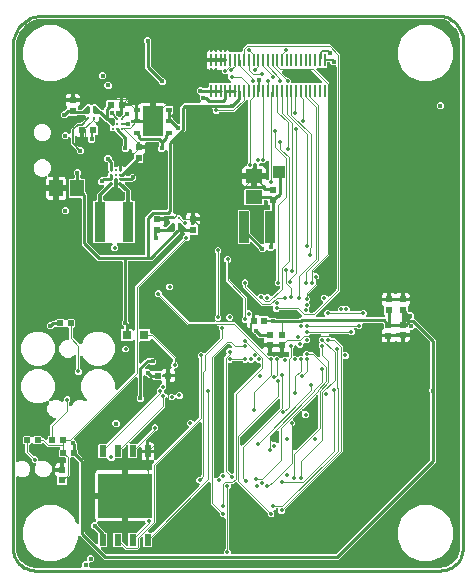
<source format=gbr>
G04 EAGLE Gerber RS-274X export*
G75*
%MOMM*%
%FSLAX34Y34*%
%LPD*%
%INBottom Copper*%
%IPPOS*%
%AMOC8*
5,1,8,0,0,1.08239X$1,22.5*%
G01*
%ADD10R,1.450000X1.150000*%
%ADD11R,0.620000X0.620000*%
%ADD12R,1.150000X1.450000*%
%ADD13R,0.200000X1.140000*%
%ADD14R,0.965200X3.403600*%
%ADD15R,0.500000X0.500000*%
%ADD16R,0.800000X0.800000*%
%ADD17C,0.243841*%
%ADD18C,0.240031*%
%ADD19C,0.254000*%
%ADD20R,1.000000X1.000000*%
%ADD21R,0.812800X2.667000*%
%ADD22R,0.600000X0.450000*%
%ADD23R,1.800000X2.600000*%
%ADD24R,0.550000X1.000000*%
%ADD25R,4.572000X3.810000*%
%ADD26C,0.403200*%
%ADD27C,0.254000*%
%ADD28C,0.127000*%
%ADD29C,0.101600*%
%ADD30C,0.355600*%
%ADD31C,0.304800*%

G36*
X57538Y2556D02*
X57538Y2556D01*
X57657Y2563D01*
X57695Y2576D01*
X57736Y2581D01*
X57846Y2624D01*
X57959Y2661D01*
X57994Y2683D01*
X58031Y2698D01*
X58127Y2767D01*
X58228Y2831D01*
X58256Y2861D01*
X58289Y2884D01*
X58365Y2976D01*
X58446Y3063D01*
X58466Y3098D01*
X58491Y3129D01*
X58542Y3237D01*
X58600Y3341D01*
X58610Y3381D01*
X58627Y3417D01*
X58649Y3534D01*
X58679Y3649D01*
X58683Y3709D01*
X58687Y3729D01*
X58685Y3750D01*
X58689Y3810D01*
X58689Y6082D01*
X60466Y7859D01*
X61669Y7859D01*
X61787Y7874D01*
X61906Y7881D01*
X61944Y7894D01*
X61985Y7899D01*
X62095Y7942D01*
X62209Y7979D01*
X62243Y8001D01*
X62280Y8016D01*
X62377Y8085D01*
X62477Y8149D01*
X62505Y8179D01*
X62538Y8202D01*
X62614Y8294D01*
X62695Y8381D01*
X62715Y8416D01*
X62740Y8447D01*
X62791Y8555D01*
X62849Y8659D01*
X62859Y8699D01*
X62876Y8735D01*
X62898Y8852D01*
X62928Y8967D01*
X62932Y9027D01*
X62936Y9047D01*
X62935Y9068D01*
X62938Y9128D01*
X62938Y11416D01*
X64715Y13193D01*
X67227Y13193D01*
X69004Y11416D01*
X69004Y8904D01*
X67227Y7127D01*
X66024Y7127D01*
X65906Y7112D01*
X65787Y7105D01*
X65749Y7092D01*
X65708Y7087D01*
X65598Y7044D01*
X65485Y7007D01*
X65450Y6985D01*
X65413Y6970D01*
X65317Y6901D01*
X65216Y6837D01*
X65188Y6807D01*
X65155Y6784D01*
X65079Y6692D01*
X64998Y6605D01*
X64978Y6570D01*
X64953Y6539D01*
X64902Y6431D01*
X64844Y6327D01*
X64834Y6287D01*
X64817Y6251D01*
X64795Y6134D01*
X64765Y6019D01*
X64761Y5959D01*
X64757Y5939D01*
X64759Y5918D01*
X64755Y5858D01*
X64755Y3810D01*
X64770Y3692D01*
X64777Y3573D01*
X64790Y3535D01*
X64795Y3494D01*
X64838Y3384D01*
X64875Y3271D01*
X64897Y3236D01*
X64912Y3199D01*
X64981Y3103D01*
X65045Y3002D01*
X65075Y2974D01*
X65098Y2941D01*
X65190Y2865D01*
X65277Y2784D01*
X65312Y2764D01*
X65343Y2739D01*
X65451Y2688D01*
X65555Y2630D01*
X65595Y2620D01*
X65631Y2603D01*
X65748Y2581D01*
X65863Y2551D01*
X65923Y2547D01*
X65943Y2543D01*
X65964Y2545D01*
X66024Y2541D01*
X361950Y2541D01*
X361972Y2543D01*
X362050Y2545D01*
X364434Y2732D01*
X364501Y2746D01*
X364570Y2751D01*
X364726Y2790D01*
X369261Y4264D01*
X369368Y4314D01*
X369479Y4358D01*
X369530Y4391D01*
X369549Y4399D01*
X369564Y4412D01*
X369615Y4444D01*
X373472Y7247D01*
X373559Y7328D01*
X373650Y7404D01*
X373689Y7451D01*
X373704Y7465D01*
X373715Y7482D01*
X373753Y7528D01*
X376556Y11385D01*
X376575Y11420D01*
X376600Y11451D01*
X376634Y11522D01*
X376677Y11589D01*
X376699Y11646D01*
X376709Y11664D01*
X376714Y11683D01*
X376736Y11738D01*
X376736Y11739D01*
X378210Y16274D01*
X378222Y16342D01*
X378245Y16407D01*
X378268Y16566D01*
X378455Y18950D01*
X378455Y18956D01*
X378456Y18960D01*
X378455Y18980D01*
X378459Y19050D01*
X378459Y443230D01*
X378458Y443239D01*
X378459Y443248D01*
X378438Y443396D01*
X378419Y443546D01*
X378416Y443554D01*
X378415Y443563D01*
X378358Y443700D01*
X378330Y443773D01*
X378447Y444591D01*
X378447Y444601D01*
X378449Y444610D01*
X378459Y444771D01*
X378459Y445679D01*
X378480Y445743D01*
X378520Y445835D01*
X378529Y445893D01*
X378548Y445949D01*
X378568Y446109D01*
X378680Y447878D01*
X378676Y447947D01*
X378681Y448015D01*
X378664Y448176D01*
X377664Y453921D01*
X377629Y454035D01*
X377602Y454150D01*
X377577Y454206D01*
X377571Y454225D01*
X377560Y454243D01*
X377536Y454297D01*
X374810Y459453D01*
X374741Y459550D01*
X374679Y459651D01*
X374639Y459696D01*
X374627Y459713D01*
X374611Y459726D01*
X374571Y459770D01*
X370385Y463831D01*
X370290Y463903D01*
X370200Y463980D01*
X370147Y464010D01*
X370131Y464022D01*
X370112Y464030D01*
X370060Y464060D01*
X364824Y466628D01*
X364759Y466651D01*
X364698Y466682D01*
X364543Y466727D01*
X361860Y467329D01*
X361800Y467334D01*
X361743Y467349D01*
X361582Y467359D01*
X25400Y467359D01*
X25378Y467357D01*
X25300Y467355D01*
X21923Y467090D01*
X21855Y467076D01*
X21786Y467071D01*
X21693Y467047D01*
X21685Y467046D01*
X21677Y467043D01*
X21630Y467031D01*
X15206Y464944D01*
X15099Y464894D01*
X14988Y464850D01*
X14937Y464817D01*
X14918Y464809D01*
X14903Y464796D01*
X14852Y464764D01*
X9388Y460793D01*
X9301Y460712D01*
X9209Y460636D01*
X9171Y460590D01*
X9156Y460576D01*
X9145Y460558D01*
X9107Y460512D01*
X5136Y455048D01*
X5079Y454944D01*
X5015Y454844D01*
X4993Y454787D01*
X4983Y454769D01*
X4978Y454749D01*
X4956Y454694D01*
X2869Y448270D01*
X2856Y448202D01*
X2833Y448136D01*
X2810Y447977D01*
X2545Y444600D01*
X2546Y444578D01*
X2541Y444500D01*
X2541Y93209D01*
X2547Y93159D01*
X2545Y93110D01*
X2567Y93002D01*
X2581Y92893D01*
X2599Y92847D01*
X2609Y92798D01*
X2657Y92700D01*
X2698Y92598D01*
X2727Y92557D01*
X2749Y92513D01*
X2820Y92429D01*
X2884Y92340D01*
X2923Y92309D01*
X2955Y92271D01*
X3045Y92208D01*
X3129Y92137D01*
X3174Y92116D01*
X3215Y92088D01*
X3318Y92049D01*
X3417Y92002D01*
X3466Y91993D01*
X3512Y91975D01*
X3622Y91963D01*
X3729Y91942D01*
X3779Y91945D01*
X3828Y91940D01*
X3937Y91955D01*
X4047Y91962D01*
X4094Y91977D01*
X4143Y91984D01*
X4296Y92036D01*
X6364Y92893D01*
X9165Y92893D01*
X11752Y91821D01*
X13733Y89840D01*
X14805Y87253D01*
X14805Y84451D01*
X13733Y81864D01*
X11752Y79883D01*
X9165Y78811D01*
X6364Y78811D01*
X4296Y79668D01*
X4248Y79681D01*
X4203Y79702D01*
X4095Y79723D01*
X3989Y79752D01*
X3939Y79753D01*
X3890Y79762D01*
X3781Y79755D01*
X3671Y79757D01*
X3623Y79745D01*
X3573Y79742D01*
X3469Y79708D01*
X3362Y79683D01*
X3318Y79659D01*
X3271Y79644D01*
X3178Y79585D01*
X3081Y79534D01*
X3044Y79501D01*
X3002Y79474D01*
X2927Y79394D01*
X2845Y79320D01*
X2818Y79279D01*
X2784Y79242D01*
X2731Y79146D01*
X2671Y79054D01*
X2654Y79007D01*
X2630Y78964D01*
X2603Y78858D01*
X2567Y78753D01*
X2563Y78704D01*
X2551Y78656D01*
X2541Y78495D01*
X2541Y19050D01*
X2543Y19028D01*
X2545Y18950D01*
X2732Y16566D01*
X2746Y16499D01*
X2751Y16430D01*
X2790Y16274D01*
X4264Y11739D01*
X4314Y11632D01*
X4358Y11521D01*
X4391Y11470D01*
X4399Y11451D01*
X4412Y11436D01*
X4444Y11385D01*
X7247Y7528D01*
X7328Y7441D01*
X7404Y7350D01*
X7451Y7311D01*
X7465Y7296D01*
X7482Y7285D01*
X7528Y7247D01*
X11385Y4444D01*
X11489Y4387D01*
X11589Y4323D01*
X11646Y4301D01*
X11664Y4291D01*
X11684Y4286D01*
X11739Y4264D01*
X16274Y2790D01*
X16342Y2778D01*
X16407Y2755D01*
X16566Y2732D01*
X18950Y2545D01*
X18972Y2546D01*
X19050Y2541D01*
X57420Y2541D01*
X57538Y2556D01*
G37*
%LPC*%
G36*
X27076Y8254D02*
X27076Y8254D01*
X18441Y11831D01*
X11831Y18441D01*
X8254Y27076D01*
X8254Y36424D01*
X11831Y45059D01*
X18441Y51669D01*
X27076Y55246D01*
X36424Y55246D01*
X45059Y51669D01*
X51669Y45059D01*
X53619Y40350D01*
X53654Y40289D01*
X53680Y40224D01*
X53732Y40152D01*
X53777Y40074D01*
X53825Y40023D01*
X53866Y39967D01*
X53936Y39910D01*
X53998Y39845D01*
X54058Y39809D01*
X54111Y39764D01*
X54193Y39726D01*
X54269Y39679D01*
X54336Y39658D01*
X54399Y39629D01*
X54487Y39612D01*
X54573Y39585D01*
X54643Y39582D01*
X54712Y39569D01*
X54801Y39574D01*
X54891Y39570D01*
X54959Y39584D01*
X55029Y39589D01*
X55114Y39616D01*
X55202Y39634D01*
X55265Y39665D01*
X55331Y39687D01*
X55407Y39735D01*
X55488Y39774D01*
X55541Y39820D01*
X55600Y39857D01*
X55662Y39922D01*
X55730Y39981D01*
X55770Y40038D01*
X55818Y40088D01*
X55861Y40167D01*
X55913Y40241D01*
X55938Y40306D01*
X55972Y40367D01*
X55994Y40454D01*
X56026Y40538D01*
X56034Y40607D01*
X56051Y40675D01*
X56061Y40836D01*
X56061Y91237D01*
X56049Y91335D01*
X56046Y91434D01*
X56029Y91492D01*
X56021Y91553D01*
X55985Y91645D01*
X55957Y91740D01*
X55927Y91792D01*
X55904Y91848D01*
X55846Y91928D01*
X55796Y92014D01*
X55730Y92089D01*
X55718Y92106D01*
X55708Y92113D01*
X55690Y92135D01*
X52399Y95426D01*
X52320Y95486D01*
X52248Y95554D01*
X52195Y95583D01*
X52147Y95620D01*
X52056Y95660D01*
X51970Y95708D01*
X51911Y95723D01*
X51855Y95747D01*
X51757Y95762D01*
X51662Y95787D01*
X51562Y95793D01*
X51541Y95797D01*
X51529Y95795D01*
X51501Y95797D01*
X49276Y95797D01*
X49158Y95782D01*
X49039Y95775D01*
X49001Y95762D01*
X48960Y95757D01*
X48850Y95714D01*
X48737Y95677D01*
X48702Y95655D01*
X48665Y95640D01*
X48569Y95571D01*
X48468Y95507D01*
X48440Y95477D01*
X48407Y95454D01*
X48331Y95362D01*
X48250Y95275D01*
X48230Y95240D01*
X48205Y95209D01*
X48154Y95101D01*
X48096Y94997D01*
X48086Y94957D01*
X48069Y94921D01*
X48047Y94804D01*
X48017Y94689D01*
X48013Y94629D01*
X48009Y94609D01*
X48011Y94588D01*
X48007Y94528D01*
X48007Y80648D01*
X46742Y79384D01*
X46145Y78786D01*
X46084Y78708D01*
X46016Y78636D01*
X45987Y78583D01*
X45950Y78535D01*
X45910Y78444D01*
X45862Y78357D01*
X45847Y78299D01*
X45823Y78243D01*
X45808Y78145D01*
X45783Y78049D01*
X45777Y77949D01*
X45773Y77929D01*
X45775Y77917D01*
X45773Y77889D01*
X45773Y72751D01*
X45177Y72155D01*
X38135Y72155D01*
X37539Y72751D01*
X37539Y79092D01*
X37526Y79197D01*
X37522Y79303D01*
X37506Y79355D01*
X37499Y79408D01*
X37460Y79506D01*
X37430Y79608D01*
X37402Y79654D01*
X37382Y79704D01*
X37320Y79789D01*
X37265Y79880D01*
X37227Y79918D01*
X37196Y79961D01*
X37114Y80029D01*
X37038Y80103D01*
X37020Y80115D01*
X36523Y80612D01*
X36188Y81191D01*
X36015Y81838D01*
X36015Y83723D01*
X41376Y83723D01*
X41494Y83738D01*
X41613Y83745D01*
X41651Y83757D01*
X41691Y83763D01*
X41802Y83806D01*
X41915Y83843D01*
X41949Y83865D01*
X41987Y83880D01*
X42083Y83949D01*
X42184Y84013D01*
X42212Y84043D01*
X42244Y84066D01*
X42320Y84158D01*
X42402Y84245D01*
X42421Y84280D01*
X42447Y84311D01*
X42497Y84417D01*
X42510Y84425D01*
X42547Y84440D01*
X42643Y84510D01*
X42744Y84573D01*
X42772Y84603D01*
X42805Y84627D01*
X42881Y84718D01*
X42962Y84805D01*
X42982Y84840D01*
X43007Y84872D01*
X43058Y84979D01*
X43116Y85084D01*
X43126Y85123D01*
X43143Y85159D01*
X43165Y85276D01*
X43195Y85392D01*
X43199Y85452D01*
X43203Y85472D01*
X43201Y85492D01*
X43205Y85552D01*
X43205Y90913D01*
X43688Y90913D01*
X43806Y90928D01*
X43925Y90935D01*
X43963Y90947D01*
X44004Y90953D01*
X44114Y90996D01*
X44227Y91033D01*
X44262Y91055D01*
X44299Y91070D01*
X44395Y91139D01*
X44496Y91203D01*
X44524Y91233D01*
X44557Y91256D01*
X44633Y91348D01*
X44714Y91435D01*
X44734Y91470D01*
X44759Y91501D01*
X44810Y91609D01*
X44868Y91713D01*
X44878Y91753D01*
X44895Y91789D01*
X44917Y91906D01*
X44947Y92021D01*
X44951Y92081D01*
X44955Y92101D01*
X44953Y92122D01*
X44957Y92182D01*
X44957Y94528D01*
X44942Y94646D01*
X44935Y94765D01*
X44922Y94803D01*
X44917Y94844D01*
X44874Y94954D01*
X44837Y95067D01*
X44815Y95102D01*
X44800Y95139D01*
X44731Y95235D01*
X44667Y95336D01*
X44637Y95364D01*
X44614Y95397D01*
X44522Y95473D01*
X44435Y95554D01*
X44400Y95574D01*
X44369Y95599D01*
X44261Y95650D01*
X44157Y95708D01*
X44117Y95718D01*
X44081Y95735D01*
X43964Y95757D01*
X43849Y95787D01*
X43789Y95791D01*
X43769Y95795D01*
X43748Y95793D01*
X43688Y95797D01*
X39823Y95797D01*
X39227Y96393D01*
X39227Y102235D01*
X39473Y102480D01*
X39558Y102590D01*
X39647Y102697D01*
X39655Y102716D01*
X39668Y102732D01*
X39723Y102860D01*
X39782Y102985D01*
X39786Y103005D01*
X39794Y103024D01*
X39816Y103162D01*
X39842Y103298D01*
X39841Y103318D01*
X39844Y103338D01*
X39831Y103477D01*
X39822Y103615D01*
X39816Y103634D01*
X39814Y103654D01*
X39767Y103785D01*
X39724Y103917D01*
X39713Y103935D01*
X39706Y103954D01*
X39628Y104068D01*
X39554Y104186D01*
X39539Y104200D01*
X39528Y104217D01*
X39424Y104309D01*
X39322Y104404D01*
X39305Y104414D01*
X39289Y104427D01*
X39166Y104490D01*
X39044Y104558D01*
X39024Y104563D01*
X39006Y104572D01*
X38870Y104602D01*
X38736Y104637D01*
X38708Y104639D01*
X38696Y104642D01*
X38675Y104641D01*
X38575Y104647D01*
X29340Y104647D01*
X28076Y105912D01*
X26370Y107617D01*
X26276Y107690D01*
X26187Y107769D01*
X26151Y107788D01*
X26119Y107812D01*
X26010Y107860D01*
X25904Y107914D01*
X25864Y107923D01*
X25827Y107939D01*
X25709Y107957D01*
X25593Y107983D01*
X25553Y107982D01*
X25513Y107989D01*
X25394Y107977D01*
X25276Y107974D01*
X25237Y107963D01*
X25196Y107959D01*
X25084Y107918D01*
X24970Y107885D01*
X24935Y107865D01*
X24897Y107851D01*
X24799Y107784D01*
X24696Y107724D01*
X24651Y107684D01*
X24634Y107673D01*
X24621Y107657D01*
X24575Y107617D01*
X23931Y106973D01*
X18089Y106973D01*
X17408Y107655D01*
X17314Y107727D01*
X17224Y107806D01*
X17188Y107825D01*
X17156Y107850D01*
X17047Y107897D01*
X16941Y107951D01*
X16902Y107960D01*
X16864Y107976D01*
X16747Y107995D01*
X16631Y108021D01*
X16590Y108019D01*
X16550Y108026D01*
X16432Y108015D01*
X16313Y108011D01*
X16274Y108000D01*
X16234Y107996D01*
X16121Y107956D01*
X16007Y107923D01*
X15973Y107902D01*
X15934Y107888D01*
X15836Y107822D01*
X15733Y107761D01*
X15688Y107721D01*
X15671Y107710D01*
X15658Y107695D01*
X15613Y107655D01*
X14923Y106965D01*
X14868Y106958D01*
X14749Y106951D01*
X14711Y106938D01*
X14670Y106933D01*
X14560Y106890D01*
X14447Y106853D01*
X14412Y106831D01*
X14375Y106816D01*
X14279Y106747D01*
X14178Y106683D01*
X14150Y106653D01*
X14117Y106630D01*
X14041Y106538D01*
X13960Y106451D01*
X13940Y106416D01*
X13915Y106385D01*
X13864Y106277D01*
X13806Y106173D01*
X13796Y106133D01*
X13779Y106097D01*
X13757Y105980D01*
X13727Y105865D01*
X13723Y105805D01*
X13719Y105785D01*
X13721Y105764D01*
X13717Y105704D01*
X13717Y101741D01*
X13729Y101643D01*
X13732Y101544D01*
X13749Y101486D01*
X13757Y101426D01*
X13793Y101334D01*
X13821Y101239D01*
X13851Y101186D01*
X13874Y101130D01*
X13932Y101050D01*
X13982Y100965D01*
X14048Y100889D01*
X14060Y100873D01*
X14070Y100865D01*
X14088Y100844D01*
X17786Y97146D01*
X17864Y97086D01*
X17936Y97018D01*
X17989Y96989D01*
X18037Y96952D01*
X18128Y96912D01*
X18215Y96864D01*
X18273Y96849D01*
X18329Y96825D01*
X18427Y96810D01*
X18523Y96785D01*
X18623Y96779D01*
X18643Y96775D01*
X18655Y96777D01*
X18683Y96775D01*
X19954Y96775D01*
X21591Y95138D01*
X21591Y93644D01*
X21597Y93594D01*
X21595Y93545D01*
X21617Y93437D01*
X21631Y93328D01*
X21649Y93282D01*
X21659Y93233D01*
X21707Y93135D01*
X21748Y93033D01*
X21777Y92992D01*
X21799Y92948D01*
X21870Y92864D01*
X21934Y92775D01*
X21973Y92743D01*
X22005Y92706D01*
X22095Y92643D01*
X22179Y92572D01*
X22224Y92551D01*
X22265Y92523D01*
X22368Y92484D01*
X22467Y92437D01*
X22516Y92428D01*
X22562Y92410D01*
X22672Y92398D01*
X22779Y92377D01*
X22829Y92380D01*
X22878Y92375D01*
X22987Y92390D01*
X23097Y92397D01*
X23144Y92412D01*
X23193Y92419D01*
X23346Y92471D01*
X24364Y92893D01*
X27165Y92893D01*
X29752Y91821D01*
X31733Y89840D01*
X32805Y87253D01*
X32805Y84451D01*
X31733Y81864D01*
X29752Y79883D01*
X27165Y78811D01*
X24363Y78811D01*
X21776Y79883D01*
X19795Y81864D01*
X18723Y84451D01*
X18723Y87252D01*
X19625Y89430D01*
X19639Y89478D01*
X19660Y89523D01*
X19680Y89631D01*
X19709Y89737D01*
X19710Y89787D01*
X19719Y89836D01*
X19713Y89945D01*
X19714Y90055D01*
X19703Y90103D01*
X19700Y90153D01*
X19666Y90257D01*
X19640Y90364D01*
X19617Y90408D01*
X19602Y90455D01*
X19543Y90548D01*
X19491Y90645D01*
X19458Y90682D01*
X19431Y90724D01*
X19351Y90799D01*
X19278Y90881D01*
X19236Y90908D01*
X19200Y90942D01*
X19104Y90995D01*
X19012Y91055D01*
X18965Y91072D01*
X18921Y91096D01*
X18815Y91123D01*
X18711Y91159D01*
X18661Y91163D01*
X18613Y91175D01*
X18453Y91185D01*
X17638Y91185D01*
X16001Y92822D01*
X16001Y94093D01*
X15989Y94191D01*
X15986Y94290D01*
X15969Y94348D01*
X15961Y94408D01*
X15925Y94500D01*
X15897Y94595D01*
X15867Y94648D01*
X15844Y94704D01*
X15786Y94784D01*
X15736Y94869D01*
X15670Y94945D01*
X15658Y94961D01*
X15648Y94969D01*
X15630Y94990D01*
X10667Y99952D01*
X10667Y105704D01*
X10652Y105822D01*
X10645Y105941D01*
X10632Y105979D01*
X10627Y106020D01*
X10584Y106130D01*
X10547Y106243D01*
X10525Y106278D01*
X10510Y106315D01*
X10441Y106411D01*
X10377Y106512D01*
X10347Y106540D01*
X10324Y106573D01*
X10232Y106649D01*
X10145Y106730D01*
X10110Y106750D01*
X10079Y106775D01*
X9971Y106826D01*
X9867Y106884D01*
X9827Y106894D01*
X9791Y106911D01*
X9674Y106933D01*
X9559Y106963D01*
X9499Y106967D01*
X9479Y106971D01*
X9458Y106969D01*
X9398Y106973D01*
X9089Y106973D01*
X8493Y107569D01*
X8493Y113411D01*
X9089Y114007D01*
X14931Y114007D01*
X15613Y113325D01*
X15695Y113261D01*
X15751Y113209D01*
X15765Y113201D01*
X15796Y113174D01*
X15832Y113155D01*
X15864Y113130D01*
X15973Y113083D01*
X16079Y113029D01*
X16118Y113020D01*
X16156Y113004D01*
X16273Y112985D01*
X16389Y112959D01*
X16430Y112961D01*
X16470Y112954D01*
X16588Y112965D01*
X16707Y112969D01*
X16746Y112980D01*
X16786Y112984D01*
X16898Y113024D01*
X17013Y113057D01*
X17048Y113078D01*
X17086Y113092D01*
X17128Y113120D01*
X17133Y113122D01*
X17165Y113145D01*
X17184Y113158D01*
X17287Y113219D01*
X17332Y113259D01*
X17349Y113270D01*
X17362Y113286D01*
X17383Y113304D01*
X17390Y113309D01*
X17394Y113313D01*
X17408Y113325D01*
X18089Y114007D01*
X23931Y114007D01*
X24527Y113411D01*
X24527Y113284D01*
X24542Y113166D01*
X24549Y113047D01*
X24562Y113009D01*
X24567Y112968D01*
X24610Y112858D01*
X24647Y112745D01*
X24669Y112710D01*
X24684Y112673D01*
X24753Y112577D01*
X24817Y112476D01*
X24847Y112448D01*
X24870Y112415D01*
X24962Y112339D01*
X25049Y112258D01*
X25084Y112238D01*
X25115Y112213D01*
X25223Y112162D01*
X25327Y112104D01*
X25367Y112094D01*
X25403Y112077D01*
X25520Y112055D01*
X25635Y112025D01*
X25695Y112021D01*
X25715Y112017D01*
X25736Y112019D01*
X25796Y112015D01*
X26286Y112015D01*
X27409Y110892D01*
X27518Y110807D01*
X27625Y110718D01*
X27644Y110709D01*
X27660Y110697D01*
X27787Y110642D01*
X27913Y110582D01*
X27933Y110579D01*
X27952Y110570D01*
X28090Y110549D01*
X28226Y110523D01*
X28246Y110524D01*
X28266Y110521D01*
X28405Y110534D01*
X28543Y110542D01*
X28562Y110549D01*
X28582Y110550D01*
X28714Y110598D01*
X28845Y110640D01*
X28863Y110651D01*
X28882Y110658D01*
X28997Y110736D01*
X29114Y110811D01*
X29128Y110825D01*
X29145Y110837D01*
X29237Y110941D01*
X29332Y111042D01*
X29342Y111060D01*
X29355Y111075D01*
X29419Y111199D01*
X29486Y111321D01*
X29491Y111340D01*
X29500Y111358D01*
X29530Y111494D01*
X29565Y111629D01*
X29567Y111657D01*
X29570Y111669D01*
X29569Y111689D01*
X29575Y111789D01*
X29575Y113157D01*
X30171Y113753D01*
X30480Y113753D01*
X30598Y113768D01*
X30717Y113775D01*
X30755Y113788D01*
X30796Y113793D01*
X30906Y113836D01*
X31019Y113873D01*
X31054Y113895D01*
X31091Y113910D01*
X31187Y113979D01*
X31288Y114043D01*
X31316Y114073D01*
X31349Y114096D01*
X31425Y114188D01*
X31506Y114275D01*
X31526Y114310D01*
X31551Y114341D01*
X31602Y114449D01*
X31660Y114553D01*
X31670Y114593D01*
X31687Y114629D01*
X31709Y114746D01*
X31739Y114861D01*
X31743Y114921D01*
X31747Y114941D01*
X31745Y114962D01*
X31749Y115022D01*
X31749Y122806D01*
X36189Y127246D01*
X36274Y127355D01*
X36363Y127462D01*
X36372Y127481D01*
X36384Y127497D01*
X36440Y127625D01*
X36499Y127750D01*
X36502Y127770D01*
X36511Y127789D01*
X36532Y127927D01*
X36558Y128063D01*
X36557Y128083D01*
X36560Y128103D01*
X36547Y128242D01*
X36539Y128380D01*
X36532Y128399D01*
X36531Y128419D01*
X36483Y128551D01*
X36441Y128682D01*
X36430Y128700D01*
X36423Y128719D01*
X36345Y128834D01*
X36270Y128951D01*
X36256Y128965D01*
X36244Y128982D01*
X36140Y129074D01*
X36039Y129169D01*
X36021Y129179D01*
X36006Y129192D01*
X35882Y129256D01*
X35760Y129323D01*
X35741Y129328D01*
X35723Y129337D01*
X35587Y129367D01*
X35452Y129402D01*
X35424Y129404D01*
X35412Y129407D01*
X35392Y129406D01*
X35292Y129412D01*
X35095Y129412D01*
X32341Y130553D01*
X30233Y132661D01*
X29092Y135415D01*
X29092Y138397D01*
X30233Y141151D01*
X30650Y141568D01*
X30693Y141623D01*
X30743Y141672D01*
X30790Y141749D01*
X30845Y141819D01*
X30873Y141883D01*
X30910Y141943D01*
X30936Y142029D01*
X30972Y142111D01*
X30983Y142180D01*
X31003Y142247D01*
X31007Y142336D01*
X31022Y142425D01*
X31015Y142495D01*
X31018Y142565D01*
X31000Y142652D01*
X30992Y142742D01*
X30968Y142808D01*
X30954Y142876D01*
X30914Y142957D01*
X30884Y143041D01*
X30845Y143099D01*
X30814Y143162D01*
X30756Y143230D01*
X30706Y143304D01*
X30653Y143350D01*
X30608Y143404D01*
X30534Y143456D01*
X30467Y143515D01*
X30405Y143547D01*
X30348Y143587D01*
X30264Y143619D01*
X30184Y143659D01*
X30116Y143675D01*
X30051Y143700D01*
X29961Y143709D01*
X29874Y143729D01*
X29804Y143727D01*
X29734Y143735D01*
X29646Y143722D01*
X29556Y143719D01*
X29489Y143700D01*
X29420Y143690D01*
X29267Y143638D01*
X24203Y141541D01*
X18469Y141541D01*
X13170Y143735D01*
X9115Y147790D01*
X6921Y153089D01*
X6921Y158823D01*
X9115Y164122D01*
X13170Y168177D01*
X18469Y170371D01*
X24203Y170371D01*
X29502Y168177D01*
X33557Y164122D01*
X35751Y158823D01*
X35751Y153089D01*
X33557Y147790D01*
X31192Y145426D01*
X31149Y145371D01*
X31099Y145322D01*
X31052Y145246D01*
X30997Y145175D01*
X30970Y145111D01*
X30933Y145051D01*
X30907Y144966D01*
X30871Y144883D01*
X30860Y144814D01*
X30840Y144747D01*
X30835Y144658D01*
X30821Y144569D01*
X30828Y144499D01*
X30824Y144430D01*
X30843Y144342D01*
X30851Y144252D01*
X30875Y144187D01*
X30889Y144118D01*
X30928Y144037D01*
X30959Y143953D01*
X30998Y143895D01*
X31028Y143833D01*
X31087Y143764D01*
X31137Y143690D01*
X31189Y143644D01*
X31235Y143591D01*
X31308Y143539D01*
X31376Y143479D01*
X31438Y143448D01*
X31495Y143407D01*
X31579Y143376D01*
X31659Y143335D01*
X31727Y143319D01*
X31792Y143295D01*
X31882Y143285D01*
X31969Y143265D01*
X32039Y143267D01*
X32108Y143259D01*
X32197Y143272D01*
X32287Y143275D01*
X32354Y143294D01*
X32423Y143304D01*
X32575Y143356D01*
X35095Y144400D01*
X38077Y144400D01*
X40831Y143259D01*
X41012Y143077D01*
X41122Y142992D01*
X41229Y142903D01*
X41248Y142895D01*
X41264Y142882D01*
X41391Y142827D01*
X41517Y142768D01*
X41537Y142764D01*
X41556Y142756D01*
X41693Y142734D01*
X41830Y142708D01*
X41850Y142709D01*
X41870Y142706D01*
X42008Y142719D01*
X42147Y142728D01*
X42166Y142734D01*
X42186Y142736D01*
X42318Y142783D01*
X42449Y142826D01*
X42466Y142837D01*
X42486Y142843D01*
X42601Y142922D01*
X42718Y142996D01*
X42732Y143011D01*
X42749Y143022D01*
X42841Y143126D01*
X42936Y143228D01*
X42946Y143245D01*
X42959Y143260D01*
X43023Y143385D01*
X43090Y143506D01*
X43095Y143526D01*
X43104Y143544D01*
X43134Y143680D01*
X43169Y143814D01*
X43171Y143842D01*
X43174Y143854D01*
X43173Y143874D01*
X43179Y143975D01*
X43179Y145938D01*
X44816Y147575D01*
X47132Y147575D01*
X48769Y145938D01*
X48769Y143622D01*
X47870Y142724D01*
X47810Y142646D01*
X47742Y142574D01*
X47713Y142521D01*
X47676Y142473D01*
X47636Y142382D01*
X47588Y142295D01*
X47573Y142237D01*
X47549Y142181D01*
X47534Y142083D01*
X47509Y141987D01*
X47503Y141887D01*
X47499Y141867D01*
X47501Y141855D01*
X47499Y141827D01*
X47499Y140206D01*
X47507Y140137D01*
X47506Y140067D01*
X47527Y139980D01*
X47539Y139891D01*
X47564Y139826D01*
X47581Y139758D01*
X47623Y139678D01*
X47656Y139595D01*
X47697Y139539D01*
X47729Y139477D01*
X47790Y139410D01*
X47842Y139338D01*
X47896Y139293D01*
X47943Y139241D01*
X48018Y139192D01*
X48087Y139135D01*
X48151Y139105D01*
X48209Y139067D01*
X48294Y139037D01*
X48375Y138999D01*
X48444Y138986D01*
X48510Y138963D01*
X48599Y138956D01*
X48687Y138939D01*
X48757Y138944D01*
X48827Y138938D01*
X48915Y138954D01*
X49005Y138959D01*
X49071Y138981D01*
X49140Y138993D01*
X49222Y139030D01*
X49307Y139057D01*
X49366Y139095D01*
X49430Y139123D01*
X49500Y139179D01*
X49576Y139227D01*
X49624Y139278D01*
X49678Y139322D01*
X49733Y139394D01*
X49794Y139459D01*
X49828Y139520D01*
X49870Y139576D01*
X49941Y139720D01*
X50533Y141151D01*
X52641Y143259D01*
X55395Y144400D01*
X58377Y144400D01*
X60897Y143356D01*
X60964Y143338D01*
X61028Y143310D01*
X61117Y143296D01*
X61203Y143272D01*
X61273Y143271D01*
X61342Y143260D01*
X61432Y143268D01*
X61521Y143267D01*
X61589Y143283D01*
X61659Y143290D01*
X61743Y143320D01*
X61831Y143341D01*
X61892Y143374D01*
X61958Y143397D01*
X62032Y143448D01*
X62112Y143490D01*
X62163Y143537D01*
X62221Y143576D01*
X62280Y143643D01*
X62347Y143704D01*
X62385Y143762D01*
X62431Y143814D01*
X62472Y143894D01*
X62522Y143969D01*
X62544Y144036D01*
X62576Y144098D01*
X62596Y144185D01*
X62625Y144270D01*
X62630Y144340D01*
X62646Y144408D01*
X62643Y144498D01*
X62650Y144587D01*
X62638Y144656D01*
X62636Y144726D01*
X62611Y144812D01*
X62596Y144901D01*
X62567Y144964D01*
X62548Y145031D01*
X62502Y145109D01*
X62465Y145191D01*
X62422Y145245D01*
X62386Y145305D01*
X62280Y145426D01*
X59915Y147790D01*
X57721Y153089D01*
X57721Y158823D01*
X59915Y164122D01*
X63970Y168177D01*
X69269Y170371D01*
X75003Y170371D01*
X80302Y168177D01*
X84357Y164122D01*
X86551Y158823D01*
X86551Y154256D01*
X86569Y154118D01*
X86582Y153979D01*
X86589Y153960D01*
X86591Y153940D01*
X86642Y153811D01*
X86689Y153680D01*
X86701Y153663D01*
X86708Y153645D01*
X86790Y153532D01*
X86868Y153417D01*
X86883Y153404D01*
X86895Y153387D01*
X87002Y153299D01*
X87106Y153207D01*
X87124Y153197D01*
X87140Y153184D01*
X87266Y153125D01*
X87390Y153062D01*
X87409Y153057D01*
X87428Y153049D01*
X87564Y153023D01*
X87700Y152992D01*
X87720Y152993D01*
X87740Y152989D01*
X87878Y152998D01*
X88018Y153002D01*
X88037Y153008D01*
X88057Y153009D01*
X88190Y153052D01*
X88323Y153090D01*
X88341Y153101D01*
X88360Y153107D01*
X88478Y153181D01*
X88597Y153252D01*
X88618Y153270D01*
X88629Y153277D01*
X88643Y153292D01*
X88718Y153358D01*
X103260Y167900D01*
X103320Y167978D01*
X103388Y168050D01*
X103417Y168103D01*
X103454Y168151D01*
X103494Y168242D01*
X103542Y168329D01*
X103557Y168387D01*
X103581Y168443D01*
X103596Y168541D01*
X103621Y168637D01*
X103626Y168720D01*
X103629Y168732D01*
X103628Y168741D01*
X103631Y168757D01*
X103629Y168769D01*
X103631Y168797D01*
X103631Y193879D01*
X103614Y194017D01*
X103601Y194156D01*
X103594Y194175D01*
X103591Y194195D01*
X103540Y194324D01*
X103493Y194455D01*
X103482Y194472D01*
X103474Y194490D01*
X103393Y194603D01*
X103315Y194718D01*
X103299Y194731D01*
X103288Y194748D01*
X103180Y194836D01*
X103076Y194928D01*
X103058Y194938D01*
X103043Y194951D01*
X102917Y195010D01*
X102793Y195073D01*
X102773Y195077D01*
X102755Y195086D01*
X102618Y195112D01*
X102483Y195143D01*
X102462Y195142D01*
X102443Y195146D01*
X102304Y195137D01*
X102165Y195133D01*
X102145Y195127D01*
X102125Y195126D01*
X101993Y195083D01*
X101859Y195045D01*
X101842Y195034D01*
X101823Y195028D01*
X101705Y194954D01*
X101585Y194883D01*
X101564Y194864D01*
X101554Y194858D01*
X101540Y194843D01*
X101465Y194777D01*
X100807Y194119D01*
X91965Y194119D01*
X91369Y194715D01*
X91369Y203557D01*
X91965Y204153D01*
X92830Y204153D01*
X92948Y204168D01*
X93067Y204175D01*
X93105Y204188D01*
X93146Y204193D01*
X93256Y204236D01*
X93369Y204273D01*
X93404Y204295D01*
X93441Y204310D01*
X93537Y204379D01*
X93638Y204443D01*
X93666Y204473D01*
X93699Y204496D01*
X93775Y204588D01*
X93856Y204675D01*
X93876Y204710D01*
X93901Y204741D01*
X93952Y204849D01*
X94010Y204953D01*
X94020Y204993D01*
X94037Y205029D01*
X94059Y205146D01*
X94089Y205261D01*
X94093Y205321D01*
X94097Y205341D01*
X94095Y205362D01*
X94099Y205422D01*
X94099Y205886D01*
X94087Y205984D01*
X94084Y206083D01*
X94067Y206141D01*
X94059Y206202D01*
X94023Y206294D01*
X93995Y206389D01*
X93965Y206441D01*
X93942Y206497D01*
X93884Y206577D01*
X93834Y206663D01*
X93768Y206738D01*
X93756Y206755D01*
X93746Y206762D01*
X93728Y206784D01*
X92217Y208294D01*
X92217Y210806D01*
X92592Y211180D01*
X92652Y211259D01*
X92720Y211331D01*
X92749Y211384D01*
X92786Y211432D01*
X92826Y211523D01*
X92874Y211609D01*
X92889Y211668D01*
X92913Y211724D01*
X92928Y211822D01*
X92953Y211917D01*
X92959Y212017D01*
X92963Y212038D01*
X92961Y212050D01*
X92963Y212078D01*
X92963Y261128D01*
X92948Y261246D01*
X92941Y261365D01*
X92928Y261403D01*
X92923Y261444D01*
X92880Y261554D01*
X92843Y261667D01*
X92821Y261702D01*
X92806Y261739D01*
X92737Y261835D01*
X92673Y261936D01*
X92643Y261964D01*
X92620Y261997D01*
X92528Y262073D01*
X92441Y262154D01*
X92406Y262174D01*
X92375Y262199D01*
X92267Y262250D01*
X92163Y262308D01*
X92123Y262318D01*
X92087Y262335D01*
X91970Y262357D01*
X91855Y262387D01*
X91795Y262391D01*
X91775Y262395D01*
X91754Y262393D01*
X91694Y262397D01*
X71940Y262397D01*
X58356Y275982D01*
X58356Y314060D01*
X58341Y314178D01*
X58333Y314297D01*
X58321Y314335D01*
X58316Y314376D01*
X58272Y314486D01*
X58235Y314599D01*
X58214Y314634D01*
X58199Y314671D01*
X58129Y314767D01*
X58065Y314868D01*
X58036Y314896D01*
X58012Y314929D01*
X57920Y315005D01*
X57834Y315086D01*
X57798Y315106D01*
X57767Y315131D01*
X57659Y315182D01*
X57555Y315240D01*
X57516Y315250D01*
X57479Y315267D01*
X57363Y315289D01*
X57247Y315319D01*
X57187Y315323D01*
X57167Y315327D01*
X57147Y315325D01*
X57087Y315329D01*
X48549Y315329D01*
X47953Y315925D01*
X47953Y331267D01*
X48549Y331863D01*
X51164Y331863D01*
X51282Y331878D01*
X51401Y331885D01*
X51439Y331898D01*
X51480Y331903D01*
X51590Y331946D01*
X51703Y331983D01*
X51738Y332005D01*
X51775Y332020D01*
X51871Y332089D01*
X51972Y332153D01*
X52000Y332183D01*
X52033Y332206D01*
X52109Y332298D01*
X52190Y332385D01*
X52210Y332420D01*
X52235Y332451D01*
X52286Y332559D01*
X52344Y332663D01*
X52354Y332703D01*
X52371Y332739D01*
X52393Y332856D01*
X52423Y332971D01*
X52427Y333031D01*
X52431Y333051D01*
X52429Y333072D01*
X52433Y333132D01*
X52433Y333912D01*
X52421Y334010D01*
X52418Y334109D01*
X52401Y334167D01*
X52393Y334228D01*
X52357Y334320D01*
X52329Y334415D01*
X52299Y334467D01*
X52276Y334523D01*
X52218Y334603D01*
X52168Y334689D01*
X52102Y334764D01*
X52090Y334781D01*
X52080Y334788D01*
X52062Y334810D01*
X51577Y335294D01*
X51577Y337806D01*
X53354Y339583D01*
X55866Y339583D01*
X57643Y337806D01*
X57643Y335294D01*
X57378Y335030D01*
X57318Y334951D01*
X57250Y334879D01*
X57221Y334826D01*
X57184Y334778D01*
X57144Y334687D01*
X57096Y334601D01*
X57081Y334542D01*
X57057Y334486D01*
X57042Y334388D01*
X57017Y334293D01*
X57011Y334193D01*
X57007Y334172D01*
X57009Y334160D01*
X57007Y334132D01*
X57007Y333132D01*
X57022Y333014D01*
X57029Y332895D01*
X57042Y332857D01*
X57047Y332816D01*
X57090Y332706D01*
X57127Y332593D01*
X57149Y332558D01*
X57164Y332521D01*
X57233Y332425D01*
X57297Y332324D01*
X57327Y332296D01*
X57350Y332263D01*
X57442Y332187D01*
X57529Y332106D01*
X57564Y332086D01*
X57595Y332061D01*
X57703Y332010D01*
X57807Y331952D01*
X57847Y331942D01*
X57883Y331925D01*
X58000Y331903D01*
X58115Y331873D01*
X58175Y331869D01*
X58195Y331865D01*
X58216Y331867D01*
X58276Y331863D01*
X60891Y331863D01*
X61487Y331267D01*
X61487Y320589D01*
X61499Y320491D01*
X61502Y320392D01*
X61519Y320334D01*
X61527Y320273D01*
X61563Y320181D01*
X61591Y320086D01*
X61621Y320034D01*
X61644Y319978D01*
X61702Y319898D01*
X61752Y319812D01*
X61818Y319737D01*
X61830Y319720D01*
X61840Y319713D01*
X61858Y319691D01*
X62929Y318621D01*
X62929Y278402D01*
X62942Y278304D01*
X62945Y278205D01*
X62961Y278147D01*
X62969Y278087D01*
X63006Y277994D01*
X63033Y277899D01*
X63064Y277847D01*
X63086Y277791D01*
X63144Y277711D01*
X63195Y277625D01*
X63261Y277550D01*
X63273Y277534D01*
X63282Y277526D01*
X63301Y277505D01*
X73463Y267342D01*
X73541Y267282D01*
X73613Y267214D01*
X73666Y267185D01*
X73714Y267148D01*
X73805Y267108D01*
X73892Y267060D01*
X73951Y267045D01*
X74006Y267021D01*
X74104Y267006D01*
X74200Y266981D01*
X74300Y266975D01*
X74320Y266971D01*
X74333Y266973D01*
X74361Y266971D01*
X110744Y266971D01*
X110862Y266986D01*
X110981Y266993D01*
X111019Y267006D01*
X111060Y267011D01*
X111170Y267054D01*
X111283Y267091D01*
X111318Y267113D01*
X111355Y267128D01*
X111451Y267197D01*
X111552Y267261D01*
X111580Y267291D01*
X111613Y267314D01*
X111689Y267406D01*
X111770Y267493D01*
X111790Y267528D01*
X111815Y267559D01*
X111866Y267667D01*
X111924Y267771D01*
X111934Y267811D01*
X111951Y267847D01*
X111973Y267964D01*
X112003Y268079D01*
X112007Y268139D01*
X112011Y268159D01*
X112009Y268180D01*
X112013Y268240D01*
X112013Y299614D01*
X117434Y305035D01*
X129794Y305035D01*
X129912Y305050D01*
X130031Y305057D01*
X130069Y305070D01*
X130110Y305075D01*
X130220Y305118D01*
X130333Y305155D01*
X130368Y305177D01*
X130405Y305192D01*
X130501Y305261D01*
X130602Y305325D01*
X130630Y305355D01*
X130663Y305378D01*
X130739Y305470D01*
X130820Y305557D01*
X130840Y305592D01*
X130865Y305623D01*
X130916Y305731D01*
X130974Y305835D01*
X130984Y305875D01*
X131001Y305911D01*
X131023Y306028D01*
X131053Y306143D01*
X131057Y306203D01*
X131061Y306223D01*
X131059Y306244D01*
X131063Y306304D01*
X131063Y354850D01*
X131046Y354988D01*
X131033Y355126D01*
X131026Y355146D01*
X131023Y355166D01*
X130972Y355295D01*
X130925Y355426D01*
X130914Y355443D01*
X130906Y355461D01*
X130825Y355574D01*
X130747Y355689D01*
X130731Y355702D01*
X130720Y355719D01*
X130612Y355807D01*
X130508Y355899D01*
X130490Y355909D01*
X130475Y355921D01*
X130349Y355981D01*
X130225Y356044D01*
X130205Y356048D01*
X130187Y356057D01*
X130050Y356083D01*
X129915Y356114D01*
X129894Y356113D01*
X129875Y356117D01*
X129736Y356108D01*
X129597Y356104D01*
X129577Y356098D01*
X129557Y356097D01*
X129425Y356054D01*
X129291Y356016D01*
X129274Y356005D01*
X129255Y355999D01*
X129137Y355924D01*
X129017Y355854D01*
X128996Y355835D01*
X128986Y355829D01*
X128972Y355814D01*
X128897Y355748D01*
X127494Y354345D01*
X124982Y354345D01*
X123205Y356122D01*
X123205Y358634D01*
X123580Y359008D01*
X123640Y359087D01*
X123708Y359159D01*
X123737Y359212D01*
X123774Y359260D01*
X123814Y359351D01*
X123862Y359437D01*
X123877Y359496D01*
X123901Y359552D01*
X123916Y359650D01*
X123941Y359745D01*
X123947Y359845D01*
X123951Y359866D01*
X123949Y359878D01*
X123951Y359906D01*
X123951Y361396D01*
X123936Y361514D01*
X123929Y361633D01*
X123916Y361671D01*
X123911Y361712D01*
X123868Y361822D01*
X123831Y361935D01*
X123809Y361970D01*
X123794Y362007D01*
X123725Y362103D01*
X123661Y362204D01*
X123631Y362232D01*
X123608Y362265D01*
X123516Y362341D01*
X123429Y362422D01*
X123394Y362442D01*
X123363Y362467D01*
X123255Y362518D01*
X123151Y362576D01*
X123111Y362586D01*
X123075Y362603D01*
X122958Y362625D01*
X122843Y362655D01*
X122783Y362659D01*
X122763Y362663D01*
X122742Y362661D01*
X122682Y362665D01*
X113336Y362665D01*
X113218Y362650D01*
X113099Y362643D01*
X113061Y362630D01*
X113020Y362625D01*
X112910Y362582D01*
X112797Y362545D01*
X112762Y362523D01*
X112725Y362508D01*
X112629Y362439D01*
X112528Y362375D01*
X112500Y362345D01*
X112467Y362322D01*
X112391Y362230D01*
X112310Y362143D01*
X112290Y362108D01*
X112265Y362077D01*
X112214Y361969D01*
X112156Y361865D01*
X112146Y361825D01*
X112129Y361789D01*
X112107Y361672D01*
X112077Y361557D01*
X112073Y361497D01*
X112069Y361477D01*
X112071Y361456D01*
X112067Y361396D01*
X112067Y359871D01*
X107975Y359871D01*
X107975Y361634D01*
X107963Y361732D01*
X107960Y361831D01*
X107943Y361890D01*
X107935Y361950D01*
X107899Y362042D01*
X107871Y362137D01*
X107841Y362189D01*
X107818Y362245D01*
X107760Y362325D01*
X107710Y362411D01*
X107644Y362486D01*
X107632Y362503D01*
X107622Y362511D01*
X107604Y362532D01*
X107043Y363092D01*
X106934Y363177D01*
X106827Y363266D01*
X106808Y363274D01*
X106792Y363287D01*
X106664Y363342D01*
X106539Y363401D01*
X106519Y363405D01*
X106500Y363413D01*
X106362Y363435D01*
X106226Y363461D01*
X106206Y363460D01*
X106186Y363463D01*
X106047Y363450D01*
X105909Y363441D01*
X105890Y363435D01*
X105870Y363433D01*
X105739Y363386D01*
X105607Y363343D01*
X105589Y363332D01*
X105570Y363325D01*
X105456Y363248D01*
X105338Y363173D01*
X105324Y363158D01*
X105307Y363147D01*
X105215Y363043D01*
X105120Y362941D01*
X105110Y362924D01*
X105097Y362908D01*
X105033Y362785D01*
X104966Y362663D01*
X104961Y362643D01*
X104952Y362625D01*
X104922Y362489D01*
X104887Y362355D01*
X104885Y362327D01*
X104882Y362315D01*
X104883Y362294D01*
X104877Y362194D01*
X104877Y358602D01*
X104892Y358484D01*
X104899Y358365D01*
X104911Y358327D01*
X104917Y358287D01*
X104960Y358176D01*
X104997Y358063D01*
X105019Y358029D01*
X105034Y357991D01*
X105103Y357895D01*
X105167Y357794D01*
X105197Y357766D01*
X105220Y357734D01*
X105312Y357658D01*
X105399Y357576D01*
X105434Y357557D01*
X105465Y357531D01*
X105571Y357481D01*
X105579Y357468D01*
X105594Y357431D01*
X105664Y357334D01*
X105727Y357234D01*
X105757Y357206D01*
X105781Y357173D01*
X105872Y357097D01*
X105959Y357016D01*
X105994Y356996D01*
X106026Y356971D01*
X106133Y356920D01*
X106238Y356862D01*
X106277Y356852D01*
X106313Y356835D01*
X106430Y356813D01*
X106546Y356783D01*
X106606Y356779D01*
X106626Y356775D01*
X106646Y356777D01*
X106706Y356773D01*
X112067Y356773D01*
X112067Y354888D01*
X111894Y354241D01*
X111559Y353662D01*
X111043Y353146D01*
X111004Y353121D01*
X110967Y353082D01*
X110924Y353050D01*
X110858Y352967D01*
X110786Y352890D01*
X110760Y352843D01*
X110727Y352801D01*
X110683Y352704D01*
X110632Y352611D01*
X110619Y352559D01*
X110597Y352510D01*
X110579Y352406D01*
X110553Y352303D01*
X110548Y352218D01*
X110544Y352197D01*
X110545Y352181D01*
X110543Y352142D01*
X110543Y345801D01*
X109947Y345205D01*
X106069Y345205D01*
X105971Y345193D01*
X105872Y345190D01*
X105814Y345173D01*
X105753Y345165D01*
X105661Y345129D01*
X105566Y345101D01*
X105514Y345071D01*
X105458Y345048D01*
X105378Y344990D01*
X105292Y344940D01*
X105217Y344874D01*
X105200Y344862D01*
X105193Y344852D01*
X105171Y344834D01*
X96026Y335688D01*
X95941Y335578D01*
X95852Y335471D01*
X95844Y335453D01*
X95831Y335437D01*
X95776Y335309D01*
X95717Y335184D01*
X95713Y335164D01*
X95705Y335145D01*
X95683Y335007D01*
X95657Y334871D01*
X95658Y334851D01*
X95655Y334831D01*
X95668Y334692D01*
X95677Y334554D01*
X95683Y334535D01*
X95685Y334514D01*
X95732Y334383D01*
X95775Y334251D01*
X95786Y334234D01*
X95792Y334215D01*
X95871Y334100D01*
X95945Y333983D01*
X95960Y333969D01*
X95971Y333952D01*
X96075Y333860D01*
X96177Y333765D01*
X96194Y333755D01*
X96209Y333741D01*
X96334Y333678D01*
X96455Y333611D01*
X96475Y333606D01*
X96493Y333597D01*
X96629Y333566D01*
X96763Y333532D01*
X96791Y333530D01*
X96803Y333527D01*
X96823Y333528D01*
X96924Y333521D01*
X97313Y333521D01*
X97411Y333534D01*
X97510Y333537D01*
X97568Y333554D01*
X97628Y333561D01*
X97720Y333598D01*
X97816Y333625D01*
X97868Y333656D01*
X97924Y333678D01*
X98004Y333736D01*
X98089Y333787D01*
X98165Y333853D01*
X98181Y333865D01*
X98189Y333875D01*
X98210Y333893D01*
X100344Y336027D01*
X102856Y336027D01*
X104633Y334250D01*
X104633Y331738D01*
X102856Y329961D01*
X102327Y329961D01*
X102229Y329949D01*
X102130Y329946D01*
X102072Y329929D01*
X102011Y329921D01*
X101919Y329885D01*
X101824Y329857D01*
X101772Y329827D01*
X101716Y329804D01*
X101636Y329746D01*
X101550Y329696D01*
X101475Y329630D01*
X101458Y329618D01*
X101451Y329608D01*
X101429Y329590D01*
X100788Y328948D01*
X96079Y328948D01*
X95942Y328931D01*
X95803Y328918D01*
X95784Y328911D01*
X95764Y328908D01*
X95635Y328857D01*
X95504Y328810D01*
X95487Y328799D01*
X95468Y328791D01*
X95356Y328709D01*
X95241Y328631D01*
X95227Y328616D01*
X95211Y328604D01*
X95122Y328497D01*
X95030Y328393D01*
X95021Y328375D01*
X95008Y328359D01*
X94949Y328234D01*
X94886Y328110D01*
X94881Y328090D01*
X94872Y328072D01*
X94846Y327935D01*
X94816Y327799D01*
X94816Y327779D01*
X94813Y327759D01*
X94821Y327621D01*
X94826Y327482D01*
X94831Y327462D01*
X94832Y327442D01*
X94875Y327310D01*
X94914Y327176D01*
X94924Y327159D01*
X94930Y327139D01*
X95005Y327022D01*
X95075Y326902D01*
X95094Y326881D01*
X95101Y326871D01*
X95116Y326857D01*
X95182Y326781D01*
X98090Y323873D01*
X99950Y322013D01*
X99950Y314452D01*
X99965Y314334D01*
X99972Y314215D01*
X99985Y314177D01*
X99990Y314136D01*
X100033Y314026D01*
X100070Y313913D01*
X100092Y313878D01*
X100107Y313841D01*
X100176Y313745D01*
X100240Y313644D01*
X100270Y313616D01*
X100293Y313583D01*
X100385Y313507D01*
X100472Y313426D01*
X100507Y313406D01*
X100538Y313381D01*
X100646Y313330D01*
X100750Y313272D01*
X100790Y313262D01*
X100826Y313245D01*
X100943Y313223D01*
X101058Y313193D01*
X101118Y313189D01*
X101138Y313185D01*
X101159Y313187D01*
X101219Y313183D01*
X102656Y313183D01*
X103252Y312587D01*
X103252Y277709D01*
X102656Y277113D01*
X92154Y277113D01*
X92096Y277158D01*
X92007Y277236D01*
X91971Y277255D01*
X91939Y277279D01*
X91830Y277327D01*
X91724Y277381D01*
X91684Y277390D01*
X91648Y277406D01*
X91530Y277424D01*
X91414Y277451D01*
X91373Y277449D01*
X91333Y277456D01*
X91215Y277445D01*
X91096Y277441D01*
X91057Y277430D01*
X91017Y277426D01*
X90905Y277386D01*
X90841Y277367D01*
X89059Y277367D01*
X88921Y277350D01*
X88783Y277337D01*
X88764Y277330D01*
X88744Y277327D01*
X88615Y277276D01*
X88484Y277229D01*
X88467Y277218D01*
X88448Y277210D01*
X88336Y277129D01*
X88221Y277051D01*
X88207Y277035D01*
X88191Y277024D01*
X88102Y276916D01*
X88010Y276812D01*
X88001Y276794D01*
X87988Y276779D01*
X87929Y276653D01*
X87865Y276529D01*
X87861Y276509D01*
X87852Y276491D01*
X87826Y276354D01*
X87796Y276219D01*
X87796Y276198D01*
X87793Y276179D01*
X87801Y276040D01*
X87805Y275901D01*
X87811Y275881D01*
X87812Y275861D01*
X87855Y275729D01*
X87894Y275595D01*
X87904Y275578D01*
X87910Y275559D01*
X87985Y275441D01*
X88055Y275321D01*
X88074Y275300D01*
X88081Y275290D01*
X88096Y275276D01*
X88162Y275201D01*
X88901Y274462D01*
X88901Y272146D01*
X87264Y270509D01*
X84948Y270509D01*
X83311Y272146D01*
X83311Y274462D01*
X84050Y275201D01*
X84135Y275310D01*
X84224Y275417D01*
X84233Y275436D01*
X84245Y275452D01*
X84300Y275579D01*
X84360Y275705D01*
X84363Y275725D01*
X84371Y275744D01*
X84393Y275882D01*
X84419Y276018D01*
X84418Y276038D01*
X84421Y276058D01*
X84408Y276197D01*
X84400Y276335D01*
X84393Y276354D01*
X84392Y276374D01*
X84344Y276506D01*
X84302Y276637D01*
X84291Y276655D01*
X84284Y276674D01*
X84206Y276788D01*
X84131Y276906D01*
X84117Y276920D01*
X84105Y276937D01*
X84001Y277029D01*
X83900Y277124D01*
X83882Y277134D01*
X83867Y277147D01*
X83743Y277210D01*
X83621Y277278D01*
X83602Y277283D01*
X83584Y277292D01*
X83448Y277322D01*
X83313Y277357D01*
X83285Y277359D01*
X83273Y277362D01*
X83253Y277361D01*
X83153Y277367D01*
X80361Y277367D01*
X80334Y277381D01*
X80294Y277390D01*
X80258Y277406D01*
X80140Y277424D01*
X80024Y277451D01*
X79983Y277449D01*
X79943Y277456D01*
X79825Y277445D01*
X79706Y277441D01*
X79667Y277430D01*
X79627Y277426D01*
X79515Y277386D01*
X79400Y277353D01*
X79365Y277332D01*
X79327Y277318D01*
X79229Y277252D01*
X79126Y277191D01*
X79081Y277151D01*
X79064Y277140D01*
X79051Y277125D01*
X79038Y277113D01*
X68540Y277113D01*
X67944Y277709D01*
X67944Y312587D01*
X68540Y313183D01*
X69977Y313183D01*
X70095Y313198D01*
X70214Y313205D01*
X70252Y313218D01*
X70293Y313223D01*
X70403Y313266D01*
X70516Y313303D01*
X70551Y313325D01*
X70588Y313340D01*
X70684Y313409D01*
X70785Y313473D01*
X70813Y313503D01*
X70846Y313526D01*
X70922Y313618D01*
X71003Y313705D01*
X71023Y313740D01*
X71048Y313771D01*
X71099Y313879D01*
X71157Y313983D01*
X71167Y314023D01*
X71184Y314059D01*
X71206Y314176D01*
X71236Y314291D01*
X71240Y314351D01*
X71244Y314371D01*
X71242Y314392D01*
X71246Y314452D01*
X71246Y318965D01*
X73106Y320825D01*
X76773Y324493D01*
X76859Y324602D01*
X76947Y324709D01*
X76956Y324728D01*
X76968Y324744D01*
X77024Y324872D01*
X77083Y324997D01*
X77087Y325017D01*
X77095Y325036D01*
X77117Y325174D01*
X77143Y325310D01*
X77141Y325330D01*
X77145Y325350D01*
X77131Y325489D01*
X77123Y325627D01*
X77117Y325646D01*
X77115Y325666D01*
X77068Y325798D01*
X77025Y325929D01*
X77014Y325947D01*
X77007Y325966D01*
X76929Y326081D01*
X76855Y326198D01*
X76840Y326212D01*
X76829Y326229D01*
X76724Y326321D01*
X76623Y326416D01*
X76605Y326426D01*
X76590Y326439D01*
X76466Y326503D01*
X76345Y326570D01*
X76325Y326575D01*
X76307Y326584D01*
X76171Y326614D01*
X76037Y326649D01*
X76009Y326651D01*
X75997Y326654D01*
X75976Y326653D01*
X75876Y326659D01*
X73928Y326659D01*
X72151Y328436D01*
X72151Y330948D01*
X73928Y332725D01*
X74457Y332725D01*
X74555Y332737D01*
X74654Y332740D01*
X74712Y332757D01*
X74773Y332765D01*
X74865Y332801D01*
X74960Y332829D01*
X75012Y332859D01*
X75068Y332882D01*
X75148Y332940D01*
X75234Y332990D01*
X75309Y333056D01*
X75326Y333068D01*
X75333Y333078D01*
X75355Y333096D01*
X75793Y333535D01*
X79566Y333535D01*
X79684Y333550D01*
X79803Y333557D01*
X79841Y333570D01*
X79882Y333575D01*
X79992Y333618D01*
X80105Y333655D01*
X80140Y333677D01*
X80177Y333692D01*
X80273Y333761D01*
X80374Y333825D01*
X80402Y333855D01*
X80435Y333878D01*
X80511Y333970D01*
X80592Y334057D01*
X80612Y334092D01*
X80637Y334123D01*
X80688Y334231D01*
X80746Y334335D01*
X80756Y334375D01*
X80773Y334411D01*
X80795Y334528D01*
X80825Y334643D01*
X80829Y334703D01*
X80833Y334723D01*
X80831Y334744D01*
X80835Y334804D01*
X80835Y336195D01*
X80991Y336351D01*
X81064Y336445D01*
X81142Y336534D01*
X81161Y336570D01*
X81186Y336602D01*
X81233Y336711D01*
X81287Y336817D01*
X81296Y336857D01*
X81312Y336894D01*
X81331Y337011D01*
X81357Y337127D01*
X81355Y337168D01*
X81362Y337208D01*
X81351Y337327D01*
X81347Y337445D01*
X81336Y337484D01*
X81332Y337524D01*
X81292Y337637D01*
X81259Y337751D01*
X81238Y337786D01*
X81224Y337824D01*
X81157Y337922D01*
X81097Y338025D01*
X81057Y338070D01*
X81046Y338087D01*
X81030Y338100D01*
X80991Y338146D01*
X80835Y338301D01*
X80835Y344440D01*
X80820Y344558D01*
X80813Y344677D01*
X80800Y344715D01*
X80795Y344756D01*
X80752Y344866D01*
X80715Y344979D01*
X80693Y345014D01*
X80678Y345051D01*
X80609Y345147D01*
X80545Y345248D01*
X80515Y345276D01*
X80492Y345309D01*
X80400Y345385D01*
X80313Y345466D01*
X80278Y345486D01*
X80247Y345511D01*
X80139Y345562D01*
X80035Y345620D01*
X79995Y345630D01*
X79959Y345647D01*
X79842Y345669D01*
X79727Y345699D01*
X79667Y345703D01*
X79647Y345707D01*
X79626Y345705D01*
X79566Y345709D01*
X79262Y345709D01*
X77485Y347486D01*
X77485Y349998D01*
X79262Y351775D01*
X81774Y351775D01*
X83551Y349998D01*
X83551Y349469D01*
X83563Y349371D01*
X83566Y349272D01*
X83583Y349214D01*
X83591Y349153D01*
X83627Y349061D01*
X83655Y348966D01*
X83685Y348914D01*
X83708Y348858D01*
X83766Y348778D01*
X83816Y348692D01*
X83882Y348617D01*
X83894Y348600D01*
X83904Y348593D01*
X83922Y348571D01*
X85409Y347085D01*
X85409Y342753D01*
X85424Y342635D01*
X85431Y342516D01*
X85444Y342478D01*
X85449Y342438D01*
X85492Y342327D01*
X85529Y342214D01*
X85551Y342180D01*
X85566Y342142D01*
X85635Y342046D01*
X85699Y341945D01*
X85729Y341917D01*
X85752Y341885D01*
X85844Y341809D01*
X85931Y341727D01*
X85966Y341708D01*
X85997Y341682D01*
X86105Y341631D01*
X86209Y341574D01*
X86249Y341563D01*
X86285Y341546D01*
X86402Y341524D01*
X86517Y341494D01*
X86577Y341490D01*
X86597Y341486D01*
X86618Y341488D01*
X86678Y341484D01*
X87515Y341484D01*
X87613Y341496D01*
X87712Y341499D01*
X87770Y341516D01*
X87830Y341524D01*
X87923Y341560D01*
X88018Y341588D01*
X88070Y341619D01*
X88126Y341641D01*
X88206Y341699D01*
X88292Y341749D01*
X88367Y341816D01*
X88383Y341828D01*
X88391Y341837D01*
X88412Y341856D01*
X88813Y342257D01*
X89671Y342752D01*
X89853Y342800D01*
X89853Y339248D01*
X89868Y339130D01*
X89875Y339011D01*
X89887Y338973D01*
X89892Y338933D01*
X89936Y338822D01*
X89973Y338709D01*
X89995Y338675D01*
X90009Y338637D01*
X90079Y338541D01*
X90143Y338440D01*
X90173Y338412D01*
X90196Y338380D01*
X90288Y338304D01*
X90375Y338222D01*
X90410Y338203D01*
X90441Y338177D01*
X90549Y338126D01*
X90653Y338069D01*
X90692Y338059D01*
X90729Y338041D01*
X90846Y338019D01*
X90961Y337989D01*
X91021Y337985D01*
X91041Y337982D01*
X91042Y337982D01*
X91062Y337983D01*
X91122Y337979D01*
X91240Y337994D01*
X91359Y338001D01*
X91397Y338014D01*
X91438Y338019D01*
X91548Y338063D01*
X91662Y338099D01*
X91696Y338121D01*
X91733Y338136D01*
X91830Y338206D01*
X91930Y338270D01*
X91958Y338299D01*
X91991Y338323D01*
X92067Y338415D01*
X92148Y338501D01*
X92168Y338537D01*
X92194Y338568D01*
X92244Y338675D01*
X92302Y338780D01*
X92312Y338819D01*
X92329Y338855D01*
X92351Y338972D01*
X92381Y339088D01*
X92385Y339148D01*
X92389Y339168D01*
X92388Y339188D01*
X92391Y339248D01*
X92391Y342800D01*
X92573Y342752D01*
X93431Y342257D01*
X93881Y341806D01*
X93975Y341733D01*
X94064Y341654D01*
X94100Y341636D01*
X94132Y341611D01*
X94242Y341564D01*
X94348Y341510D01*
X94387Y341501D01*
X94424Y341485D01*
X94542Y341466D01*
X94658Y341440D01*
X94698Y341441D01*
X94738Y341435D01*
X94857Y341446D01*
X94976Y341450D01*
X95015Y341461D01*
X95055Y341465D01*
X95167Y341505D01*
X95281Y341538D01*
X95316Y341559D01*
X95354Y341572D01*
X95453Y341639D01*
X95555Y341700D01*
X95601Y341740D01*
X95617Y341751D01*
X95631Y341766D01*
X95676Y341806D01*
X101938Y348067D01*
X101998Y348146D01*
X102066Y348218D01*
X102095Y348271D01*
X102132Y348319D01*
X102172Y348410D01*
X102220Y348496D01*
X102235Y348555D01*
X102259Y348611D01*
X102274Y348709D01*
X102299Y348804D01*
X102305Y348904D01*
X102309Y348925D01*
X102307Y348937D01*
X102309Y348965D01*
X102309Y352142D01*
X102296Y352247D01*
X102292Y352353D01*
X102276Y352405D01*
X102269Y352458D01*
X102230Y352556D01*
X102200Y352658D01*
X102172Y352704D01*
X102152Y352754D01*
X102090Y352839D01*
X102035Y352930D01*
X101997Y352968D01*
X101966Y353011D01*
X101884Y353079D01*
X101808Y353153D01*
X101790Y353165D01*
X101293Y353662D01*
X100958Y354241D01*
X100785Y354888D01*
X100785Y355560D01*
X100768Y355698D01*
X100755Y355836D01*
X100748Y355856D01*
X100745Y355876D01*
X100694Y356005D01*
X100647Y356136D01*
X100636Y356153D01*
X100628Y356171D01*
X100547Y356284D01*
X100469Y356399D01*
X100453Y356412D01*
X100442Y356429D01*
X100334Y356517D01*
X100230Y356609D01*
X100212Y356619D01*
X100197Y356631D01*
X100071Y356691D01*
X99947Y356754D01*
X99927Y356758D01*
X99909Y356767D01*
X99773Y356793D01*
X99637Y356824D01*
X99616Y356823D01*
X99597Y356827D01*
X99458Y356818D01*
X99319Y356814D01*
X99299Y356808D01*
X99279Y356807D01*
X99147Y356764D01*
X99013Y356726D01*
X98996Y356715D01*
X98977Y356709D01*
X98859Y356634D01*
X98739Y356564D01*
X98718Y356545D01*
X98708Y356539D01*
X98694Y356524D01*
X98619Y356458D01*
X96506Y354345D01*
X93994Y354345D01*
X92217Y356122D01*
X92217Y358634D01*
X92591Y359008D01*
X92652Y359087D01*
X92720Y359159D01*
X92749Y359212D01*
X92786Y359260D01*
X92826Y359351D01*
X92874Y359437D01*
X92889Y359496D01*
X92913Y359552D01*
X92928Y359650D01*
X92953Y359745D01*
X92959Y359845D01*
X92963Y359866D01*
X92961Y359878D01*
X92963Y359906D01*
X92963Y364945D01*
X92951Y365043D01*
X92948Y365142D01*
X92931Y365200D01*
X92923Y365260D01*
X92887Y365353D01*
X92859Y365448D01*
X92829Y365500D01*
X92806Y365556D01*
X92748Y365636D01*
X92698Y365722D01*
X92632Y365797D01*
X92620Y365813D01*
X92610Y365821D01*
X92592Y365842D01*
X86775Y371659D01*
X86681Y371732D01*
X86591Y371811D01*
X86556Y371829D01*
X86524Y371854D01*
X86414Y371901D01*
X86308Y371955D01*
X86269Y371964D01*
X86232Y371980D01*
X86114Y371999D01*
X85998Y372025D01*
X85958Y372024D01*
X85918Y372030D01*
X85799Y372019D01*
X85680Y372015D01*
X85641Y372004D01*
X85601Y372000D01*
X85570Y371989D01*
X83474Y371989D01*
X82175Y373288D01*
X82175Y375124D01*
X82310Y375259D01*
X82383Y375353D01*
X82462Y375442D01*
X82480Y375478D01*
X82505Y375510D01*
X82552Y375620D01*
X82606Y375726D01*
X82615Y375765D01*
X82631Y375802D01*
X82650Y375920D01*
X82676Y376036D01*
X82675Y376076D01*
X82681Y376116D01*
X82670Y376235D01*
X82666Y376354D01*
X82655Y376393D01*
X82651Y376433D01*
X82611Y376545D01*
X82578Y376659D01*
X82557Y376694D01*
X82544Y376732D01*
X82477Y376831D01*
X82416Y376933D01*
X82377Y376978D01*
X82365Y376995D01*
X82350Y377009D01*
X82310Y377054D01*
X79817Y379548D01*
X79738Y379608D01*
X79666Y379676D01*
X79613Y379705D01*
X79565Y379742D01*
X79474Y379782D01*
X79388Y379830D01*
X79329Y379845D01*
X79273Y379869D01*
X79175Y379884D01*
X79080Y379909D01*
X78980Y379915D01*
X78959Y379919D01*
X78947Y379917D01*
X78919Y379919D01*
X78753Y379919D01*
X77042Y381630D01*
X77042Y381631D01*
X75025Y383647D01*
X74915Y383732D01*
X74808Y383821D01*
X74790Y383829D01*
X74774Y383842D01*
X74646Y383897D01*
X74521Y383956D01*
X74501Y383960D01*
X74482Y383968D01*
X74344Y383990D01*
X74208Y384016D01*
X74188Y384015D01*
X74168Y384018D01*
X74029Y384005D01*
X73891Y383996D01*
X73872Y383990D01*
X73852Y383988D01*
X73720Y383941D01*
X73588Y383898D01*
X73571Y383887D01*
X73552Y383880D01*
X73437Y383802D01*
X73320Y383728D01*
X73306Y383713D01*
X73289Y383702D01*
X73197Y383597D01*
X73102Y383496D01*
X73092Y383479D01*
X73079Y383463D01*
X73015Y383339D01*
X72948Y383218D01*
X72943Y383198D01*
X72934Y383180D01*
X72904Y383045D01*
X72869Y382910D01*
X72867Y382882D01*
X72864Y382870D01*
X72865Y382849D01*
X72859Y382749D01*
X72859Y382356D01*
X72599Y381387D01*
X72097Y380518D01*
X71388Y379809D01*
X70606Y379357D01*
X70490Y379269D01*
X70372Y379184D01*
X70363Y379173D01*
X70353Y379165D01*
X70262Y379051D01*
X70169Y378939D01*
X70163Y378926D01*
X70155Y378916D01*
X70096Y378783D01*
X70034Y378651D01*
X70031Y378638D01*
X70026Y378625D01*
X70001Y378481D01*
X69974Y378338D01*
X69975Y378325D01*
X69972Y378312D01*
X69985Y378166D01*
X69994Y378021D01*
X69998Y378008D01*
X69999Y377995D01*
X70047Y377857D01*
X70092Y377719D01*
X70099Y377707D01*
X70103Y377694D01*
X70184Y377573D01*
X70262Y377450D01*
X70272Y377441D01*
X70279Y377429D01*
X70387Y377332D01*
X70493Y377232D01*
X70505Y377225D01*
X70515Y377216D01*
X70644Y377149D01*
X70772Y377078D01*
X70785Y377075D01*
X70797Y377069D01*
X70939Y377035D01*
X71080Y376999D01*
X71098Y376998D01*
X71106Y376996D01*
X71124Y376996D01*
X71240Y376989D01*
X71267Y376989D01*
X71863Y376393D01*
X71863Y369351D01*
X71267Y368755D01*
X70652Y368755D01*
X70514Y368738D01*
X70375Y368725D01*
X70356Y368718D01*
X70336Y368715D01*
X70207Y368664D01*
X70076Y368617D01*
X70059Y368606D01*
X70041Y368598D01*
X69928Y368517D01*
X69813Y368439D01*
X69800Y368423D01*
X69783Y368412D01*
X69695Y368305D01*
X69603Y368200D01*
X69593Y368182D01*
X69581Y368167D01*
X69521Y368041D01*
X69458Y367917D01*
X69454Y367897D01*
X69445Y367879D01*
X69419Y367743D01*
X69388Y367607D01*
X69389Y367586D01*
X69385Y367567D01*
X69394Y367428D01*
X69398Y367289D01*
X69404Y367269D01*
X69405Y367249D01*
X69448Y367117D01*
X69486Y366983D01*
X69497Y366966D01*
X69503Y366947D01*
X69577Y366829D01*
X69648Y366709D01*
X69667Y366688D01*
X69673Y366678D01*
X69688Y366664D01*
X69754Y366588D01*
X69835Y366508D01*
X69835Y363996D01*
X68058Y362219D01*
X65546Y362219D01*
X63769Y363996D01*
X63769Y366003D01*
X63754Y366128D01*
X63744Y366253D01*
X63734Y366285D01*
X63729Y366318D01*
X63683Y366435D01*
X63643Y366555D01*
X63625Y366583D01*
X63612Y366614D01*
X63538Y366716D01*
X63470Y366822D01*
X63445Y366844D01*
X63426Y366871D01*
X63328Y366952D01*
X63236Y367037D01*
X63206Y367053D01*
X63181Y367074D01*
X63067Y367128D01*
X62956Y367187D01*
X62923Y367196D01*
X62893Y367210D01*
X62769Y367233D01*
X62647Y367264D01*
X62614Y367263D01*
X62581Y367270D01*
X62455Y367262D01*
X62329Y367261D01*
X62281Y367251D01*
X62263Y367250D01*
X62243Y367243D01*
X62183Y367231D01*
X60295Y367231D01*
X60295Y372592D01*
X60280Y372710D01*
X60273Y372829D01*
X60260Y372867D01*
X60255Y372907D01*
X60212Y373018D01*
X60175Y373131D01*
X60153Y373165D01*
X60138Y373203D01*
X60069Y373299D01*
X60005Y373400D01*
X59975Y373428D01*
X59952Y373460D01*
X59860Y373536D01*
X59773Y373618D01*
X59738Y373637D01*
X59707Y373663D01*
X59599Y373714D01*
X59495Y373771D01*
X59455Y373781D01*
X59419Y373799D01*
X59302Y373821D01*
X59187Y373851D01*
X59127Y373855D01*
X59107Y373858D01*
X59086Y373857D01*
X59026Y373861D01*
X58466Y373861D01*
X58348Y373846D01*
X58229Y373839D01*
X58191Y373826D01*
X58150Y373821D01*
X58040Y373777D01*
X57927Y373741D01*
X57892Y373719D01*
X57855Y373704D01*
X57758Y373634D01*
X57658Y373571D01*
X57630Y373541D01*
X57597Y373517D01*
X57521Y373426D01*
X57440Y373339D01*
X57420Y373304D01*
X57395Y373272D01*
X57344Y373165D01*
X57286Y373060D01*
X57276Y373021D01*
X57259Y372985D01*
X57237Y372868D01*
X57207Y372752D01*
X57203Y372692D01*
X57199Y372672D01*
X57201Y372652D01*
X57197Y372592D01*
X57197Y367231D01*
X55312Y367231D01*
X54665Y367404D01*
X54356Y367583D01*
X54233Y367635D01*
X54114Y367691D01*
X54087Y367696D01*
X54062Y367706D01*
X53931Y367726D01*
X53801Y367751D01*
X53775Y367749D01*
X53748Y367753D01*
X53616Y367739D01*
X53484Y367731D01*
X53458Y367723D01*
X53432Y367720D01*
X53307Y367674D01*
X53182Y367633D01*
X53159Y367619D01*
X53133Y367609D01*
X53025Y367534D01*
X52913Y367463D01*
X52894Y367443D01*
X52872Y367428D01*
X52786Y367328D01*
X52695Y367231D01*
X52682Y367208D01*
X52664Y367187D01*
X52605Y367069D01*
X52541Y366953D01*
X52535Y366927D01*
X52523Y366902D01*
X52495Y366773D01*
X52462Y366645D01*
X52460Y366607D01*
X52456Y366591D01*
X52457Y366569D01*
X52452Y366484D01*
X52452Y363160D01*
X52464Y363062D01*
X52467Y362963D01*
X52484Y362904D01*
X52492Y362844D01*
X52528Y362752D01*
X52556Y362657D01*
X52586Y362605D01*
X52609Y362549D01*
X52667Y362469D01*
X52717Y362383D01*
X52783Y362308D01*
X52795Y362291D01*
X52805Y362284D01*
X52823Y362262D01*
X56081Y359004D01*
X56160Y358944D01*
X56232Y358876D01*
X56285Y358847D01*
X56333Y358810D01*
X56424Y358770D01*
X56510Y358722D01*
X56569Y358707D01*
X56625Y358683D01*
X56723Y358668D01*
X56818Y358643D01*
X56918Y358637D01*
X56939Y358633D01*
X56951Y358635D01*
X56979Y358633D01*
X58406Y358633D01*
X60183Y356856D01*
X60183Y354344D01*
X58406Y352567D01*
X55894Y352567D01*
X54117Y354344D01*
X54117Y355771D01*
X54105Y355869D01*
X54102Y355968D01*
X54085Y356027D01*
X54077Y356087D01*
X54041Y356179D01*
X54013Y356274D01*
X53983Y356326D01*
X53960Y356382D01*
X53902Y356462D01*
X53852Y356548D01*
X53786Y356623D01*
X53774Y356640D01*
X53764Y356647D01*
X53746Y356669D01*
X49148Y361266D01*
X49148Y365645D01*
X49131Y365783D01*
X49118Y365921D01*
X49111Y365940D01*
X49108Y365961D01*
X49057Y366090D01*
X49010Y366221D01*
X48999Y366238D01*
X48991Y366256D01*
X48910Y366369D01*
X48832Y366484D01*
X48816Y366497D01*
X48805Y366514D01*
X48697Y366602D01*
X48593Y366694D01*
X48575Y366704D01*
X48560Y366716D01*
X48434Y366776D01*
X48310Y366839D01*
X48290Y366843D01*
X48272Y366852D01*
X48135Y366878D01*
X48000Y366909D01*
X47979Y366908D01*
X47960Y366912D01*
X47821Y366903D01*
X47682Y366899D01*
X47662Y366893D01*
X47642Y366892D01*
X47510Y366849D01*
X47376Y366811D01*
X47359Y366800D01*
X47340Y366794D01*
X47222Y366720D01*
X47102Y366649D01*
X47081Y366630D01*
X47071Y366624D01*
X47057Y366609D01*
X46982Y366543D01*
X45706Y365267D01*
X43194Y365267D01*
X41417Y367044D01*
X41417Y369556D01*
X43194Y371333D01*
X45706Y371333D01*
X46982Y370057D01*
X47091Y369972D01*
X47198Y369884D01*
X47217Y369875D01*
X47233Y369862D01*
X47361Y369807D01*
X47486Y369748D01*
X47506Y369744D01*
X47525Y369736D01*
X47663Y369714D01*
X47799Y369688D01*
X47819Y369689D01*
X47839Y369686D01*
X47978Y369699D01*
X48116Y369708D01*
X48135Y369714D01*
X48155Y369716D01*
X48287Y369763D01*
X48418Y369806D01*
X48436Y369817D01*
X48455Y369824D01*
X48570Y369902D01*
X48687Y369976D01*
X48701Y369991D01*
X48718Y370002D01*
X48810Y370107D01*
X48905Y370208D01*
X48915Y370225D01*
X48928Y370241D01*
X48992Y370365D01*
X49059Y370486D01*
X49064Y370506D01*
X49073Y370524D01*
X49103Y370660D01*
X49138Y370794D01*
X49140Y370822D01*
X49143Y370834D01*
X49142Y370855D01*
X49148Y370955D01*
X49148Y374145D01*
X54278Y379275D01*
X57603Y379275D01*
X57701Y379287D01*
X57800Y379290D01*
X57859Y379307D01*
X57919Y379315D01*
X58011Y379351D01*
X58106Y379379D01*
X58158Y379409D01*
X58214Y379432D01*
X58294Y379490D01*
X58380Y379540D01*
X58455Y379606D01*
X58472Y379618D01*
X58479Y379628D01*
X58501Y379646D01*
X61390Y382535D01*
X61450Y382614D01*
X61518Y382686D01*
X61547Y382739D01*
X61584Y382787D01*
X61624Y382878D01*
X61672Y382964D01*
X61687Y383023D01*
X61711Y383079D01*
X61726Y383176D01*
X61751Y383272D01*
X61757Y383372D01*
X61761Y383393D01*
X61759Y383405D01*
X61761Y383433D01*
X61761Y384302D01*
X61746Y384420D01*
X61739Y384539D01*
X61726Y384577D01*
X61721Y384618D01*
X61678Y384728D01*
X61641Y384841D01*
X61619Y384876D01*
X61604Y384913D01*
X61535Y385009D01*
X61471Y385110D01*
X61441Y385138D01*
X61418Y385171D01*
X61326Y385247D01*
X61239Y385328D01*
X61204Y385348D01*
X61173Y385373D01*
X61065Y385424D01*
X60961Y385482D01*
X60921Y385492D01*
X60885Y385509D01*
X60768Y385531D01*
X60653Y385561D01*
X60593Y385565D01*
X60573Y385569D01*
X60552Y385567D01*
X60492Y385571D01*
X55335Y385571D01*
X55237Y385559D01*
X55138Y385556D01*
X55079Y385539D01*
X55019Y385531D01*
X54927Y385495D01*
X54832Y385467D01*
X54780Y385437D01*
X54724Y385414D01*
X54644Y385356D01*
X54558Y385306D01*
X54483Y385240D01*
X54466Y385228D01*
X54459Y385218D01*
X54437Y385200D01*
X54321Y385083D01*
X47252Y385083D01*
X47154Y385071D01*
X47055Y385068D01*
X46997Y385051D01*
X46936Y385043D01*
X46844Y385007D01*
X46749Y384979D01*
X46697Y384949D01*
X46641Y384926D01*
X46561Y384868D01*
X46475Y384818D01*
X46400Y384752D01*
X46383Y384740D01*
X46376Y384730D01*
X46354Y384712D01*
X44690Y383047D01*
X42178Y383047D01*
X40401Y384824D01*
X40401Y387336D01*
X42178Y389113D01*
X42707Y389113D01*
X42805Y389125D01*
X42904Y389128D01*
X42962Y389145D01*
X43023Y389153D01*
X43115Y389189D01*
X43210Y389217D01*
X43262Y389247D01*
X43318Y389270D01*
X43398Y389328D01*
X43484Y389378D01*
X43559Y389444D01*
X43576Y389456D01*
X43583Y389466D01*
X43605Y389484D01*
X45766Y391646D01*
X45839Y391740D01*
X45918Y391829D01*
X45936Y391865D01*
X45961Y391897D01*
X46008Y392007D01*
X46062Y392113D01*
X46071Y392152D01*
X46087Y392189D01*
X46106Y392307D01*
X46132Y392423D01*
X46131Y392463D01*
X46137Y392503D01*
X46126Y392622D01*
X46122Y392741D01*
X46111Y392779D01*
X46107Y392820D01*
X46067Y392932D01*
X46034Y393046D01*
X46013Y393081D01*
X46000Y393119D01*
X45933Y393218D01*
X45872Y393320D01*
X45833Y393365D01*
X45821Y393382D01*
X45806Y393396D01*
X45766Y393441D01*
X45667Y393540D01*
X45332Y394119D01*
X45159Y394766D01*
X45159Y396651D01*
X50520Y396651D01*
X50638Y396666D01*
X50757Y396673D01*
X50795Y396685D01*
X50815Y396688D01*
X50920Y396661D01*
X50980Y396657D01*
X51000Y396653D01*
X51020Y396655D01*
X51080Y396651D01*
X56441Y396651D01*
X56441Y394766D01*
X56268Y394119D01*
X55933Y393540D01*
X55417Y393024D01*
X55378Y392999D01*
X55341Y392960D01*
X55298Y392928D01*
X55232Y392845D01*
X55160Y392768D01*
X55134Y392721D01*
X55101Y392679D01*
X55057Y392582D01*
X55006Y392489D01*
X54993Y392437D01*
X54971Y392388D01*
X54953Y392284D01*
X54927Y392181D01*
X54922Y392096D01*
X54918Y392075D01*
X54919Y392059D01*
X54917Y392020D01*
X54917Y391414D01*
X54932Y391296D01*
X54939Y391177D01*
X54952Y391139D01*
X54957Y391098D01*
X55000Y390988D01*
X55037Y390875D01*
X55059Y390840D01*
X55074Y390803D01*
X55143Y390707D01*
X55207Y390606D01*
X55237Y390578D01*
X55260Y390545D01*
X55352Y390469D01*
X55439Y390388D01*
X55474Y390368D01*
X55505Y390343D01*
X55613Y390292D01*
X55717Y390234D01*
X55757Y390224D01*
X55793Y390207D01*
X55910Y390185D01*
X56025Y390155D01*
X56085Y390151D01*
X56105Y390147D01*
X56126Y390149D01*
X56186Y390145D01*
X57575Y390145D01*
X57673Y390157D01*
X57772Y390160D01*
X57830Y390177D01*
X57891Y390185D01*
X57983Y390221D01*
X58078Y390249D01*
X58130Y390279D01*
X58186Y390302D01*
X58266Y390360D01*
X58352Y390410D01*
X58427Y390476D01*
X58444Y390488D01*
X58451Y390498D01*
X58473Y390516D01*
X61390Y393433D01*
X61390Y393434D01*
X63101Y395145D01*
X64995Y395145D01*
X65650Y394489D01*
X65744Y394417D01*
X65834Y394338D01*
X65870Y394319D01*
X65902Y394295D01*
X66011Y394247D01*
X66117Y394193D01*
X66156Y394184D01*
X66194Y394168D01*
X66311Y394149D01*
X66427Y394123D01*
X66468Y394125D01*
X66508Y394118D01*
X66626Y394129D01*
X66745Y394133D01*
X66784Y394144D01*
X66824Y394148D01*
X66937Y394188D01*
X67051Y394221D01*
X67085Y394242D01*
X67124Y394256D01*
X67222Y394323D01*
X67325Y394383D01*
X67370Y394423D01*
X67387Y394434D01*
X67400Y394450D01*
X67445Y394489D01*
X68101Y395145D01*
X69995Y395145D01*
X71706Y393434D01*
X71706Y393433D01*
X74623Y390516D01*
X75246Y389893D01*
X75356Y389808D01*
X75463Y389720D01*
X75482Y389711D01*
X75498Y389698D01*
X75626Y389643D01*
X75751Y389584D01*
X75771Y389580D01*
X75790Y389572D01*
X75928Y389550D01*
X76064Y389524D01*
X76084Y389525D01*
X76104Y389522D01*
X76243Y389535D01*
X76381Y389544D01*
X76400Y389550D01*
X76420Y389552D01*
X76551Y389599D01*
X76683Y389642D01*
X76701Y389653D01*
X76720Y389660D01*
X76834Y389738D01*
X76952Y389812D01*
X76966Y389827D01*
X76983Y389838D01*
X77075Y389942D01*
X77170Y390044D01*
X77180Y390062D01*
X77193Y390077D01*
X77256Y390200D01*
X77324Y390322D01*
X77329Y390342D01*
X77338Y390360D01*
X77368Y390496D01*
X77403Y390630D01*
X77405Y390658D01*
X77408Y390670D01*
X77407Y390691D01*
X77413Y390791D01*
X77413Y391979D01*
X78642Y393207D01*
X78702Y393286D01*
X78770Y393358D01*
X78799Y393411D01*
X78836Y393459D01*
X78876Y393550D01*
X78924Y393636D01*
X78939Y393695D01*
X78963Y393751D01*
X78978Y393849D01*
X79003Y393944D01*
X79009Y394044D01*
X79013Y394065D01*
X79011Y394077D01*
X79013Y394105D01*
X79013Y397983D01*
X79609Y398579D01*
X85950Y398579D01*
X86055Y398592D01*
X86161Y398596D01*
X86213Y398612D01*
X86266Y398619D01*
X86364Y398658D01*
X86466Y398688D01*
X86512Y398716D01*
X86562Y398736D01*
X86647Y398798D01*
X86738Y398853D01*
X86776Y398891D01*
X86819Y398922D01*
X86887Y399004D01*
X86961Y399080D01*
X86973Y399098D01*
X87470Y399595D01*
X88049Y399930D01*
X88696Y400103D01*
X90581Y400103D01*
X90581Y394742D01*
X90596Y394624D01*
X90603Y394505D01*
X90615Y394467D01*
X90618Y394447D01*
X90591Y394342D01*
X90587Y394282D01*
X90583Y394262D01*
X90585Y394242D01*
X90581Y394182D01*
X90581Y388821D01*
X88696Y388821D01*
X88633Y388838D01*
X88508Y388855D01*
X88384Y388879D01*
X88351Y388877D01*
X88318Y388881D01*
X88192Y388867D01*
X88067Y388859D01*
X88035Y388849D01*
X88002Y388845D01*
X87884Y388800D01*
X87765Y388761D01*
X87736Y388743D01*
X87705Y388731D01*
X87602Y388658D01*
X87496Y388591D01*
X87473Y388566D01*
X87445Y388547D01*
X87364Y388451D01*
X87278Y388359D01*
X87262Y388330D01*
X87240Y388304D01*
X87185Y388191D01*
X87124Y388081D01*
X87116Y388048D01*
X87101Y388018D01*
X87076Y387895D01*
X87045Y387773D01*
X87042Y387724D01*
X87038Y387706D01*
X87039Y387685D01*
X87035Y387612D01*
X87035Y386891D01*
X87047Y386793D01*
X87050Y386694D01*
X87067Y386636D01*
X87075Y386575D01*
X87111Y386483D01*
X87139Y386388D01*
X87169Y386336D01*
X87192Y386280D01*
X87250Y386200D01*
X87300Y386114D01*
X87366Y386039D01*
X87378Y386022D01*
X87388Y386015D01*
X87406Y385993D01*
X88605Y384795D01*
X88684Y384734D01*
X88756Y384666D01*
X88809Y384637D01*
X88857Y384600D01*
X88948Y384560D01*
X89034Y384513D01*
X89093Y384497D01*
X89148Y384473D01*
X89246Y384458D01*
X89285Y384448D01*
X89494Y384239D01*
X89589Y384166D01*
X89678Y384087D01*
X89714Y384069D01*
X89746Y384044D01*
X89855Y383996D01*
X89961Y383942D01*
X90000Y383933D01*
X90038Y383917D01*
X90155Y383899D01*
X90271Y383873D01*
X90312Y383874D01*
X90352Y383868D01*
X90470Y383879D01*
X90589Y383882D01*
X90628Y383894D01*
X90668Y383897D01*
X90780Y383938D01*
X90895Y383971D01*
X90930Y383991D01*
X90968Y384005D01*
X91066Y384072D01*
X91169Y384132D01*
X91214Y384172D01*
X91231Y384184D01*
X91244Y384199D01*
X91289Y384239D01*
X91706Y384655D01*
X91762Y384688D01*
X91837Y384755D01*
X91854Y384767D01*
X91862Y384776D01*
X91883Y384795D01*
X92862Y385773D01*
X92922Y385852D01*
X92990Y385924D01*
X93019Y385977D01*
X93056Y386025D01*
X93096Y386116D01*
X93144Y386202D01*
X93159Y386261D01*
X93183Y386317D01*
X93198Y386415D01*
X93223Y386510D01*
X93229Y386610D01*
X93233Y386631D01*
X93231Y386643D01*
X93233Y386671D01*
X93233Y388098D01*
X93308Y388172D01*
X93368Y388251D01*
X93436Y388323D01*
X93465Y388376D01*
X93502Y388424D01*
X93542Y388515D01*
X93590Y388601D01*
X93605Y388660D01*
X93629Y388716D01*
X93644Y388814D01*
X93669Y388909D01*
X93675Y389009D01*
X93679Y389030D01*
X93677Y389042D01*
X93679Y389070D01*
X93679Y392913D01*
X98731Y392913D01*
X98836Y392926D01*
X98942Y392930D01*
X98993Y392946D01*
X99047Y392953D01*
X99145Y392991D01*
X99246Y393022D01*
X99292Y393050D01*
X99343Y393070D01*
X99428Y393132D01*
X99519Y393186D01*
X99556Y393225D01*
X99600Y393256D01*
X99667Y393338D01*
X99741Y393413D01*
X99789Y393485D01*
X99803Y393501D01*
X99809Y393516D01*
X99830Y393547D01*
X99831Y393548D01*
X100304Y394021D01*
X100883Y394356D01*
X101530Y394529D01*
X103595Y394529D01*
X103595Y389738D01*
X103595Y381507D01*
X101080Y381507D01*
X100942Y381490D01*
X100803Y381477D01*
X100784Y381470D01*
X100764Y381468D01*
X100635Y381416D01*
X100504Y381369D01*
X100487Y381358D01*
X100469Y381351D01*
X100356Y381269D01*
X100241Y381191D01*
X100228Y381176D01*
X100211Y381164D01*
X100122Y381056D01*
X100031Y380952D01*
X100021Y380934D01*
X100008Y380919D01*
X99949Y380793D01*
X99886Y380669D01*
X99881Y380649D01*
X99873Y380631D01*
X99847Y380495D01*
X99816Y380359D01*
X99817Y380339D01*
X99813Y380319D01*
X99822Y380180D01*
X99826Y380041D01*
X99832Y380021D01*
X99833Y380001D01*
X99876Y379869D01*
X99914Y379735D01*
X99925Y379718D01*
X99931Y379699D01*
X100005Y379581D01*
X100076Y379461D01*
X100094Y379440D01*
X100101Y379430D01*
X100116Y379416D01*
X100182Y379341D01*
X100183Y379340D01*
X100261Y379280D01*
X100333Y379212D01*
X100386Y379183D01*
X100434Y379145D01*
X100525Y379106D01*
X100611Y379058D01*
X100670Y379043D01*
X100726Y379019D01*
X100824Y379004D01*
X100919Y378979D01*
X101019Y378972D01*
X101040Y378969D01*
X101052Y378970D01*
X101080Y378969D01*
X104864Y378969D01*
X110405Y378969D01*
X110405Y378968D01*
X110420Y378850D01*
X110427Y378731D01*
X110440Y378693D01*
X110445Y378653D01*
X110488Y378542D01*
X110525Y378429D01*
X110547Y378394D01*
X110562Y378357D01*
X110631Y378261D01*
X110695Y378160D01*
X110725Y378132D01*
X110748Y378099D01*
X110840Y378024D01*
X110927Y377942D01*
X110962Y377922D01*
X110993Y377897D01*
X111101Y377846D01*
X111205Y377788D01*
X111245Y377778D01*
X111281Y377761D01*
X111398Y377739D01*
X111513Y377709D01*
X111573Y377705D01*
X111593Y377701D01*
X111614Y377703D01*
X111674Y377699D01*
X117094Y377699D01*
X117212Y377714D01*
X117331Y377721D01*
X117369Y377734D01*
X117409Y377739D01*
X117520Y377782D01*
X117633Y377819D01*
X117668Y377841D01*
X117705Y377856D01*
X117801Y377926D01*
X117902Y377989D01*
X117930Y378019D01*
X117962Y378043D01*
X118038Y378134D01*
X118120Y378221D01*
X118139Y378256D01*
X118165Y378287D01*
X118216Y378395D01*
X118273Y378499D01*
X118284Y378539D01*
X118301Y378575D01*
X118323Y378692D01*
X118353Y378807D01*
X118357Y378868D01*
X118361Y378888D01*
X118359Y378908D01*
X118363Y378968D01*
X118363Y380239D01*
X119634Y380239D01*
X119752Y380254D01*
X119871Y380261D01*
X119909Y380274D01*
X119949Y380279D01*
X120060Y380323D01*
X120173Y380359D01*
X120208Y380381D01*
X120245Y380396D01*
X120341Y380466D01*
X120442Y380529D01*
X120470Y380559D01*
X120502Y380583D01*
X120578Y380674D01*
X120660Y380761D01*
X120679Y380796D01*
X120705Y380828D01*
X120756Y380935D01*
X120813Y381039D01*
X120824Y381079D01*
X120841Y381115D01*
X120863Y381232D01*
X120893Y381347D01*
X120897Y381408D01*
X120901Y381428D01*
X120899Y381448D01*
X120903Y381508D01*
X120903Y395779D01*
X127698Y395779D01*
X128345Y395606D01*
X128924Y395271D01*
X129397Y394798D01*
X129732Y394219D01*
X129805Y393946D01*
X129847Y393841D01*
X129882Y393735D01*
X129907Y393695D01*
X129925Y393651D01*
X129992Y393561D01*
X130052Y393466D01*
X130086Y393434D01*
X130114Y393396D01*
X130202Y393325D01*
X130284Y393248D01*
X130325Y393225D01*
X130362Y393195D01*
X130464Y393149D01*
X130562Y393094D01*
X130608Y393083D01*
X130651Y393063D01*
X130761Y393043D01*
X130870Y393015D01*
X130942Y393010D01*
X130964Y393007D01*
X130982Y393008D01*
X131031Y393005D01*
X135285Y393005D01*
X135881Y392409D01*
X135881Y387067D01*
X135268Y386454D01*
X135183Y386449D01*
X135145Y386436D01*
X135104Y386431D01*
X134994Y386388D01*
X134881Y386351D01*
X134846Y386329D01*
X134809Y386314D01*
X134713Y386245D01*
X134612Y386181D01*
X134584Y386151D01*
X134551Y386128D01*
X134475Y386036D01*
X134394Y385949D01*
X134374Y385914D01*
X134349Y385883D01*
X134298Y385775D01*
X134240Y385671D01*
X134230Y385631D01*
X134213Y385595D01*
X134191Y385478D01*
X134161Y385363D01*
X134157Y385303D01*
X134153Y385283D01*
X134155Y385262D01*
X134151Y385202D01*
X134151Y384774D01*
X134166Y384656D01*
X134173Y384537D01*
X134186Y384499D01*
X134191Y384458D01*
X134234Y384348D01*
X134271Y384235D01*
X134293Y384200D01*
X134308Y384163D01*
X134377Y384067D01*
X134441Y383966D01*
X134471Y383938D01*
X134494Y383905D01*
X134586Y383829D01*
X134673Y383748D01*
X134708Y383728D01*
X134739Y383703D01*
X134847Y383652D01*
X134951Y383594D01*
X134991Y383584D01*
X135027Y383567D01*
X135144Y383545D01*
X135259Y383515D01*
X135276Y383514D01*
X135881Y382909D01*
X135881Y382229D01*
X135893Y382131D01*
X135896Y382032D01*
X135913Y381974D01*
X135921Y381913D01*
X135957Y381821D01*
X135985Y381726D01*
X136015Y381674D01*
X136038Y381618D01*
X136096Y381538D01*
X136146Y381452D01*
X136212Y381377D01*
X136224Y381360D01*
X136234Y381353D01*
X136253Y381331D01*
X136771Y380813D01*
X139529Y378054D01*
X139608Y377994D01*
X139680Y377926D01*
X139733Y377897D01*
X139781Y377860D01*
X139872Y377820D01*
X139958Y377772D01*
X140017Y377757D01*
X140073Y377733D01*
X140171Y377718D01*
X140266Y377693D01*
X140355Y377687D01*
X140366Y377685D01*
X140372Y377686D01*
X140387Y377683D01*
X140399Y377685D01*
X140427Y377683D01*
X140446Y377683D01*
X140564Y377698D01*
X140683Y377705D01*
X140721Y377718D01*
X140762Y377723D01*
X140872Y377766D01*
X140985Y377803D01*
X141020Y377825D01*
X141057Y377840D01*
X141153Y377909D01*
X141254Y377973D01*
X141282Y378003D01*
X141315Y378026D01*
X141391Y378118D01*
X141472Y378205D01*
X141492Y378240D01*
X141517Y378271D01*
X141568Y378379D01*
X141626Y378483D01*
X141636Y378523D01*
X141653Y378559D01*
X141675Y378676D01*
X141705Y378791D01*
X141709Y378851D01*
X141713Y378871D01*
X141711Y378892D01*
X141715Y378952D01*
X141715Y392599D01*
X143392Y394275D01*
X143392Y394276D01*
X145103Y395987D01*
X158000Y395987D01*
X158138Y396004D01*
X158276Y396017D01*
X158295Y396024D01*
X158316Y396027D01*
X158445Y396078D01*
X158576Y396125D01*
X158593Y396136D01*
X158611Y396144D01*
X158724Y396225D01*
X158839Y396303D01*
X158852Y396319D01*
X158869Y396330D01*
X158957Y396438D01*
X159049Y396542D01*
X159059Y396560D01*
X159071Y396575D01*
X159131Y396701D01*
X159194Y396825D01*
X159198Y396845D01*
X159207Y396863D01*
X159233Y397000D01*
X159264Y397135D01*
X159263Y397156D01*
X159267Y397175D01*
X159258Y397314D01*
X159254Y397453D01*
X159248Y397473D01*
X159247Y397493D01*
X159204Y397625D01*
X159166Y397759D01*
X159155Y397776D01*
X159149Y397795D01*
X159075Y397913D01*
X159004Y398033D01*
X158985Y398054D01*
X158979Y398064D01*
X158964Y398078D01*
X158898Y398153D01*
X158257Y398794D01*
X158257Y401335D01*
X158325Y401417D01*
X158334Y401436D01*
X158346Y401452D01*
X158402Y401579D01*
X158461Y401705D01*
X158465Y401725D01*
X158473Y401744D01*
X158495Y401881D01*
X158521Y402018D01*
X158520Y402038D01*
X158523Y402058D01*
X158510Y402196D01*
X158501Y402335D01*
X158495Y402354D01*
X158493Y402374D01*
X158446Y402505D01*
X158403Y402637D01*
X158392Y402655D01*
X158385Y402674D01*
X158307Y402789D01*
X158233Y402906D01*
X158218Y402920D01*
X158207Y402937D01*
X158103Y403029D01*
X158001Y403124D01*
X157983Y403134D01*
X157968Y403147D01*
X157845Y403210D01*
X157723Y403278D01*
X157703Y403283D01*
X157685Y403292D01*
X157549Y403322D01*
X157535Y403326D01*
X155717Y405144D01*
X155717Y407656D01*
X157494Y409433D01*
X160006Y409433D01*
X160380Y409058D01*
X160459Y408998D01*
X160531Y408930D01*
X160584Y408901D01*
X160632Y408864D01*
X160723Y408824D01*
X160809Y408776D01*
X160868Y408761D01*
X160924Y408737D01*
X161022Y408722D01*
X161117Y408697D01*
X161217Y408691D01*
X161238Y408687D01*
X161250Y408689D01*
X161278Y408687D01*
X164614Y408687D01*
X164732Y408702D01*
X164851Y408709D01*
X164889Y408722D01*
X164930Y408727D01*
X165040Y408770D01*
X165153Y408807D01*
X165188Y408829D01*
X165225Y408844D01*
X165322Y408913D01*
X165422Y408977D01*
X165450Y409007D01*
X165483Y409030D01*
X165559Y409122D01*
X165640Y409209D01*
X165660Y409244D01*
X165685Y409275D01*
X165736Y409383D01*
X165794Y409487D01*
X165804Y409527D01*
X165821Y409563D01*
X165843Y409680D01*
X165873Y409795D01*
X165877Y409855D01*
X165881Y409875D01*
X165880Y409886D01*
X165881Y409889D01*
X165880Y409903D01*
X165883Y409956D01*
X165883Y412021D01*
X166479Y412617D01*
X169539Y412617D01*
X169545Y412614D01*
X169663Y412595D01*
X169779Y412569D01*
X169820Y412571D01*
X169859Y412564D01*
X169978Y412575D01*
X170097Y412579D01*
X170136Y412590D01*
X170176Y412594D01*
X170239Y412617D01*
X173539Y412617D01*
X173545Y412614D01*
X173663Y412595D01*
X173779Y412569D01*
X173820Y412571D01*
X173859Y412564D01*
X173978Y412575D01*
X174097Y412579D01*
X174136Y412590D01*
X174176Y412594D01*
X174239Y412617D01*
X177539Y412617D01*
X177545Y412614D01*
X177663Y412595D01*
X177779Y412569D01*
X177820Y412571D01*
X177859Y412564D01*
X177978Y412575D01*
X178097Y412579D01*
X178136Y412590D01*
X178176Y412594D01*
X178239Y412617D01*
X181539Y412617D01*
X181545Y412614D01*
X181663Y412595D01*
X181779Y412569D01*
X181820Y412571D01*
X181859Y412564D01*
X181978Y412575D01*
X182097Y412579D01*
X182136Y412590D01*
X182176Y412594D01*
X182239Y412617D01*
X183363Y412617D01*
X183500Y412634D01*
X183639Y412647D01*
X183658Y412654D01*
X183678Y412657D01*
X183807Y412708D01*
X183938Y412755D01*
X183955Y412766D01*
X183974Y412774D01*
X184086Y412855D01*
X184201Y412933D01*
X184215Y412949D01*
X184231Y412960D01*
X184320Y413068D01*
X184412Y413172D01*
X184421Y413190D01*
X184434Y413205D01*
X184493Y413331D01*
X184557Y413455D01*
X184561Y413475D01*
X184570Y413493D01*
X184596Y413629D01*
X184626Y413765D01*
X184626Y413786D01*
X184629Y413805D01*
X184621Y413944D01*
X184617Y414083D01*
X184611Y414103D01*
X184610Y414123D01*
X184567Y414255D01*
X184528Y414389D01*
X184518Y414406D01*
X184512Y414425D01*
X184437Y414543D01*
X184367Y414663D01*
X184348Y414684D01*
X184341Y414694D01*
X184326Y414708D01*
X184260Y414783D01*
X182371Y416672D01*
X182371Y419100D01*
X182356Y419218D01*
X182349Y419337D01*
X182336Y419375D01*
X182331Y419416D01*
X182288Y419526D01*
X182251Y419639D01*
X182229Y419674D01*
X182214Y419711D01*
X182145Y419807D01*
X182081Y419908D01*
X182051Y419936D01*
X182028Y419969D01*
X181936Y420045D01*
X181849Y420126D01*
X181814Y420146D01*
X181783Y420171D01*
X181675Y420222D01*
X181571Y420280D01*
X181531Y420290D01*
X181495Y420307D01*
X181378Y420329D01*
X181263Y420359D01*
X181203Y420363D01*
X181183Y420367D01*
X181162Y420365D01*
X181102Y420369D01*
X178674Y420369D01*
X177037Y422006D01*
X177037Y422790D01*
X177022Y422908D01*
X177015Y423027D01*
X177003Y423065D01*
X176997Y423106D01*
X176954Y423216D01*
X176917Y423329D01*
X176895Y423364D01*
X176880Y423401D01*
X176810Y423498D01*
X176747Y423598D01*
X176717Y423626D01*
X176694Y423659D01*
X176602Y423735D01*
X176515Y423816D01*
X176480Y423836D01*
X176449Y423861D01*
X176341Y423912D01*
X176237Y423970D01*
X176197Y423980D01*
X176161Y423997D01*
X176044Y424019D01*
X175929Y424049D01*
X175869Y424053D01*
X175849Y424057D01*
X175828Y424055D01*
X175768Y424059D01*
X174566Y424059D01*
X174229Y424150D01*
X174137Y424162D01*
X174047Y424184D01*
X173980Y424184D01*
X173913Y424193D01*
X173822Y424182D01*
X173729Y424181D01*
X173614Y424158D01*
X173598Y424156D01*
X173590Y424153D01*
X173571Y424150D01*
X173234Y424059D01*
X173169Y424059D01*
X173169Y424212D01*
X173157Y424310D01*
X173154Y424409D01*
X173143Y424449D01*
X173139Y424488D01*
X173132Y424507D01*
X173130Y424527D01*
X173093Y424619D01*
X173066Y424714D01*
X173045Y424750D01*
X173031Y424788D01*
X173020Y424804D01*
X173013Y424823D01*
X172954Y424903D01*
X172904Y424988D01*
X172864Y425034D01*
X172853Y425051D01*
X172838Y425064D01*
X172826Y425080D01*
X172816Y425088D01*
X172798Y425109D01*
X172703Y425182D01*
X172614Y425261D01*
X172596Y425270D01*
X172581Y425283D01*
X172563Y425292D01*
X172546Y425304D01*
X172437Y425352D01*
X172331Y425406D01*
X172311Y425410D01*
X172293Y425419D01*
X172274Y425422D01*
X172254Y425431D01*
X172137Y425449D01*
X172021Y425475D01*
X172000Y425475D01*
X171981Y425478D01*
X171980Y425478D01*
X171961Y425477D01*
X171940Y425481D01*
X171822Y425469D01*
X171703Y425466D01*
X171683Y425460D01*
X171663Y425459D01*
X171644Y425453D01*
X171624Y425451D01*
X171511Y425410D01*
X171397Y425377D01*
X171379Y425367D01*
X171360Y425361D01*
X171344Y425350D01*
X171324Y425343D01*
X171226Y425276D01*
X171123Y425216D01*
X171102Y425197D01*
X171092Y425190D01*
X171078Y425176D01*
X171061Y425165D01*
X171048Y425149D01*
X171003Y425109D01*
X171002Y425109D01*
X170942Y425031D01*
X170874Y424959D01*
X170864Y424941D01*
X170851Y424926D01*
X170832Y424890D01*
X170807Y424858D01*
X170768Y424767D01*
X170720Y424680D01*
X170715Y424660D01*
X170706Y424643D01*
X170697Y424604D01*
X170681Y424566D01*
X170666Y424468D01*
X170641Y424372D01*
X170639Y424344D01*
X170637Y424333D01*
X170637Y424314D01*
X170634Y424272D01*
X170631Y424252D01*
X170632Y424240D01*
X170631Y424212D01*
X170631Y424059D01*
X170566Y424059D01*
X170229Y424150D01*
X170137Y424162D01*
X170047Y424184D01*
X169980Y424184D01*
X169913Y424193D01*
X169822Y424182D01*
X169729Y424181D01*
X169614Y424158D01*
X169598Y424156D01*
X169590Y424153D01*
X169571Y424150D01*
X169234Y424059D01*
X169169Y424059D01*
X169169Y424212D01*
X169161Y424280D01*
X169162Y424349D01*
X169141Y424437D01*
X169130Y424527D01*
X169104Y424591D01*
X169088Y424658D01*
X169046Y424739D01*
X169013Y424823D01*
X168972Y424879D01*
X168940Y424940D01*
X168839Y425066D01*
X168832Y425072D01*
X168826Y425080D01*
X168825Y425081D01*
X168710Y425176D01*
X168597Y425273D01*
X168588Y425277D01*
X168580Y425283D01*
X168446Y425347D01*
X168312Y425413D01*
X168302Y425415D01*
X168293Y425419D01*
X168146Y425447D01*
X168000Y425477D01*
X167990Y425477D01*
X167980Y425479D01*
X167831Y425469D01*
X167683Y425463D01*
X167673Y425460D01*
X167663Y425459D01*
X167521Y425413D01*
X167379Y425369D01*
X167370Y425364D01*
X167360Y425361D01*
X167234Y425281D01*
X167107Y425204D01*
X167100Y425196D01*
X167092Y425191D01*
X166990Y425082D01*
X166886Y424975D01*
X166881Y424967D01*
X166874Y424959D01*
X166802Y424829D01*
X166728Y424699D01*
X166725Y424690D01*
X166720Y424681D01*
X166683Y424537D01*
X166644Y424393D01*
X166643Y424383D01*
X166641Y424373D01*
X166631Y424212D01*
X166631Y424059D01*
X166566Y424059D01*
X165919Y424232D01*
X165340Y424567D01*
X164867Y425040D01*
X164532Y425619D01*
X164359Y426266D01*
X164359Y431031D01*
X167900Y431031D01*
X171900Y431031D01*
X175900Y431031D01*
X179900Y431031D01*
X180018Y431046D01*
X180137Y431053D01*
X180175Y431065D01*
X180215Y431070D01*
X180326Y431114D01*
X180439Y431151D01*
X180473Y431173D01*
X180511Y431187D01*
X180607Y431257D01*
X180708Y431321D01*
X180736Y431351D01*
X180768Y431374D01*
X180844Y431466D01*
X180926Y431553D01*
X180945Y431588D01*
X180971Y431619D01*
X181022Y431727D01*
X181079Y431831D01*
X181089Y431870D01*
X181107Y431907D01*
X181129Y432024D01*
X181159Y432139D01*
X181163Y432199D01*
X181166Y432219D01*
X181166Y432220D01*
X181165Y432240D01*
X181169Y432300D01*
X181154Y432418D01*
X181147Y432537D01*
X181134Y432575D01*
X181129Y432616D01*
X181085Y432726D01*
X181049Y432840D01*
X181027Y432874D01*
X181012Y432911D01*
X180942Y433008D01*
X180878Y433108D01*
X180849Y433136D01*
X180825Y433169D01*
X180734Y433245D01*
X180647Y433326D01*
X180611Y433346D01*
X180580Y433372D01*
X180473Y433422D01*
X180368Y433480D01*
X180329Y433490D01*
X180293Y433507D01*
X180176Y433529D01*
X180060Y433559D01*
X180000Y433563D01*
X179980Y433567D01*
X179960Y433566D01*
X179900Y433569D01*
X175900Y433569D01*
X171900Y433569D01*
X167900Y433569D01*
X164359Y433569D01*
X164359Y438334D01*
X164532Y438981D01*
X164867Y439560D01*
X165340Y440033D01*
X165919Y440368D01*
X166566Y440541D01*
X166631Y440541D01*
X166631Y440388D01*
X166632Y440378D01*
X166631Y440368D01*
X166651Y440226D01*
X166653Y440195D01*
X166656Y440185D01*
X166670Y440072D01*
X166674Y440063D01*
X166676Y440053D01*
X166733Y439915D01*
X166787Y439777D01*
X166793Y439769D01*
X166797Y439759D01*
X166887Y439640D01*
X166974Y439519D01*
X166982Y439513D01*
X166988Y439505D01*
X167104Y439412D01*
X167219Y439317D01*
X167228Y439312D01*
X167236Y439306D01*
X167373Y439244D01*
X167507Y439181D01*
X167517Y439179D01*
X167526Y439175D01*
X167674Y439149D01*
X167819Y439121D01*
X167829Y439122D01*
X167839Y439120D01*
X167989Y439132D01*
X168137Y439141D01*
X168146Y439144D01*
X168157Y439145D01*
X168298Y439193D01*
X168439Y439239D01*
X168448Y439244D01*
X168457Y439248D01*
X168582Y439330D01*
X168708Y439409D01*
X168715Y439417D01*
X168723Y439422D01*
X168839Y439534D01*
X168879Y439591D01*
X168911Y439625D01*
X168926Y439641D01*
X168970Y439721D01*
X169022Y439795D01*
X169046Y439859D01*
X169080Y439920D01*
X169102Y440007D01*
X169134Y440092D01*
X169142Y440161D01*
X169159Y440228D01*
X169169Y440388D01*
X169169Y440541D01*
X169234Y440541D01*
X169571Y440450D01*
X169663Y440438D01*
X169753Y440416D01*
X169820Y440416D01*
X169887Y440407D01*
X169978Y440418D01*
X170071Y440419D01*
X170186Y440442D01*
X170202Y440444D01*
X170210Y440447D01*
X170229Y440450D01*
X170566Y440541D01*
X170631Y440541D01*
X170631Y440388D01*
X170643Y440290D01*
X170646Y440191D01*
X170657Y440151D01*
X170661Y440112D01*
X170668Y440093D01*
X170670Y440073D01*
X170707Y439981D01*
X170734Y439886D01*
X170755Y439850D01*
X170769Y439812D01*
X170780Y439796D01*
X170787Y439777D01*
X170846Y439697D01*
X170896Y439612D01*
X170936Y439566D01*
X170947Y439549D01*
X170962Y439536D01*
X170974Y439520D01*
X170984Y439512D01*
X171002Y439491D01*
X171003Y439491D01*
X171097Y439418D01*
X171186Y439339D01*
X171204Y439330D01*
X171219Y439317D01*
X171237Y439308D01*
X171254Y439296D01*
X171363Y439248D01*
X171469Y439194D01*
X171489Y439190D01*
X171507Y439181D01*
X171526Y439178D01*
X171546Y439169D01*
X171663Y439151D01*
X171779Y439125D01*
X171800Y439125D01*
X171819Y439122D01*
X171820Y439122D01*
X171839Y439123D01*
X171860Y439119D01*
X171978Y439131D01*
X172097Y439134D01*
X172117Y439140D01*
X172137Y439141D01*
X172156Y439147D01*
X172176Y439149D01*
X172289Y439190D01*
X172403Y439223D01*
X172421Y439233D01*
X172440Y439239D01*
X172456Y439250D01*
X172476Y439257D01*
X172574Y439324D01*
X172677Y439384D01*
X172698Y439403D01*
X172708Y439410D01*
X172722Y439424D01*
X172739Y439435D01*
X172752Y439451D01*
X172798Y439491D01*
X172858Y439569D01*
X172926Y439641D01*
X172936Y439659D01*
X172949Y439674D01*
X172968Y439710D01*
X172993Y439742D01*
X173032Y439833D01*
X173080Y439920D01*
X173085Y439940D01*
X173094Y439957D01*
X173103Y439996D01*
X173119Y440034D01*
X173134Y440132D01*
X173159Y440228D01*
X173161Y440256D01*
X173164Y440267D01*
X173163Y440286D01*
X173166Y440328D01*
X173169Y440348D01*
X173168Y440360D01*
X173169Y440388D01*
X173169Y440541D01*
X173234Y440541D01*
X173571Y440450D01*
X173663Y440438D01*
X173753Y440416D01*
X173820Y440416D01*
X173887Y440407D01*
X173978Y440418D01*
X174071Y440419D01*
X174186Y440442D01*
X174202Y440444D01*
X174210Y440447D01*
X174229Y440450D01*
X174566Y440541D01*
X174631Y440541D01*
X174631Y440388D01*
X174636Y440347D01*
X174633Y440305D01*
X174652Y440208D01*
X174653Y440195D01*
X174654Y440193D01*
X174661Y440112D01*
X174668Y440093D01*
X174670Y440073D01*
X174686Y440034D01*
X174694Y439993D01*
X174736Y439904D01*
X174769Y439812D01*
X174780Y439796D01*
X174787Y439777D01*
X174812Y439743D01*
X174830Y439706D01*
X174925Y439576D01*
X174938Y439564D01*
X174947Y439549D01*
X174963Y439536D01*
X174974Y439520D01*
X175068Y439442D01*
X175158Y439359D01*
X175173Y439350D01*
X175186Y439339D01*
X175204Y439330D01*
X175219Y439317D01*
X175328Y439266D01*
X175437Y439206D01*
X175454Y439202D01*
X175469Y439194D01*
X175489Y439190D01*
X175507Y439181D01*
X175624Y439159D01*
X175745Y439128D01*
X175762Y439128D01*
X175779Y439125D01*
X175800Y439125D01*
X175819Y439122D01*
X175820Y439122D01*
X175939Y439129D01*
X176063Y439129D01*
X176080Y439134D01*
X176097Y439134D01*
X176117Y439140D01*
X176137Y439141D01*
X176251Y439178D01*
X176371Y439209D01*
X176386Y439218D01*
X176403Y439223D01*
X176421Y439233D01*
X176440Y439239D01*
X176542Y439304D01*
X176649Y439363D01*
X176662Y439375D01*
X176677Y439384D01*
X176698Y439403D01*
X176708Y439410D01*
X176722Y439424D01*
X176798Y439491D01*
X176836Y439540D01*
X176880Y439582D01*
X176900Y439614D01*
X176926Y439641D01*
X176955Y439694D01*
X176993Y439742D01*
X177017Y439799D01*
X177050Y439851D01*
X177061Y439886D01*
X177080Y439920D01*
X177095Y439978D01*
X177119Y440034D01*
X177129Y440096D01*
X177147Y440154D01*
X177150Y440190D01*
X177159Y440228D01*
X177166Y440328D01*
X177169Y440348D01*
X177168Y440360D01*
X177169Y440388D01*
X177169Y440541D01*
X177234Y440541D01*
X177571Y440450D01*
X177663Y440438D01*
X177753Y440416D01*
X177820Y440416D01*
X177887Y440407D01*
X177978Y440418D01*
X178071Y440419D01*
X178186Y440442D01*
X178202Y440444D01*
X178210Y440447D01*
X178229Y440450D01*
X178566Y440541D01*
X178631Y440541D01*
X178631Y440388D01*
X178639Y440320D01*
X178638Y440251D01*
X178659Y440163D01*
X178670Y440073D01*
X178696Y440009D01*
X178712Y439942D01*
X178754Y439861D01*
X178787Y439777D01*
X178828Y439721D01*
X178860Y439660D01*
X178961Y439535D01*
X178961Y439534D01*
X178968Y439528D01*
X178974Y439520D01*
X178975Y439519D01*
X179090Y439424D01*
X179203Y439327D01*
X179212Y439323D01*
X179220Y439317D01*
X179354Y439253D01*
X179488Y439187D01*
X179498Y439185D01*
X179507Y439181D01*
X179654Y439153D01*
X179800Y439123D01*
X179810Y439123D01*
X179820Y439121D01*
X179969Y439131D01*
X180117Y439137D01*
X180127Y439140D01*
X180137Y439141D01*
X180279Y439187D01*
X180421Y439231D01*
X180430Y439236D01*
X180440Y439239D01*
X180566Y439319D01*
X180693Y439397D01*
X180700Y439404D01*
X180708Y439409D01*
X180810Y439518D01*
X180914Y439625D01*
X180919Y439633D01*
X180926Y439641D01*
X180998Y439771D01*
X181072Y439901D01*
X181075Y439910D01*
X181080Y439919D01*
X181117Y440063D01*
X181157Y440207D01*
X181157Y440218D01*
X181159Y440227D01*
X181169Y440388D01*
X181169Y440541D01*
X181235Y440541D01*
X181881Y440368D01*
X182460Y440033D01*
X182976Y439517D01*
X183001Y439478D01*
X183040Y439441D01*
X183072Y439398D01*
X183155Y439332D01*
X183232Y439260D01*
X183279Y439234D01*
X183322Y439201D01*
X183418Y439157D01*
X183511Y439106D01*
X183563Y439093D01*
X183612Y439071D01*
X183716Y439053D01*
X183819Y439027D01*
X183904Y439022D01*
X183926Y439018D01*
X183941Y439019D01*
X183980Y439017D01*
X185539Y439017D01*
X185545Y439014D01*
X185663Y438995D01*
X185779Y438969D01*
X185820Y438971D01*
X185859Y438964D01*
X185978Y438975D01*
X186097Y438979D01*
X186136Y438990D01*
X186176Y438994D01*
X186239Y439017D01*
X189539Y439017D01*
X189545Y439014D01*
X189663Y438995D01*
X189779Y438969D01*
X189820Y438971D01*
X189859Y438964D01*
X189978Y438975D01*
X190097Y438979D01*
X190136Y438990D01*
X190176Y438994D01*
X190239Y439017D01*
X193294Y439017D01*
X193412Y439032D01*
X193531Y439039D01*
X193569Y439052D01*
X193610Y439057D01*
X193720Y439100D01*
X193833Y439137D01*
X193868Y439159D01*
X193905Y439174D01*
X194001Y439243D01*
X194102Y439307D01*
X194130Y439337D01*
X194163Y439360D01*
X194239Y439452D01*
X194320Y439539D01*
X194340Y439574D01*
X194365Y439605D01*
X194416Y439713D01*
X194474Y439817D01*
X194484Y439857D01*
X194501Y439893D01*
X194523Y440010D01*
X194553Y440125D01*
X194557Y440185D01*
X194561Y440205D01*
X194559Y440226D01*
X194563Y440286D01*
X194563Y442338D01*
X197996Y445771D01*
X268856Y445771D01*
X270120Y444506D01*
X277115Y437512D01*
X277115Y236858D01*
X256800Y216543D01*
X256715Y216434D01*
X256626Y216327D01*
X256617Y216308D01*
X256605Y216292D01*
X256549Y216164D01*
X256490Y216039D01*
X256487Y216019D01*
X256478Y216000D01*
X256457Y215862D01*
X256431Y215726D01*
X256432Y215706D01*
X256429Y215686D01*
X256442Y215547D01*
X256450Y215409D01*
X256457Y215390D01*
X256458Y215370D01*
X256506Y215238D01*
X256548Y215107D01*
X256559Y215089D01*
X256566Y215070D01*
X256644Y214955D01*
X256719Y214838D01*
X256733Y214824D01*
X256745Y214807D01*
X256849Y214715D01*
X256950Y214620D01*
X256968Y214610D01*
X256983Y214597D01*
X257107Y214533D01*
X257229Y214466D01*
X257248Y214461D01*
X257266Y214452D01*
X257402Y214422D01*
X257537Y214387D01*
X257565Y214385D01*
X257577Y214382D01*
X257597Y214383D01*
X257697Y214377D01*
X262985Y214377D01*
X263123Y214394D01*
X263261Y214407D01*
X263280Y214414D01*
X263300Y214417D01*
X263430Y214468D01*
X263560Y214515D01*
X263577Y214526D01*
X263596Y214534D01*
X263708Y214615D01*
X263823Y214693D01*
X263837Y214709D01*
X263853Y214720D01*
X263942Y214828D01*
X264034Y214932D01*
X264043Y214950D01*
X264056Y214965D01*
X264115Y215091D01*
X264179Y215215D01*
X264183Y215235D01*
X264192Y215253D01*
X264218Y215389D01*
X264248Y215525D01*
X264248Y215546D01*
X264251Y215565D01*
X264243Y215704D01*
X264239Y215843D01*
X264233Y215863D01*
X264232Y215883D01*
X264189Y216015D01*
X264150Y216149D01*
X264140Y216166D01*
X264134Y216185D01*
X264059Y216303D01*
X263989Y216423D01*
X263970Y216444D01*
X263963Y216454D01*
X263949Y216468D01*
X263882Y216544D01*
X263651Y216774D01*
X263651Y219090D01*
X265288Y220727D01*
X267604Y220727D01*
X268502Y219828D01*
X268580Y219768D01*
X268652Y219700D01*
X268705Y219671D01*
X268753Y219634D01*
X268844Y219594D01*
X268931Y219546D01*
X268989Y219531D01*
X269045Y219507D01*
X269143Y219492D01*
X269239Y219467D01*
X269339Y219461D01*
X269359Y219457D01*
X269371Y219459D01*
X269399Y219457D01*
X273812Y219457D01*
X273930Y219472D01*
X274049Y219479D01*
X274087Y219492D01*
X274128Y219497D01*
X274238Y219540D01*
X274351Y219577D01*
X274386Y219599D01*
X274423Y219614D01*
X274519Y219683D01*
X274620Y219747D01*
X274648Y219777D01*
X274681Y219800D01*
X274757Y219892D01*
X274838Y219979D01*
X274858Y220014D01*
X274883Y220045D01*
X274934Y220153D01*
X274992Y220257D01*
X275002Y220297D01*
X275019Y220333D01*
X275041Y220450D01*
X275071Y220565D01*
X275075Y220625D01*
X275079Y220645D01*
X275077Y220666D01*
X275081Y220726D01*
X275081Y222646D01*
X276718Y224283D01*
X279034Y224283D01*
X279391Y223925D01*
X279485Y223852D01*
X279575Y223773D01*
X279611Y223755D01*
X279643Y223730D01*
X279752Y223683D01*
X279858Y223628D01*
X279897Y223620D01*
X279935Y223604D01*
X280052Y223585D01*
X280168Y223559D01*
X280209Y223560D01*
X280249Y223554D01*
X280367Y223565D01*
X280486Y223568D01*
X280525Y223580D01*
X280565Y223584D01*
X280677Y223624D01*
X280792Y223657D01*
X280827Y223677D01*
X280865Y223691D01*
X280963Y223758D01*
X281066Y223818D01*
X281111Y223858D01*
X281128Y223870D01*
X281141Y223885D01*
X281186Y223925D01*
X281290Y224029D01*
X283606Y224029D01*
X285243Y222392D01*
X285243Y220726D01*
X285258Y220608D01*
X285265Y220489D01*
X285278Y220451D01*
X285283Y220410D01*
X285326Y220300D01*
X285363Y220187D01*
X285385Y220152D01*
X285400Y220115D01*
X285469Y220019D01*
X285533Y219918D01*
X285563Y219890D01*
X285586Y219857D01*
X285678Y219781D01*
X285765Y219700D01*
X285800Y219680D01*
X285831Y219655D01*
X285939Y219604D01*
X286043Y219546D01*
X286083Y219536D01*
X286119Y219519D01*
X286236Y219497D01*
X286351Y219467D01*
X286411Y219463D01*
X286431Y219459D01*
X286452Y219461D01*
X286512Y219457D01*
X293719Y219457D01*
X293817Y219469D01*
X293916Y219472D01*
X293974Y219489D01*
X294034Y219497D01*
X294126Y219533D01*
X294221Y219561D01*
X294274Y219591D01*
X294330Y219614D01*
X294410Y219672D01*
X294495Y219722D01*
X294571Y219788D01*
X294587Y219800D01*
X294595Y219810D01*
X294616Y219828D01*
X295514Y220727D01*
X297830Y220727D01*
X299467Y219090D01*
X299467Y216774D01*
X299236Y216544D01*
X299151Y216434D01*
X299062Y216327D01*
X299053Y216308D01*
X299041Y216292D01*
X298985Y216164D01*
X298926Y216039D01*
X298923Y216019D01*
X298915Y216000D01*
X298893Y215862D01*
X298867Y215726D01*
X298868Y215706D01*
X298865Y215686D01*
X298878Y215547D01*
X298886Y215409D01*
X298893Y215390D01*
X298894Y215370D01*
X298942Y215239D01*
X298984Y215107D01*
X298995Y215089D01*
X299002Y215070D01*
X299080Y214956D01*
X299155Y214838D01*
X299169Y214824D01*
X299181Y214807D01*
X299285Y214715D01*
X299386Y214620D01*
X299404Y214610D01*
X299419Y214597D01*
X299543Y214534D01*
X299665Y214466D01*
X299684Y214461D01*
X299702Y214452D01*
X299838Y214422D01*
X299973Y214387D01*
X300001Y214385D01*
X300013Y214382D01*
X300033Y214383D01*
X300133Y214377D01*
X313727Y214377D01*
X313865Y214394D01*
X314004Y214407D01*
X314023Y214414D01*
X314043Y214417D01*
X314172Y214468D01*
X314303Y214515D01*
X314320Y214526D01*
X314338Y214534D01*
X314451Y214615D01*
X314566Y214693D01*
X314579Y214709D01*
X314596Y214720D01*
X314685Y214828D01*
X314776Y214932D01*
X314786Y214950D01*
X314799Y214965D01*
X314858Y215091D01*
X314921Y215215D01*
X314925Y215235D01*
X314934Y215253D01*
X314960Y215390D01*
X314991Y215525D01*
X314990Y215546D01*
X314994Y215565D01*
X314985Y215704D01*
X314981Y215843D01*
X314975Y215863D01*
X314974Y215883D01*
X314931Y216015D01*
X314893Y216149D01*
X314882Y216166D01*
X314876Y216185D01*
X314802Y216303D01*
X314731Y216423D01*
X314712Y216444D01*
X314706Y216454D01*
X314691Y216468D01*
X314625Y216543D01*
X314145Y217023D01*
X314145Y223364D01*
X314132Y223469D01*
X314128Y223575D01*
X314112Y223627D01*
X314105Y223680D01*
X314066Y223778D01*
X314036Y223880D01*
X314008Y223926D01*
X313988Y223976D01*
X313926Y224061D01*
X313871Y224152D01*
X313833Y224190D01*
X313802Y224233D01*
X313720Y224300D01*
X313644Y224375D01*
X313626Y224387D01*
X313129Y224884D01*
X312794Y225463D01*
X312621Y226110D01*
X312621Y227995D01*
X317982Y227995D01*
X318100Y228010D01*
X318219Y228017D01*
X318257Y228029D01*
X318277Y228032D01*
X318382Y228005D01*
X318442Y228001D01*
X318462Y227997D01*
X318482Y227999D01*
X318542Y227995D01*
X329920Y227995D01*
X330038Y228010D01*
X330157Y228017D01*
X330195Y228029D01*
X330215Y228032D01*
X330320Y228005D01*
X330380Y228001D01*
X330400Y227997D01*
X330420Y227999D01*
X330480Y227995D01*
X335841Y227995D01*
X335841Y226110D01*
X335668Y225463D01*
X335333Y224884D01*
X334817Y224368D01*
X334778Y224343D01*
X334741Y224304D01*
X334698Y224272D01*
X334632Y224189D01*
X334560Y224112D01*
X334534Y224065D01*
X334501Y224023D01*
X334457Y223926D01*
X334406Y223833D01*
X334393Y223781D01*
X334371Y223732D01*
X334353Y223628D01*
X334327Y223525D01*
X334322Y223440D01*
X334318Y223419D01*
X334319Y223403D01*
X334317Y223364D01*
X334317Y220202D01*
X334332Y220084D01*
X334339Y219965D01*
X334352Y219927D01*
X334357Y219886D01*
X334400Y219776D01*
X334437Y219663D01*
X334459Y219628D01*
X334474Y219591D01*
X334543Y219495D01*
X334607Y219394D01*
X334637Y219366D01*
X334660Y219333D01*
X334752Y219257D01*
X334839Y219176D01*
X334874Y219156D01*
X334905Y219131D01*
X335013Y219080D01*
X335117Y219022D01*
X335157Y219012D01*
X335193Y218995D01*
X335310Y218973D01*
X335425Y218943D01*
X335485Y218939D01*
X335505Y218935D01*
X335526Y218937D01*
X335586Y218933D01*
X337806Y218933D01*
X339583Y217156D01*
X339583Y214329D01*
X339595Y214231D01*
X339598Y214132D01*
X339615Y214074D01*
X339623Y214013D01*
X339659Y213921D01*
X339687Y213826D01*
X339717Y213774D01*
X339740Y213718D01*
X339798Y213638D01*
X339848Y213552D01*
X339914Y213477D01*
X339926Y213460D01*
X339936Y213453D01*
X339954Y213431D01*
X357887Y195499D01*
X357887Y154928D01*
X357899Y154830D01*
X357902Y154731D01*
X357919Y154672D01*
X357927Y154612D01*
X357963Y154520D01*
X357991Y154425D01*
X358021Y154373D01*
X358044Y154317D01*
X358102Y154237D01*
X358152Y154151D01*
X358218Y154076D01*
X358230Y154059D01*
X358240Y154051D01*
X358259Y154030D01*
X358633Y153656D01*
X358633Y151144D01*
X358259Y150770D01*
X358198Y150691D01*
X358130Y150619D01*
X358101Y150566D01*
X358064Y150518D01*
X358024Y150427D01*
X357976Y150341D01*
X357961Y150282D01*
X357937Y150226D01*
X357922Y150128D01*
X357897Y150033D01*
X357891Y149933D01*
X357887Y149912D01*
X357889Y149900D01*
X357887Y149872D01*
X357887Y91763D01*
X276978Y10855D01*
X276978Y10854D01*
X275267Y9143D01*
X77285Y9143D01*
X57412Y29016D01*
X57303Y29101D01*
X57196Y29189D01*
X57177Y29198D01*
X57161Y29211D01*
X57033Y29266D01*
X56908Y29325D01*
X56888Y29329D01*
X56869Y29337D01*
X56731Y29359D01*
X56595Y29385D01*
X56575Y29384D01*
X56555Y29387D01*
X56416Y29374D01*
X56278Y29365D01*
X56259Y29359D01*
X56239Y29357D01*
X56107Y29310D01*
X55976Y29267D01*
X55958Y29256D01*
X55939Y29249D01*
X55824Y29171D01*
X55707Y29097D01*
X55693Y29082D01*
X55676Y29071D01*
X55584Y28967D01*
X55489Y28865D01*
X55479Y28847D01*
X55466Y28832D01*
X55402Y28708D01*
X55335Y28587D01*
X55330Y28567D01*
X55321Y28549D01*
X55291Y28413D01*
X55256Y28279D01*
X55254Y28251D01*
X55251Y28239D01*
X55252Y28218D01*
X55246Y28118D01*
X55246Y27076D01*
X51669Y18441D01*
X45059Y11831D01*
X36424Y8254D01*
X27076Y8254D01*
G37*
%LPD*%
G36*
X177664Y13732D02*
X177664Y13732D01*
X177783Y13739D01*
X177821Y13752D01*
X177862Y13757D01*
X177972Y13800D01*
X178085Y13837D01*
X178120Y13859D01*
X178157Y13874D01*
X178253Y13943D01*
X178354Y14007D01*
X178382Y14037D01*
X178415Y14060D01*
X178491Y14152D01*
X178572Y14239D01*
X178592Y14274D01*
X178617Y14305D01*
X178668Y14413D01*
X178726Y14517D01*
X178736Y14557D01*
X178753Y14593D01*
X178775Y14710D01*
X178805Y14825D01*
X178809Y14885D01*
X178813Y14905D01*
X178811Y14926D01*
X178815Y14986D01*
X178815Y16652D01*
X179714Y17550D01*
X179774Y17628D01*
X179842Y17700D01*
X179871Y17753D01*
X179908Y17801D01*
X179948Y17892D01*
X179996Y17979D01*
X180011Y18037D01*
X180035Y18093D01*
X180050Y18191D01*
X180075Y18287D01*
X180081Y18387D01*
X180085Y18407D01*
X180083Y18419D01*
X180085Y18447D01*
X180085Y43688D01*
X180070Y43806D01*
X180063Y43925D01*
X180050Y43963D01*
X180045Y44004D01*
X180002Y44114D01*
X179965Y44227D01*
X179943Y44262D01*
X179928Y44299D01*
X179859Y44395D01*
X179795Y44496D01*
X179765Y44524D01*
X179742Y44557D01*
X179650Y44633D01*
X179563Y44714D01*
X179528Y44734D01*
X179497Y44759D01*
X179389Y44810D01*
X179285Y44868D01*
X179245Y44878D01*
X179209Y44895D01*
X179092Y44917D01*
X178977Y44947D01*
X178917Y44951D01*
X178897Y44955D01*
X178876Y44953D01*
X178816Y44957D01*
X176896Y44957D01*
X175259Y46594D01*
X175259Y47865D01*
X175247Y47963D01*
X175244Y48062D01*
X175227Y48120D01*
X175219Y48180D01*
X175183Y48272D01*
X175155Y48367D01*
X175125Y48420D01*
X175102Y48476D01*
X175044Y48556D01*
X174994Y48641D01*
X174928Y48717D01*
X174916Y48733D01*
X174906Y48741D01*
X174888Y48762D01*
X167385Y56264D01*
X167385Y74027D01*
X167368Y74164D01*
X167355Y74303D01*
X167348Y74322D01*
X167345Y74342D01*
X167294Y74471D01*
X167247Y74602D01*
X167236Y74619D01*
X167228Y74638D01*
X167147Y74750D01*
X167069Y74866D01*
X167053Y74879D01*
X167042Y74895D01*
X166934Y74984D01*
X166830Y75076D01*
X166812Y75085D01*
X166797Y75098D01*
X166671Y75157D01*
X166547Y75221D01*
X166527Y75225D01*
X166509Y75234D01*
X166373Y75260D01*
X166237Y75290D01*
X166216Y75290D01*
X166197Y75293D01*
X166058Y75285D01*
X165919Y75281D01*
X165899Y75275D01*
X165879Y75274D01*
X165747Y75231D01*
X165613Y75192D01*
X165596Y75182D01*
X165577Y75176D01*
X165459Y75101D01*
X165339Y75031D01*
X165318Y75012D01*
X165308Y75005D01*
X165294Y74991D01*
X165219Y74924D01*
X118438Y28144D01*
X118378Y28066D01*
X118310Y27994D01*
X118281Y27941D01*
X118244Y27893D01*
X118204Y27802D01*
X118156Y27715D01*
X118141Y27657D01*
X118117Y27601D01*
X118102Y27503D01*
X118077Y27407D01*
X118071Y27307D01*
X118067Y27287D01*
X118069Y27275D01*
X118067Y27247D01*
X118067Y20619D01*
X117471Y20023D01*
X111129Y20023D01*
X110533Y20619D01*
X110533Y27081D01*
X110516Y27219D01*
X110503Y27357D01*
X110496Y27376D01*
X110493Y27396D01*
X110442Y27526D01*
X110395Y27656D01*
X110384Y27673D01*
X110376Y27692D01*
X110295Y27805D01*
X110217Y27920D01*
X110201Y27933D01*
X110190Y27949D01*
X110082Y28038D01*
X109978Y28130D01*
X109960Y28139D01*
X109945Y28152D01*
X109819Y28211D01*
X109695Y28275D01*
X109675Y28279D01*
X109657Y28288D01*
X109521Y28314D01*
X109385Y28344D01*
X109364Y28344D01*
X109345Y28347D01*
X109206Y28339D01*
X109067Y28335D01*
X109047Y28329D01*
X109027Y28328D01*
X108895Y28285D01*
X108761Y28246D01*
X108744Y28236D01*
X108725Y28230D01*
X108607Y28155D01*
X108487Y28085D01*
X108466Y28066D01*
X108456Y28059D01*
X108442Y28045D01*
X108366Y27978D01*
X107814Y27426D01*
X107754Y27348D01*
X107686Y27276D01*
X107657Y27223D01*
X107620Y27175D01*
X107580Y27084D01*
X107532Y26997D01*
X107517Y26939D01*
X107493Y26883D01*
X107478Y26785D01*
X107453Y26689D01*
X107447Y26589D01*
X107443Y26569D01*
X107445Y26557D01*
X107443Y26529D01*
X107443Y19688D01*
X105534Y17779D01*
X94872Y17779D01*
X93000Y19652D01*
X92922Y19712D01*
X92850Y19780D01*
X92797Y19809D01*
X92749Y19846D01*
X92658Y19886D01*
X92571Y19934D01*
X92513Y19949D01*
X92457Y19973D01*
X92359Y19988D01*
X92263Y20013D01*
X92163Y20019D01*
X92143Y20023D01*
X92131Y20021D01*
X92103Y20023D01*
X85729Y20023D01*
X85133Y20619D01*
X85133Y31461D01*
X85729Y32057D01*
X92071Y32057D01*
X92667Y31461D01*
X92667Y24823D01*
X92679Y24725D01*
X92682Y24626D01*
X92699Y24568D01*
X92707Y24508D01*
X92743Y24416D01*
X92771Y24321D01*
X92801Y24268D01*
X92824Y24212D01*
X92882Y24132D01*
X92932Y24047D01*
X92998Y23971D01*
X93010Y23955D01*
X93020Y23947D01*
X93038Y23926D01*
X95667Y21298D01*
X95776Y21213D01*
X95883Y21124D01*
X95902Y21115D01*
X95918Y21103D01*
X96046Y21047D01*
X96171Y20988D01*
X96191Y20985D01*
X96210Y20976D01*
X96348Y20955D01*
X96484Y20929D01*
X96504Y20930D01*
X96524Y20927D01*
X96663Y20940D01*
X96801Y20948D01*
X96820Y20955D01*
X96840Y20956D01*
X96972Y21004D01*
X97103Y21046D01*
X97121Y21057D01*
X97140Y21064D01*
X97255Y21142D01*
X97372Y21217D01*
X97386Y21231D01*
X97403Y21243D01*
X97495Y21347D01*
X97590Y21448D01*
X97600Y21466D01*
X97613Y21481D01*
X97677Y21605D01*
X97744Y21727D01*
X97749Y21746D01*
X97758Y21764D01*
X97788Y21900D01*
X97823Y22035D01*
X97825Y22063D01*
X97828Y22075D01*
X97827Y22095D01*
X97833Y22195D01*
X97833Y31461D01*
X98429Y32057D01*
X104559Y32057D01*
X104657Y32069D01*
X104756Y32072D01*
X104814Y32089D01*
X104874Y32097D01*
X104966Y32133D01*
X105061Y32161D01*
X105114Y32191D01*
X105170Y32214D01*
X105250Y32272D01*
X105335Y32322D01*
X105411Y32388D01*
X105427Y32400D01*
X105435Y32410D01*
X105456Y32428D01*
X111999Y38971D01*
X112072Y39066D01*
X112151Y39155D01*
X112169Y39191D01*
X112194Y39223D01*
X112242Y39332D01*
X112296Y39438D01*
X112304Y39478D01*
X112320Y39515D01*
X112339Y39632D01*
X112365Y39749D01*
X112364Y39789D01*
X112370Y39829D01*
X112359Y39947D01*
X112356Y40066D01*
X112344Y40105D01*
X112341Y40145D01*
X112300Y40257D01*
X112267Y40371D01*
X112267Y40640D01*
X112252Y40758D01*
X112245Y40877D01*
X112232Y40915D01*
X112227Y40956D01*
X112184Y41066D01*
X112147Y41179D01*
X112125Y41214D01*
X112110Y41251D01*
X112041Y41347D01*
X111977Y41448D01*
X111947Y41476D01*
X111924Y41509D01*
X111832Y41585D01*
X111745Y41666D01*
X111710Y41686D01*
X111679Y41711D01*
X111571Y41762D01*
X111467Y41820D01*
X111427Y41830D01*
X111391Y41847D01*
X111274Y41869D01*
X111159Y41899D01*
X111099Y41903D01*
X111079Y41907D01*
X111058Y41905D01*
X110998Y41909D01*
X97789Y41909D01*
X97789Y62230D01*
X97774Y62348D01*
X97767Y62467D01*
X97754Y62505D01*
X97749Y62545D01*
X97705Y62656D01*
X97669Y62769D01*
X97647Y62804D01*
X97632Y62841D01*
X97562Y62937D01*
X97499Y63038D01*
X97469Y63066D01*
X97445Y63098D01*
X97354Y63174D01*
X97267Y63256D01*
X97232Y63275D01*
X97200Y63301D01*
X97093Y63352D01*
X96989Y63409D01*
X96949Y63420D01*
X96913Y63437D01*
X96796Y63459D01*
X96681Y63489D01*
X96620Y63493D01*
X96600Y63497D01*
X96580Y63495D01*
X96520Y63499D01*
X95249Y63499D01*
X95249Y63501D01*
X96520Y63501D01*
X96638Y63516D01*
X96757Y63523D01*
X96795Y63536D01*
X96835Y63541D01*
X96946Y63585D01*
X97059Y63621D01*
X97094Y63643D01*
X97131Y63658D01*
X97227Y63728D01*
X97328Y63791D01*
X97356Y63821D01*
X97388Y63845D01*
X97464Y63936D01*
X97546Y64023D01*
X97565Y64058D01*
X97591Y64090D01*
X97642Y64197D01*
X97699Y64301D01*
X97710Y64341D01*
X97727Y64377D01*
X97749Y64494D01*
X97779Y64609D01*
X97783Y64670D01*
X97787Y64690D01*
X97785Y64710D01*
X97789Y64770D01*
X97789Y85091D01*
X116840Y85091D01*
X116958Y85106D01*
X117077Y85113D01*
X117115Y85126D01*
X117156Y85131D01*
X117266Y85174D01*
X117379Y85211D01*
X117414Y85233D01*
X117451Y85248D01*
X117547Y85317D01*
X117648Y85381D01*
X117676Y85411D01*
X117709Y85434D01*
X117785Y85526D01*
X117866Y85613D01*
X117886Y85648D01*
X117911Y85679D01*
X117962Y85787D01*
X118020Y85891D01*
X118030Y85931D01*
X118047Y85967D01*
X118069Y86084D01*
X118099Y86199D01*
X118103Y86259D01*
X118107Y86279D01*
X118105Y86300D01*
X118109Y86360D01*
X118109Y90294D01*
X119295Y91479D01*
X119384Y91594D01*
X119476Y91708D01*
X119482Y91720D01*
X119490Y91730D01*
X119548Y91864D01*
X119608Y91997D01*
X119611Y92010D01*
X119616Y92022D01*
X119639Y92167D01*
X119665Y92310D01*
X119664Y92323D01*
X119666Y92336D01*
X119652Y92482D01*
X119642Y92627D01*
X119637Y92640D01*
X119636Y92653D01*
X119587Y92790D01*
X119541Y92928D01*
X119533Y92940D01*
X119529Y92952D01*
X119447Y93073D01*
X119368Y93195D01*
X119358Y93204D01*
X119350Y93215D01*
X119241Y93312D01*
X119134Y93411D01*
X119122Y93417D01*
X119112Y93426D01*
X118981Y93492D01*
X118853Y93561D01*
X118840Y93564D01*
X118828Y93571D01*
X118686Y93602D01*
X118545Y93637D01*
X118531Y93637D01*
X118518Y93640D01*
X118373Y93636D01*
X118227Y93634D01*
X118209Y93631D01*
X118200Y93631D01*
X118184Y93626D01*
X118069Y93603D01*
X117384Y93419D01*
X115674Y93419D01*
X115674Y99586D01*
X119591Y99586D01*
X119591Y95626D01*
X119407Y94941D01*
X119388Y94797D01*
X119365Y94653D01*
X119366Y94639D01*
X119364Y94626D01*
X119381Y94482D01*
X119395Y94336D01*
X119399Y94324D01*
X119401Y94310D01*
X119453Y94174D01*
X119502Y94037D01*
X119510Y94026D01*
X119515Y94013D01*
X119599Y93894D01*
X119681Y93774D01*
X119691Y93765D01*
X119699Y93754D01*
X119810Y93660D01*
X119919Y93563D01*
X119931Y93557D01*
X119941Y93549D01*
X120073Y93485D01*
X120202Y93419D01*
X120215Y93416D01*
X120228Y93410D01*
X120371Y93381D01*
X120513Y93349D01*
X120526Y93350D01*
X120539Y93347D01*
X120685Y93354D01*
X120831Y93359D01*
X120844Y93363D01*
X120857Y93363D01*
X120996Y93407D01*
X121136Y93447D01*
X121148Y93454D01*
X121161Y93458D01*
X121284Y93534D01*
X121410Y93609D01*
X121424Y93621D01*
X121431Y93625D01*
X121443Y93637D01*
X121531Y93715D01*
X148575Y120759D01*
X148648Y120854D01*
X148727Y120943D01*
X148745Y120979D01*
X148770Y121011D01*
X148818Y121120D01*
X148872Y121226D01*
X148880Y121265D01*
X148896Y121303D01*
X148915Y121420D01*
X148941Y121536D01*
X148940Y121577D01*
X148946Y121617D01*
X148935Y121735D01*
X148932Y121854D01*
X148920Y121893D01*
X148917Y121933D01*
X148876Y122045D01*
X148843Y122160D01*
X148823Y122195D01*
X148809Y122233D01*
X148742Y122331D01*
X148682Y122434D01*
X148642Y122479D01*
X148630Y122496D01*
X148615Y122509D01*
X148575Y122554D01*
X147319Y123810D01*
X147319Y126126D01*
X148956Y127763D01*
X151272Y127763D01*
X152528Y126507D01*
X152622Y126434D01*
X152711Y126355D01*
X152747Y126337D01*
X152779Y126312D01*
X152888Y126264D01*
X152994Y126210D01*
X153033Y126202D01*
X153071Y126186D01*
X153188Y126167D01*
X153304Y126141D01*
X153345Y126142D01*
X153385Y126136D01*
X153503Y126147D01*
X153622Y126150D01*
X153661Y126162D01*
X153701Y126165D01*
X153814Y126206D01*
X153928Y126239D01*
X153963Y126259D01*
X154001Y126273D01*
X154099Y126340D01*
X154202Y126400D01*
X154247Y126440D01*
X154264Y126452D01*
X154277Y126467D01*
X154323Y126507D01*
X157362Y129546D01*
X157422Y129624D01*
X157490Y129696D01*
X157519Y129749D01*
X157556Y129797D01*
X157596Y129888D01*
X157644Y129975D01*
X157659Y130033D01*
X157683Y130089D01*
X157698Y130187D01*
X157723Y130283D01*
X157729Y130383D01*
X157733Y130403D01*
X157731Y130415D01*
X157733Y130443D01*
X157733Y179165D01*
X157721Y179263D01*
X157718Y179362D01*
X157701Y179420D01*
X157693Y179480D01*
X157657Y179572D01*
X157629Y179667D01*
X157599Y179720D01*
X157576Y179776D01*
X157518Y179856D01*
X157468Y179941D01*
X157402Y180017D01*
X157390Y180033D01*
X157380Y180041D01*
X157362Y180062D01*
X156463Y180960D01*
X156463Y183276D01*
X158100Y184913D01*
X160416Y184913D01*
X160783Y184546D01*
X160876Y184473D01*
X160966Y184394D01*
X161002Y184376D01*
X161034Y184351D01*
X161143Y184304D01*
X161249Y184249D01*
X161288Y184241D01*
X161326Y184225D01*
X161443Y184206D01*
X161559Y184180D01*
X161600Y184181D01*
X161640Y184175D01*
X161758Y184186D01*
X161877Y184189D01*
X161916Y184201D01*
X161956Y184204D01*
X162068Y184245D01*
X162183Y184278D01*
X162218Y184298D01*
X162256Y184312D01*
X162354Y184379D01*
X162457Y184439D01*
X162502Y184479D01*
X162519Y184491D01*
X162532Y184506D01*
X162578Y184546D01*
X175142Y197110D01*
X175202Y197188D01*
X175270Y197260D01*
X175290Y197297D01*
X175313Y197325D01*
X175321Y197342D01*
X175336Y197361D01*
X175376Y197452D01*
X175424Y197539D01*
X175435Y197583D01*
X175449Y197612D01*
X175452Y197627D01*
X175463Y197653D01*
X175478Y197751D01*
X175503Y197847D01*
X175508Y197920D01*
X175509Y197925D01*
X175508Y197930D01*
X175509Y197947D01*
X175513Y197967D01*
X175511Y197979D01*
X175513Y198007D01*
X175513Y202787D01*
X175501Y202885D01*
X175498Y202984D01*
X175481Y203042D01*
X175473Y203102D01*
X175437Y203194D01*
X175409Y203289D01*
X175379Y203342D01*
X175356Y203398D01*
X175298Y203478D01*
X175248Y203563D01*
X175182Y203639D01*
X175170Y203655D01*
X175160Y203663D01*
X175142Y203684D01*
X174243Y204582D01*
X174243Y206248D01*
X174228Y206366D01*
X174221Y206485D01*
X174208Y206523D01*
X174203Y206564D01*
X174160Y206674D01*
X174123Y206787D01*
X174101Y206822D01*
X174086Y206859D01*
X174017Y206955D01*
X173953Y207056D01*
X173923Y207084D01*
X173900Y207117D01*
X173808Y207193D01*
X173721Y207274D01*
X173686Y207294D01*
X173655Y207319D01*
X173547Y207370D01*
X173443Y207428D01*
X173403Y207438D01*
X173367Y207455D01*
X173250Y207477D01*
X173135Y207507D01*
X173075Y207511D01*
X173055Y207515D01*
X173034Y207513D01*
X172974Y207517D01*
X147958Y207517D01*
X124200Y231276D01*
X124122Y231336D01*
X124050Y231404D01*
X123997Y231433D01*
X123949Y231470D01*
X123858Y231510D01*
X123771Y231558D01*
X123713Y231573D01*
X123657Y231597D01*
X123559Y231612D01*
X123463Y231637D01*
X123363Y231643D01*
X123343Y231647D01*
X123331Y231645D01*
X123303Y231647D01*
X122032Y231647D01*
X120395Y233284D01*
X120395Y235600D01*
X122032Y237237D01*
X124348Y237237D01*
X125985Y235600D01*
X125985Y234329D01*
X125997Y234231D01*
X126000Y234132D01*
X126017Y234074D01*
X126025Y234014D01*
X126061Y233922D01*
X126089Y233827D01*
X126119Y233774D01*
X126142Y233718D01*
X126200Y233638D01*
X126250Y233553D01*
X126316Y233477D01*
X126328Y233461D01*
X126338Y233453D01*
X126356Y233432D01*
X148850Y210938D01*
X148928Y210878D01*
X149000Y210810D01*
X149053Y210781D01*
X149101Y210744D01*
X149192Y210704D01*
X149279Y210656D01*
X149337Y210641D01*
X149393Y210617D01*
X149491Y210602D01*
X149587Y210577D01*
X149687Y210571D01*
X149707Y210567D01*
X149719Y210569D01*
X149747Y210567D01*
X170529Y210567D01*
X170667Y210584D01*
X170805Y210597D01*
X170824Y210604D01*
X170844Y210607D01*
X170973Y210658D01*
X171104Y210705D01*
X171121Y210716D01*
X171140Y210724D01*
X171252Y210805D01*
X171367Y210883D01*
X171381Y210899D01*
X171397Y210910D01*
X171486Y211018D01*
X171578Y211122D01*
X171587Y211140D01*
X171600Y211155D01*
X171659Y211281D01*
X171723Y211405D01*
X171727Y211425D01*
X171736Y211443D01*
X171762Y211580D01*
X171792Y211715D01*
X171792Y211736D01*
X171795Y211755D01*
X171787Y211894D01*
X171783Y212033D01*
X171777Y212053D01*
X171776Y212073D01*
X171733Y212205D01*
X171694Y212339D01*
X171684Y212356D01*
X171678Y212375D01*
X171603Y212493D01*
X171533Y212613D01*
X171514Y212634D01*
X171507Y212644D01*
X171492Y212658D01*
X171426Y212733D01*
X170941Y213218D01*
X170941Y215534D01*
X171840Y216432D01*
X171900Y216510D01*
X171968Y216582D01*
X171997Y216635D01*
X172034Y216683D01*
X172074Y216774D01*
X172122Y216861D01*
X172137Y216919D01*
X172161Y216975D01*
X172176Y217073D01*
X172201Y217169D01*
X172207Y217269D01*
X172211Y217289D01*
X172209Y217301D01*
X172211Y217329D01*
X172211Y268319D01*
X172199Y268417D01*
X172196Y268516D01*
X172179Y268574D01*
X172171Y268634D01*
X172135Y268726D01*
X172107Y268821D01*
X172077Y268874D01*
X172054Y268930D01*
X171996Y269010D01*
X171946Y269095D01*
X171880Y269171D01*
X171868Y269187D01*
X171858Y269195D01*
X171840Y269216D01*
X170941Y270114D01*
X170941Y272430D01*
X172578Y274067D01*
X174894Y274067D01*
X176531Y272430D01*
X176531Y270114D01*
X175632Y269216D01*
X175572Y269138D01*
X175504Y269066D01*
X175475Y269013D01*
X175438Y268965D01*
X175398Y268874D01*
X175350Y268787D01*
X175335Y268729D01*
X175311Y268673D01*
X175296Y268575D01*
X175271Y268479D01*
X175265Y268379D01*
X175261Y268359D01*
X175263Y268347D01*
X175261Y268319D01*
X175261Y217329D01*
X175273Y217231D01*
X175276Y217132D01*
X175293Y217074D01*
X175301Y217014D01*
X175337Y216922D01*
X175365Y216827D01*
X175395Y216774D01*
X175418Y216718D01*
X175476Y216638D01*
X175526Y216553D01*
X175592Y216477D01*
X175604Y216461D01*
X175614Y216453D01*
X175632Y216432D01*
X176531Y215534D01*
X176531Y213218D01*
X176046Y212733D01*
X175961Y212624D01*
X175872Y212517D01*
X175863Y212498D01*
X175851Y212482D01*
X175795Y212354D01*
X175736Y212229D01*
X175733Y212209D01*
X175725Y212190D01*
X175703Y212052D01*
X175677Y211916D01*
X175678Y211896D01*
X175675Y211876D01*
X175688Y211737D01*
X175696Y211599D01*
X175703Y211580D01*
X175704Y211560D01*
X175752Y211429D01*
X175794Y211297D01*
X175805Y211279D01*
X175812Y211260D01*
X175890Y211146D01*
X175965Y211028D01*
X175979Y211014D01*
X175991Y210997D01*
X176095Y210905D01*
X176196Y210810D01*
X176214Y210800D01*
X176229Y210787D01*
X176353Y210724D01*
X176475Y210656D01*
X176494Y210651D01*
X176512Y210642D01*
X176648Y210612D01*
X176783Y210577D01*
X176811Y210575D01*
X176823Y210572D01*
X176843Y210573D01*
X176943Y210567D01*
X180689Y210567D01*
X180827Y210584D01*
X180965Y210597D01*
X180984Y210604D01*
X181004Y210607D01*
X181133Y210658D01*
X181264Y210705D01*
X181281Y210716D01*
X181300Y210724D01*
X181412Y210805D01*
X181527Y210883D01*
X181541Y210899D01*
X181557Y210910D01*
X181646Y211018D01*
X181738Y211122D01*
X181747Y211140D01*
X181760Y211155D01*
X181819Y211281D01*
X181883Y211405D01*
X181887Y211425D01*
X181896Y211443D01*
X181922Y211580D01*
X181952Y211715D01*
X181952Y211736D01*
X181955Y211755D01*
X181947Y211894D01*
X181943Y212033D01*
X181937Y212053D01*
X181936Y212073D01*
X181893Y212205D01*
X181854Y212339D01*
X181844Y212356D01*
X181838Y212375D01*
X181763Y212493D01*
X181693Y212613D01*
X181674Y212634D01*
X181667Y212644D01*
X181652Y212658D01*
X181586Y212733D01*
X180847Y213472D01*
X180847Y215788D01*
X182484Y217425D01*
X184800Y217425D01*
X186437Y215788D01*
X186437Y213472D01*
X185698Y212733D01*
X185613Y212624D01*
X185524Y212517D01*
X185515Y212498D01*
X185503Y212482D01*
X185448Y212355D01*
X185388Y212229D01*
X185385Y212209D01*
X185377Y212190D01*
X185355Y212052D01*
X185329Y211916D01*
X185330Y211896D01*
X185327Y211876D01*
X185340Y211737D01*
X185348Y211599D01*
X185355Y211580D01*
X185356Y211560D01*
X185404Y211428D01*
X185446Y211297D01*
X185457Y211279D01*
X185464Y211260D01*
X185542Y211145D01*
X185617Y211028D01*
X185631Y211014D01*
X185643Y210997D01*
X185747Y210905D01*
X185848Y210810D01*
X185866Y210800D01*
X185881Y210787D01*
X186005Y210724D01*
X186127Y210656D01*
X186146Y210651D01*
X186164Y210642D01*
X186300Y210612D01*
X186435Y210577D01*
X186463Y210575D01*
X186475Y210572D01*
X186495Y210573D01*
X186595Y210567D01*
X187830Y210567D01*
X210125Y188272D01*
X210234Y188187D01*
X210341Y188098D01*
X210360Y188089D01*
X210376Y188077D01*
X210504Y188021D01*
X210629Y187962D01*
X210649Y187959D01*
X210668Y187950D01*
X210806Y187929D01*
X210942Y187903D01*
X210962Y187904D01*
X210982Y187901D01*
X211121Y187914D01*
X211259Y187922D01*
X211278Y187929D01*
X211298Y187930D01*
X211430Y187978D01*
X211561Y188020D01*
X211579Y188031D01*
X211598Y188038D01*
X211713Y188116D01*
X211830Y188191D01*
X211844Y188205D01*
X211861Y188217D01*
X211953Y188321D01*
X212048Y188422D01*
X212058Y188440D01*
X212071Y188455D01*
X212135Y188579D01*
X212202Y188701D01*
X212207Y188720D01*
X212216Y188738D01*
X212246Y188874D01*
X212281Y189009D01*
X212282Y189023D01*
X216383Y189023D01*
X216383Y184913D01*
X216253Y184901D01*
X216234Y184894D01*
X216214Y184891D01*
X216085Y184840D01*
X215954Y184793D01*
X215937Y184782D01*
X215918Y184774D01*
X215806Y184693D01*
X215690Y184615D01*
X215677Y184599D01*
X215661Y184588D01*
X215572Y184480D01*
X215480Y184376D01*
X215471Y184358D01*
X215458Y184343D01*
X215399Y184217D01*
X215335Y184093D01*
X215331Y184073D01*
X215322Y184055D01*
X215296Y183918D01*
X215266Y183783D01*
X215266Y183762D01*
X215263Y183743D01*
X215271Y183604D01*
X215275Y183465D01*
X215281Y183445D01*
X215282Y183425D01*
X215325Y183293D01*
X215364Y183159D01*
X215374Y183142D01*
X215380Y183123D01*
X215455Y183005D01*
X215525Y182885D01*
X215544Y182864D01*
X215551Y182854D01*
X215566Y182840D01*
X215632Y182765D01*
X216414Y181982D01*
X216492Y181922D01*
X216564Y181854D01*
X216617Y181825D01*
X216665Y181788D01*
X216756Y181748D01*
X216843Y181700D01*
X216901Y181685D01*
X216957Y181661D01*
X217055Y181646D01*
X217151Y181621D01*
X217251Y181615D01*
X217271Y181611D01*
X217283Y181613D01*
X217311Y181611D01*
X219852Y181611D01*
X220209Y181253D01*
X220303Y181180D01*
X220393Y181101D01*
X220429Y181083D01*
X220461Y181058D01*
X220570Y181011D01*
X220676Y180956D01*
X220715Y180948D01*
X220753Y180932D01*
X220870Y180913D01*
X220986Y180887D01*
X221027Y180888D01*
X221067Y180882D01*
X221185Y180893D01*
X221304Y180896D01*
X221343Y180908D01*
X221383Y180912D01*
X221495Y180952D01*
X221610Y180985D01*
X221645Y181005D01*
X221683Y181019D01*
X221781Y181086D01*
X221884Y181146D01*
X221929Y181186D01*
X221946Y181198D01*
X221959Y181213D01*
X222004Y181253D01*
X222362Y181611D01*
X224678Y181611D01*
X226306Y179983D01*
X226400Y179910D01*
X226489Y179831D01*
X226525Y179813D01*
X226557Y179788D01*
X226666Y179741D01*
X226772Y179686D01*
X226811Y179678D01*
X226849Y179662D01*
X226966Y179643D01*
X227082Y179617D01*
X227123Y179618D01*
X227163Y179612D01*
X227281Y179623D01*
X227400Y179626D01*
X227439Y179638D01*
X227479Y179642D01*
X227591Y179682D01*
X227706Y179715D01*
X227741Y179735D01*
X227779Y179749D01*
X227877Y179816D01*
X227980Y179876D01*
X228025Y179916D01*
X228042Y179928D01*
X228055Y179943D01*
X228101Y179983D01*
X229220Y181103D01*
X231536Y181103D01*
X231766Y180872D01*
X231876Y180786D01*
X231983Y180698D01*
X232002Y180689D01*
X232018Y180677D01*
X232146Y180621D01*
X232271Y180562D01*
X232291Y180559D01*
X232310Y180551D01*
X232448Y180529D01*
X232584Y180503D01*
X232604Y180504D01*
X232624Y180501D01*
X232763Y180514D01*
X232901Y180522D01*
X232920Y180529D01*
X232940Y180530D01*
X233071Y180578D01*
X233203Y180620D01*
X233221Y180631D01*
X233240Y180638D01*
X233354Y180716D01*
X233472Y180791D01*
X233486Y180805D01*
X233503Y180817D01*
X233594Y180921D01*
X233690Y181022D01*
X233700Y181040D01*
X233713Y181055D01*
X233776Y181179D01*
X233844Y181301D01*
X233849Y181320D01*
X233858Y181338D01*
X233888Y181474D01*
X233923Y181609D01*
X233925Y181637D01*
X233928Y181649D01*
X233927Y181669D01*
X233933Y181769D01*
X233933Y184069D01*
X233917Y184200D01*
X233914Y184236D01*
X233911Y184280D01*
X233910Y184284D01*
X233906Y184333D01*
X233897Y184358D01*
X233893Y184385D01*
X233845Y184508D01*
X233801Y184633D01*
X233786Y184655D01*
X233776Y184680D01*
X233699Y184787D01*
X233625Y184898D01*
X233605Y184916D01*
X233590Y184938D01*
X233487Y185022D01*
X233389Y185111D01*
X233365Y185123D01*
X233345Y185141D01*
X233225Y185197D01*
X233107Y185258D01*
X233081Y185265D01*
X233057Y185276D01*
X232927Y185301D01*
X232798Y185331D01*
X232771Y185331D01*
X232745Y185336D01*
X232612Y185328D01*
X232480Y185325D01*
X232454Y185318D01*
X232427Y185316D01*
X232301Y185275D01*
X232174Y185240D01*
X232139Y185223D01*
X232125Y185218D01*
X232106Y185206D01*
X232029Y185168D01*
X231919Y185104D01*
X231272Y184931D01*
X229387Y184931D01*
X229387Y190292D01*
X229372Y190410D01*
X229365Y190529D01*
X229352Y190567D01*
X229347Y190607D01*
X229304Y190718D01*
X229267Y190831D01*
X229245Y190865D01*
X229230Y190903D01*
X229161Y190999D01*
X229097Y191100D01*
X229067Y191128D01*
X229044Y191160D01*
X228952Y191236D01*
X228865Y191318D01*
X228830Y191337D01*
X228799Y191363D01*
X228693Y191413D01*
X228685Y191426D01*
X228670Y191463D01*
X228600Y191559D01*
X228537Y191660D01*
X228507Y191688D01*
X228483Y191721D01*
X228392Y191797D01*
X228305Y191878D01*
X228270Y191898D01*
X228238Y191923D01*
X228131Y191974D01*
X228026Y192032D01*
X227987Y192042D01*
X227951Y192059D01*
X227834Y192081D01*
X227718Y192111D01*
X227658Y192115D01*
X227638Y192119D01*
X227618Y192117D01*
X227558Y192121D01*
X218212Y192121D01*
X218094Y192106D01*
X217975Y192099D01*
X217937Y192086D01*
X217917Y192084D01*
X217812Y192111D01*
X217752Y192115D01*
X217732Y192119D01*
X217712Y192117D01*
X217652Y192121D01*
X212291Y192121D01*
X212291Y194006D01*
X212464Y194653D01*
X212857Y195333D01*
X212859Y195335D01*
X212862Y195342D01*
X212871Y195357D01*
X212878Y195366D01*
X212935Y195496D01*
X212995Y195623D01*
X212998Y195641D01*
X213005Y195658D01*
X213028Y195797D01*
X213055Y195936D01*
X213053Y195954D01*
X213056Y195971D01*
X213044Y196112D01*
X213035Y196253D01*
X213029Y196270D01*
X213028Y196288D01*
X212980Y196421D01*
X212937Y196555D01*
X212927Y196571D01*
X212921Y196588D01*
X212842Y196705D01*
X212767Y196824D01*
X212753Y196837D01*
X212743Y196852D01*
X212638Y196945D01*
X212535Y197042D01*
X212519Y197051D01*
X212506Y197063D01*
X212380Y197128D01*
X212257Y197196D01*
X212239Y197200D01*
X212223Y197208D01*
X212085Y197240D01*
X211949Y197275D01*
X211924Y197277D01*
X211913Y197279D01*
X211893Y197279D01*
X211788Y197285D01*
X208167Y197285D01*
X205657Y199796D01*
X205578Y199856D01*
X205506Y199924D01*
X205453Y199953D01*
X205405Y199990D01*
X205314Y200030D01*
X205228Y200078D01*
X205169Y200093D01*
X205113Y200117D01*
X205015Y200132D01*
X204920Y200157D01*
X204820Y200163D01*
X204799Y200167D01*
X204787Y200165D01*
X204759Y200167D01*
X204230Y200167D01*
X202453Y201944D01*
X202453Y204164D01*
X202438Y204282D01*
X202431Y204401D01*
X202418Y204439D01*
X202413Y204480D01*
X202370Y204590D01*
X202333Y204703D01*
X202311Y204738D01*
X202296Y204775D01*
X202227Y204871D01*
X202163Y204972D01*
X202133Y205000D01*
X202110Y205033D01*
X202018Y205109D01*
X201931Y205190D01*
X201896Y205210D01*
X201865Y205235D01*
X201757Y205286D01*
X201653Y205344D01*
X201613Y205354D01*
X201577Y205371D01*
X201460Y205393D01*
X201345Y205423D01*
X201285Y205427D01*
X201265Y205431D01*
X201244Y205429D01*
X201184Y205433D01*
X200346Y205433D01*
X199699Y205606D01*
X199120Y205941D01*
X198647Y206414D01*
X198312Y206993D01*
X198139Y207640D01*
X198139Y208534D01*
X198124Y208652D01*
X198117Y208771D01*
X198104Y208809D01*
X198099Y208850D01*
X198056Y208960D01*
X198019Y209073D01*
X197997Y209108D01*
X197982Y209145D01*
X197913Y209241D01*
X197849Y209342D01*
X197819Y209370D01*
X197796Y209403D01*
X197704Y209479D01*
X197617Y209560D01*
X197582Y209580D01*
X197551Y209605D01*
X197443Y209656D01*
X197339Y209714D01*
X197299Y209724D01*
X197263Y209741D01*
X197146Y209763D01*
X197031Y209793D01*
X196971Y209797D01*
X196951Y209801D01*
X196930Y209799D01*
X196870Y209803D01*
X195438Y209803D01*
X193801Y211440D01*
X193801Y213756D01*
X194700Y214654D01*
X194760Y214732D01*
X194828Y214804D01*
X194857Y214857D01*
X194894Y214905D01*
X194934Y214996D01*
X194982Y215083D01*
X194997Y215141D01*
X195021Y215197D01*
X195036Y215295D01*
X195061Y215391D01*
X195067Y215491D01*
X195071Y215511D01*
X195069Y215523D01*
X195071Y215551D01*
X195071Y229983D01*
X195059Y230081D01*
X195056Y230180D01*
X195039Y230238D01*
X195031Y230298D01*
X194995Y230390D01*
X194967Y230485D01*
X194937Y230538D01*
X194914Y230594D01*
X194856Y230674D01*
X194806Y230759D01*
X194740Y230835D01*
X194728Y230851D01*
X194718Y230859D01*
X194700Y230880D01*
X180339Y245240D01*
X180339Y260445D01*
X180327Y260543D01*
X180324Y260642D01*
X180307Y260700D01*
X180299Y260760D01*
X180263Y260852D01*
X180235Y260947D01*
X180205Y261000D01*
X180182Y261056D01*
X180124Y261136D01*
X180074Y261221D01*
X180008Y261297D01*
X179996Y261313D01*
X179986Y261321D01*
X179968Y261342D01*
X179069Y262240D01*
X179069Y264556D01*
X180706Y266193D01*
X183022Y266193D01*
X184659Y264556D01*
X184659Y262240D01*
X183760Y261342D01*
X183700Y261264D01*
X183632Y261192D01*
X183603Y261139D01*
X183566Y261091D01*
X183526Y261000D01*
X183478Y260913D01*
X183463Y260855D01*
X183439Y260799D01*
X183424Y260701D01*
X183399Y260605D01*
X183393Y260505D01*
X183389Y260485D01*
X183391Y260473D01*
X183389Y260445D01*
X183389Y247029D01*
X183401Y246931D01*
X183404Y246832D01*
X183421Y246774D01*
X183429Y246714D01*
X183465Y246622D01*
X183493Y246527D01*
X183523Y246474D01*
X183546Y246418D01*
X183604Y246338D01*
X183654Y246253D01*
X183720Y246177D01*
X183732Y246161D01*
X183742Y246153D01*
X183760Y246132D01*
X198121Y231772D01*
X198121Y221488D01*
X198136Y221370D01*
X198143Y221251D01*
X198156Y221213D01*
X198161Y221172D01*
X198204Y221062D01*
X198241Y220949D01*
X198263Y220914D01*
X198278Y220877D01*
X198347Y220781D01*
X198411Y220680D01*
X198441Y220652D01*
X198464Y220619D01*
X198556Y220543D01*
X198643Y220462D01*
X198678Y220442D01*
X198709Y220417D01*
X198817Y220366D01*
X198921Y220308D01*
X198961Y220298D01*
X198997Y220281D01*
X199114Y220259D01*
X199229Y220229D01*
X199289Y220225D01*
X199309Y220221D01*
X199330Y220223D01*
X199390Y220219D01*
X201056Y220219D01*
X202693Y218582D01*
X202693Y216266D01*
X202602Y216176D01*
X202542Y216098D01*
X202474Y216026D01*
X202445Y215973D01*
X202408Y215925D01*
X202368Y215834D01*
X202320Y215747D01*
X202305Y215689D01*
X202281Y215633D01*
X202266Y215535D01*
X202241Y215439D01*
X202235Y215339D01*
X202231Y215319D01*
X202232Y215307D01*
X202231Y215279D01*
X202231Y211354D01*
X202246Y211236D01*
X202253Y211117D01*
X202265Y211079D01*
X202271Y211039D01*
X202314Y210928D01*
X202351Y210815D01*
X202373Y210781D01*
X202388Y210743D01*
X202457Y210647D01*
X202521Y210546D01*
X202551Y210518D01*
X202574Y210486D01*
X202666Y210410D01*
X202753Y210328D01*
X202788Y210309D01*
X202819Y210283D01*
X202927Y210232D01*
X203031Y210175D01*
X203071Y210165D01*
X203107Y210147D01*
X203224Y210125D01*
X203339Y210095D01*
X203399Y210091D01*
X203419Y210088D01*
X203440Y210089D01*
X203500Y210085D01*
X204060Y210085D01*
X204178Y210100D01*
X204297Y210107D01*
X204335Y210120D01*
X204376Y210125D01*
X204486Y210169D01*
X204599Y210205D01*
X204634Y210227D01*
X204671Y210242D01*
X204767Y210312D01*
X204868Y210375D01*
X204896Y210405D01*
X204929Y210429D01*
X205005Y210520D01*
X205086Y210607D01*
X205106Y210642D01*
X205131Y210674D01*
X205182Y210781D01*
X205240Y210886D01*
X205250Y210925D01*
X205267Y210961D01*
X205289Y211078D01*
X205319Y211194D01*
X205323Y211254D01*
X205327Y211274D01*
X205325Y211294D01*
X205329Y211354D01*
X205329Y216715D01*
X207214Y216715D01*
X207861Y216542D01*
X208440Y216207D01*
X208956Y215691D01*
X208981Y215652D01*
X209020Y215615D01*
X209052Y215572D01*
X209135Y215506D01*
X209212Y215434D01*
X209259Y215408D01*
X209301Y215375D01*
X209398Y215331D01*
X209491Y215280D01*
X209543Y215267D01*
X209592Y215245D01*
X209696Y215227D01*
X209799Y215201D01*
X209884Y215196D01*
X209905Y215192D01*
X209921Y215193D01*
X209960Y215191D01*
X216301Y215191D01*
X217189Y214302D01*
X217213Y214267D01*
X217229Y214254D01*
X217240Y214237D01*
X217348Y214149D01*
X217452Y214057D01*
X217470Y214047D01*
X217485Y214035D01*
X217611Y213975D01*
X217735Y213912D01*
X217755Y213908D01*
X217773Y213899D01*
X217910Y213873D01*
X218045Y213842D01*
X218066Y213843D01*
X218085Y213839D01*
X218224Y213848D01*
X218363Y213852D01*
X218383Y213858D01*
X218403Y213859D01*
X218535Y213902D01*
X218669Y213940D01*
X218686Y213951D01*
X218705Y213957D01*
X218823Y214031D01*
X218943Y214102D01*
X218948Y214107D01*
X221474Y214107D01*
X221848Y213732D01*
X221927Y213672D01*
X221999Y213604D01*
X222052Y213575D01*
X222100Y213538D01*
X222191Y213498D01*
X222277Y213450D01*
X222336Y213435D01*
X222392Y213411D01*
X222490Y213396D01*
X222585Y213371D01*
X222685Y213365D01*
X222706Y213361D01*
X222718Y213363D01*
X222746Y213361D01*
X242367Y213361D01*
X242465Y213373D01*
X242564Y213376D01*
X242622Y213393D01*
X242683Y213401D01*
X242775Y213437D01*
X242870Y213465D01*
X242922Y213495D01*
X242978Y213518D01*
X243058Y213576D01*
X243144Y213626D01*
X243219Y213692D01*
X243236Y213704D01*
X243243Y213714D01*
X243265Y213732D01*
X243936Y214403D01*
X243975Y214407D01*
X243994Y214414D01*
X244014Y214417D01*
X244144Y214468D01*
X244275Y214515D01*
X244291Y214526D01*
X244310Y214534D01*
X244422Y214615D01*
X244538Y214693D01*
X244551Y214709D01*
X244567Y214720D01*
X244656Y214827D01*
X244748Y214932D01*
X244757Y214950D01*
X244770Y214965D01*
X244829Y215091D01*
X244893Y215215D01*
X244897Y215235D01*
X244906Y215253D01*
X244932Y215389D01*
X244962Y215526D01*
X244962Y215546D01*
X244965Y215565D01*
X244957Y215704D01*
X244953Y215843D01*
X244947Y215863D01*
X244946Y215883D01*
X244903Y216015D01*
X244864Y216149D01*
X244854Y216166D01*
X244848Y216185D01*
X244773Y216303D01*
X244703Y216423D01*
X244684Y216444D01*
X244677Y216454D01*
X244663Y216468D01*
X244596Y216544D01*
X244484Y216656D01*
X241040Y220100D01*
X240962Y220160D01*
X240890Y220228D01*
X240837Y220257D01*
X240789Y220294D01*
X240698Y220334D01*
X240611Y220382D01*
X240553Y220397D01*
X240497Y220421D01*
X240399Y220436D01*
X240303Y220461D01*
X240203Y220467D01*
X240183Y220471D01*
X240171Y220469D01*
X240143Y220471D01*
X226219Y220471D01*
X226121Y220459D01*
X226022Y220456D01*
X225964Y220439D01*
X225904Y220431D01*
X225812Y220395D01*
X225717Y220367D01*
X225664Y220337D01*
X225608Y220314D01*
X225528Y220256D01*
X225443Y220206D01*
X225367Y220140D01*
X225351Y220128D01*
X225343Y220118D01*
X225322Y220099D01*
X224424Y219201D01*
X222108Y219201D01*
X220471Y220838D01*
X220471Y223125D01*
X220454Y223263D01*
X220441Y223401D01*
X220434Y223420D01*
X220431Y223440D01*
X220380Y223570D01*
X220333Y223701D01*
X220322Y223717D01*
X220314Y223736D01*
X220233Y223848D01*
X220155Y223964D01*
X220139Y223977D01*
X220128Y223993D01*
X220020Y224082D01*
X219916Y224174D01*
X219898Y224183D01*
X219883Y224196D01*
X219757Y224255D01*
X219633Y224319D01*
X219613Y224323D01*
X219595Y224332D01*
X219459Y224358D01*
X219322Y224388D01*
X219302Y224388D01*
X219283Y224391D01*
X219144Y224383D01*
X219005Y224379D01*
X218985Y224373D01*
X218965Y224372D01*
X218833Y224329D01*
X218699Y224290D01*
X218684Y224281D01*
X210442Y224281D01*
X195071Y239652D01*
X195071Y240887D01*
X195059Y240985D01*
X195056Y241084D01*
X195039Y241142D01*
X195031Y241202D01*
X194995Y241294D01*
X194967Y241389D01*
X194937Y241442D01*
X194914Y241498D01*
X194856Y241578D01*
X194806Y241663D01*
X194740Y241739D01*
X194728Y241755D01*
X194718Y241763D01*
X194700Y241784D01*
X193801Y242682D01*
X193801Y244998D01*
X195438Y246635D01*
X197754Y246635D01*
X199391Y244998D01*
X199391Y242682D01*
X198770Y242061D01*
X198697Y241967D01*
X198618Y241878D01*
X198600Y241842D01*
X198575Y241810D01*
X198528Y241701D01*
X198473Y241595D01*
X198465Y241555D01*
X198449Y241518D01*
X198430Y241401D01*
X198404Y241285D01*
X198405Y241244D01*
X198399Y241204D01*
X198410Y241086D01*
X198413Y240967D01*
X198424Y240930D01*
X198425Y240923D01*
X198425Y240920D01*
X198428Y240888D01*
X198469Y240775D01*
X198502Y240661D01*
X198519Y240633D01*
X198523Y240620D01*
X198527Y240613D01*
X198536Y240588D01*
X198603Y240490D01*
X198663Y240387D01*
X198688Y240360D01*
X198693Y240352D01*
X198704Y240341D01*
X198715Y240325D01*
X198730Y240312D01*
X198770Y240266D01*
X206103Y232933D01*
X206198Y232860D01*
X206287Y232781D01*
X206323Y232763D01*
X206355Y232738D01*
X206464Y232690D01*
X206570Y232636D01*
X206609Y232628D01*
X206647Y232612D01*
X206764Y232593D01*
X206880Y232567D01*
X206921Y232568D01*
X206961Y232562D01*
X207079Y232573D01*
X207198Y232576D01*
X207237Y232588D01*
X207277Y232591D01*
X207389Y232632D01*
X207504Y232665D01*
X207539Y232685D01*
X207577Y232699D01*
X207675Y232766D01*
X207778Y232826D01*
X207823Y232866D01*
X207840Y232878D01*
X207853Y232893D01*
X207898Y232933D01*
X209154Y234189D01*
X211470Y234189D01*
X212081Y233577D01*
X212175Y233504D01*
X212265Y233425D01*
X212301Y233407D01*
X212333Y233382D01*
X212442Y233335D01*
X212548Y233280D01*
X212587Y233272D01*
X212625Y233256D01*
X212742Y233237D01*
X212858Y233211D01*
X212899Y233212D01*
X212939Y233206D01*
X213057Y233217D01*
X213176Y233220D01*
X213215Y233232D01*
X213255Y233236D01*
X213368Y233276D01*
X213482Y233309D01*
X213516Y233329D01*
X213555Y233343D01*
X213653Y233410D01*
X213756Y233470D01*
X213801Y233510D01*
X213818Y233522D01*
X213831Y233537D01*
X213876Y233577D01*
X214234Y233935D01*
X216550Y233935D01*
X217806Y232679D01*
X217900Y232606D01*
X217989Y232527D01*
X218025Y232509D01*
X218057Y232484D01*
X218166Y232437D01*
X218272Y232382D01*
X218311Y232374D01*
X218349Y232358D01*
X218466Y232339D01*
X218582Y232313D01*
X218623Y232314D01*
X218663Y232308D01*
X218781Y232319D01*
X218900Y232322D01*
X218939Y232334D01*
X218979Y232337D01*
X219092Y232378D01*
X219206Y232411D01*
X219241Y232431D01*
X219279Y232445D01*
X219377Y232512D01*
X219480Y232572D01*
X219525Y232612D01*
X219542Y232624D01*
X219555Y232639D01*
X219601Y232679D01*
X225800Y238879D01*
X225885Y238988D01*
X225974Y239095D01*
X225983Y239114D01*
X225995Y239130D01*
X226051Y239258D01*
X226110Y239383D01*
X226113Y239403D01*
X226122Y239422D01*
X226143Y239560D01*
X226169Y239696D01*
X226168Y239716D01*
X226171Y239736D01*
X226158Y239875D01*
X226150Y240013D01*
X226143Y240032D01*
X226142Y240052D01*
X226094Y240184D01*
X226052Y240315D01*
X226041Y240333D01*
X226034Y240352D01*
X225956Y240467D01*
X225881Y240584D01*
X225867Y240598D01*
X225855Y240615D01*
X225751Y240707D01*
X225650Y240802D01*
X225632Y240812D01*
X225617Y240825D01*
X225493Y240888D01*
X225371Y240956D01*
X225352Y240961D01*
X225334Y240970D01*
X225198Y241000D01*
X225063Y241035D01*
X225035Y241037D01*
X225023Y241040D01*
X225003Y241039D01*
X224903Y241045D01*
X223378Y241045D01*
X221741Y242682D01*
X221741Y244998D01*
X222640Y245896D01*
X222700Y245974D01*
X222768Y246046D01*
X222797Y246099D01*
X222834Y246147D01*
X222874Y246238D01*
X222922Y246325D01*
X222937Y246383D01*
X222961Y246439D01*
X222976Y246537D01*
X223001Y246633D01*
X223007Y246733D01*
X223011Y246753D01*
X223009Y246765D01*
X223011Y246793D01*
X223011Y271030D01*
X222994Y271168D01*
X222981Y271306D01*
X222974Y271326D01*
X222971Y271346D01*
X222921Y271474D01*
X222873Y271606D01*
X222862Y271623D01*
X222854Y271641D01*
X222773Y271754D01*
X222695Y271869D01*
X222679Y271882D01*
X222668Y271899D01*
X222560Y271987D01*
X222456Y272079D01*
X222438Y272089D01*
X222423Y272101D01*
X222297Y272161D01*
X222173Y272224D01*
X222153Y272228D01*
X222135Y272237D01*
X221998Y272263D01*
X221863Y272294D01*
X221842Y272293D01*
X221823Y272297D01*
X221684Y272288D01*
X221545Y272284D01*
X221525Y272278D01*
X221505Y272277D01*
X221373Y272234D01*
X221239Y272196D01*
X221222Y272185D01*
X221203Y272179D01*
X221085Y272104D01*
X220965Y272034D01*
X220944Y272015D01*
X220934Y272009D01*
X220920Y271994D01*
X220845Y271928D01*
X219442Y270525D01*
X216930Y270525D01*
X216036Y271420D01*
X215942Y271492D01*
X215852Y271571D01*
X215816Y271590D01*
X215784Y271614D01*
X215675Y271662D01*
X215569Y271716D01*
X215530Y271725D01*
X215492Y271741D01*
X215375Y271760D01*
X215259Y271786D01*
X215218Y271784D01*
X215178Y271791D01*
X215060Y271780D01*
X214941Y271776D01*
X214902Y271765D01*
X214862Y271761D01*
X214749Y271721D01*
X214635Y271688D01*
X214601Y271667D01*
X214562Y271653D01*
X214464Y271586D01*
X214361Y271526D01*
X214316Y271486D01*
X214299Y271475D01*
X214286Y271459D01*
X214241Y271420D01*
X212330Y269509D01*
X209818Y269509D01*
X208041Y271286D01*
X208041Y271815D01*
X208029Y271913D01*
X208026Y272012D01*
X208009Y272070D01*
X208001Y272131D01*
X207965Y272223D01*
X207937Y272318D01*
X207907Y272370D01*
X207884Y272426D01*
X207826Y272506D01*
X207776Y272592D01*
X207710Y272667D01*
X207698Y272684D01*
X207688Y272691D01*
X207670Y272713D01*
X202749Y277633D01*
X202658Y277704D01*
X202635Y277725D01*
X202623Y277732D01*
X202533Y277806D01*
X202514Y277815D01*
X202498Y277828D01*
X202370Y277883D01*
X202245Y277942D01*
X202225Y277946D01*
X202206Y277954D01*
X202068Y277976D01*
X201932Y278002D01*
X201912Y278001D01*
X201892Y278004D01*
X201753Y277991D01*
X201615Y277982D01*
X201596Y277976D01*
X201576Y277974D01*
X201444Y277927D01*
X201313Y277884D01*
X201295Y277873D01*
X201276Y277866D01*
X201161Y277788D01*
X201044Y277714D01*
X201030Y277699D01*
X201013Y277688D01*
X200921Y277583D01*
X200826Y277482D01*
X200816Y277465D01*
X200803Y277449D01*
X200739Y277325D01*
X200672Y277204D01*
X200667Y277184D01*
X200658Y277166D01*
X200628Y277030D01*
X200593Y276896D01*
X200591Y276868D01*
X200588Y276856D01*
X200589Y276835D01*
X200588Y276826D01*
X199987Y276224D01*
X191017Y276224D01*
X190421Y276820D01*
X190421Y304332D01*
X191017Y304928D01*
X199987Y304928D01*
X200583Y304332D01*
X200583Y286793D01*
X200595Y286695D01*
X200598Y286596D01*
X200615Y286538D01*
X200623Y286477D01*
X200659Y286385D01*
X200687Y286290D01*
X200717Y286238D01*
X200740Y286182D01*
X200798Y286102D01*
X200848Y286016D01*
X200914Y285941D01*
X200926Y285924D01*
X200936Y285917D01*
X200954Y285895D01*
X210255Y276595D01*
X210364Y276510D01*
X210471Y276422D01*
X210490Y276413D01*
X210506Y276400D01*
X210634Y276345D01*
X210759Y276286D01*
X210779Y276282D01*
X210798Y276274D01*
X210936Y276252D01*
X211072Y276226D01*
X211092Y276227D01*
X211112Y276224D01*
X211251Y276237D01*
X211389Y276246D01*
X211408Y276252D01*
X211428Y276254D01*
X211560Y276301D01*
X211691Y276344D01*
X211709Y276355D01*
X211728Y276362D01*
X211843Y276440D01*
X211960Y276514D01*
X211974Y276529D01*
X211991Y276540D01*
X212083Y276645D01*
X212178Y276746D01*
X212188Y276763D01*
X212201Y276779D01*
X212265Y276903D01*
X212332Y277024D01*
X212337Y277044D01*
X212346Y277062D01*
X212376Y277198D01*
X212411Y277332D01*
X212413Y277360D01*
X212416Y277372D01*
X212415Y277393D01*
X212421Y277493D01*
X212421Y304332D01*
X213017Y304928D01*
X216662Y304928D01*
X216780Y304943D01*
X216899Y304950D01*
X216937Y304963D01*
X216978Y304968D01*
X217088Y305011D01*
X217201Y305048D01*
X217236Y305070D01*
X217273Y305085D01*
X217369Y305154D01*
X217470Y305218D01*
X217498Y305248D01*
X217531Y305271D01*
X217607Y305363D01*
X217688Y305450D01*
X217708Y305485D01*
X217733Y305516D01*
X217784Y305624D01*
X217842Y305728D01*
X217852Y305768D01*
X217869Y305804D01*
X217891Y305921D01*
X217921Y306036D01*
X217925Y306096D01*
X217929Y306116D01*
X217927Y306137D01*
X217931Y306197D01*
X217931Y308122D01*
X217916Y308240D01*
X217909Y308359D01*
X217896Y308397D01*
X217891Y308438D01*
X217848Y308548D01*
X217811Y308661D01*
X217789Y308696D01*
X217774Y308733D01*
X217705Y308829D01*
X217641Y308930D01*
X217611Y308958D01*
X217588Y308991D01*
X217496Y309067D01*
X217409Y309148D01*
X217374Y309168D01*
X217343Y309193D01*
X217235Y309244D01*
X217131Y309302D01*
X217091Y309312D01*
X217055Y309329D01*
X216938Y309351D01*
X216823Y309381D01*
X216763Y309385D01*
X216743Y309389D01*
X216722Y309387D01*
X216699Y309389D01*
X216101Y309987D01*
X216101Y312310D01*
X216086Y312428D01*
X216079Y312547D01*
X216066Y312585D01*
X216061Y312626D01*
X216018Y312736D01*
X215981Y312849D01*
X215959Y312884D01*
X215944Y312921D01*
X215875Y313017D01*
X215811Y313118D01*
X215781Y313146D01*
X215758Y313179D01*
X215666Y313255D01*
X215579Y313336D01*
X215544Y313356D01*
X215513Y313381D01*
X215405Y313432D01*
X215301Y313490D01*
X215261Y313500D01*
X215225Y313517D01*
X215108Y313539D01*
X214993Y313569D01*
X214933Y313573D01*
X214913Y313577D01*
X214892Y313575D01*
X214832Y313579D01*
X213752Y313579D01*
X213634Y313564D01*
X213515Y313557D01*
X213477Y313544D01*
X213436Y313539D01*
X213326Y313496D01*
X213213Y313459D01*
X213178Y313437D01*
X213141Y313422D01*
X213045Y313353D01*
X212944Y313289D01*
X212916Y313259D01*
X212883Y313236D01*
X212807Y313144D01*
X212726Y313057D01*
X212706Y313022D01*
X212681Y312991D01*
X212630Y312883D01*
X212572Y312779D01*
X212562Y312739D01*
X212545Y312703D01*
X212523Y312586D01*
X212493Y312471D01*
X212489Y312411D01*
X212485Y312391D01*
X212487Y312370D01*
X212483Y312310D01*
X212483Y309695D01*
X211887Y309099D01*
X196545Y309099D01*
X195949Y309695D01*
X195949Y322037D01*
X196545Y322633D01*
X211887Y322633D01*
X212411Y322109D01*
X212502Y322038D01*
X212505Y321991D01*
X212518Y321953D01*
X212523Y321912D01*
X212566Y321802D01*
X212603Y321689D01*
X212625Y321654D01*
X212640Y321617D01*
X212709Y321520D01*
X212773Y321420D01*
X212803Y321392D01*
X212826Y321359D01*
X212918Y321283D01*
X213005Y321202D01*
X213040Y321182D01*
X213071Y321157D01*
X213179Y321106D01*
X213283Y321048D01*
X213323Y321038D01*
X213359Y321021D01*
X213476Y320999D01*
X213591Y320969D01*
X213651Y320965D01*
X213671Y320961D01*
X213692Y320963D01*
X213752Y320959D01*
X219938Y320959D01*
X220056Y320974D01*
X220175Y320981D01*
X220213Y320993D01*
X220253Y320999D01*
X220364Y321042D01*
X220477Y321079D01*
X220511Y321101D01*
X220549Y321116D01*
X220645Y321185D01*
X220746Y321249D01*
X220774Y321279D01*
X220806Y321302D01*
X220882Y321394D01*
X220964Y321481D01*
X220983Y321516D01*
X221009Y321547D01*
X221060Y321655D01*
X221117Y321759D01*
X221127Y321799D01*
X221145Y321835D01*
X221167Y321952D01*
X221197Y322067D01*
X221201Y322127D01*
X221204Y322147D01*
X221203Y322168D01*
X221207Y322228D01*
X221207Y322788D01*
X221192Y322906D01*
X221185Y323025D01*
X221172Y323063D01*
X221167Y323104D01*
X221123Y323214D01*
X221087Y323327D01*
X221065Y323362D01*
X221050Y323399D01*
X220980Y323495D01*
X220917Y323596D01*
X220887Y323624D01*
X220863Y323657D01*
X220772Y323733D01*
X220685Y323814D01*
X220650Y323834D01*
X220618Y323859D01*
X220511Y323910D01*
X220406Y323968D01*
X220367Y323978D01*
X220331Y323995D01*
X220214Y324017D01*
X220098Y324047D01*
X220038Y324051D01*
X220018Y324055D01*
X219998Y324053D01*
X219938Y324057D01*
X214577Y324057D01*
X214577Y324780D01*
X214561Y324912D01*
X214550Y325043D01*
X214541Y325069D01*
X214537Y325096D01*
X214489Y325219D01*
X214445Y325344D01*
X214430Y325366D01*
X214420Y325391D01*
X214343Y325498D01*
X214269Y325609D01*
X214249Y325627D01*
X214234Y325649D01*
X214132Y325733D01*
X214033Y325822D01*
X214009Y325834D01*
X213989Y325852D01*
X213869Y325908D01*
X213751Y325969D01*
X213725Y325976D01*
X213701Y325987D01*
X213571Y326012D01*
X213442Y326042D01*
X213415Y326042D01*
X213389Y326047D01*
X213257Y326039D01*
X213124Y326036D01*
X213098Y326029D01*
X213071Y326027D01*
X212945Y325986D01*
X212818Y325951D01*
X212783Y325934D01*
X212769Y325929D01*
X212750Y325917D01*
X212673Y325879D01*
X212447Y325748D01*
X211800Y325575D01*
X206755Y325575D01*
X206755Y331327D01*
X214029Y331327D01*
X214037Y331237D01*
X214044Y331218D01*
X214047Y331198D01*
X214098Y331068D01*
X214145Y330938D01*
X214156Y330921D01*
X214164Y330902D01*
X214245Y330790D01*
X214323Y330674D01*
X214339Y330661D01*
X214350Y330645D01*
X214458Y330556D01*
X214562Y330464D01*
X214580Y330455D01*
X214595Y330442D01*
X214721Y330383D01*
X214845Y330319D01*
X214865Y330315D01*
X214883Y330306D01*
X215019Y330280D01*
X215155Y330250D01*
X215176Y330250D01*
X215195Y330247D01*
X215334Y330255D01*
X215473Y330259D01*
X215493Y330265D01*
X215513Y330266D01*
X215645Y330309D01*
X215779Y330348D01*
X215796Y330358D01*
X215815Y330364D01*
X215933Y330439D01*
X216053Y330509D01*
X216074Y330528D01*
X216084Y330535D01*
X216098Y330550D01*
X216173Y330616D01*
X216544Y330986D01*
X216604Y331064D01*
X216672Y331136D01*
X216701Y331189D01*
X216738Y331237D01*
X216778Y331328D01*
X216826Y331415D01*
X216841Y331473D01*
X216865Y331529D01*
X216880Y331627D01*
X216905Y331723D01*
X216911Y331823D01*
X216915Y331843D01*
X216913Y331855D01*
X216915Y331883D01*
X216915Y345789D01*
X216898Y345926D01*
X216885Y346065D01*
X216878Y346084D01*
X216875Y346104D01*
X216824Y346233D01*
X216777Y346364D01*
X216766Y346381D01*
X216758Y346400D01*
X216677Y346512D01*
X216599Y346627D01*
X216583Y346641D01*
X216572Y346657D01*
X216464Y346746D01*
X216360Y346838D01*
X216342Y346847D01*
X216327Y346860D01*
X216201Y346919D01*
X216077Y346983D01*
X216057Y346987D01*
X216039Y346996D01*
X215902Y347022D01*
X215767Y347052D01*
X215746Y347052D01*
X215727Y347055D01*
X215588Y347047D01*
X215449Y347043D01*
X215429Y347037D01*
X215409Y347036D01*
X215277Y346993D01*
X215143Y346954D01*
X215126Y346944D01*
X215107Y346938D01*
X214989Y346863D01*
X214869Y346793D01*
X214848Y346774D01*
X214838Y346767D01*
X214824Y346752D01*
X214749Y346686D01*
X213248Y345185D01*
X210926Y345185D01*
X210861Y345235D01*
X210772Y345314D01*
X210736Y345332D01*
X210704Y345357D01*
X210595Y345404D01*
X210489Y345459D01*
X210450Y345467D01*
X210412Y345483D01*
X210295Y345502D01*
X210179Y345528D01*
X210138Y345527D01*
X210098Y345533D01*
X209980Y345522D01*
X209861Y345519D01*
X209822Y345507D01*
X209782Y345503D01*
X209670Y345463D01*
X209555Y345430D01*
X209521Y345410D01*
X209482Y345396D01*
X209384Y345329D01*
X209281Y345269D01*
X209236Y345229D01*
X209219Y345217D01*
X209206Y345202D01*
X209161Y345162D01*
X208322Y344323D01*
X208237Y344214D01*
X208148Y344107D01*
X208139Y344088D01*
X208127Y344072D01*
X208072Y343944D01*
X208012Y343819D01*
X208009Y343799D01*
X208001Y343780D01*
X207979Y343642D01*
X207953Y343506D01*
X207954Y343486D01*
X207951Y343466D01*
X207964Y343327D01*
X207972Y343189D01*
X207979Y343170D01*
X207980Y343150D01*
X208028Y343019D01*
X208070Y342887D01*
X208081Y342869D01*
X208088Y342850D01*
X208166Y342736D01*
X208241Y342618D01*
X208255Y342604D01*
X208267Y342587D01*
X208371Y342495D01*
X208472Y342400D01*
X208490Y342390D01*
X208505Y342377D01*
X208629Y342314D01*
X208751Y342246D01*
X208770Y342241D01*
X208788Y342232D01*
X208924Y342202D01*
X209059Y342167D01*
X209087Y342165D01*
X209099Y342162D01*
X209119Y342163D01*
X209219Y342157D01*
X211800Y342157D01*
X212447Y341984D01*
X213026Y341649D01*
X213499Y341176D01*
X213834Y340597D01*
X214007Y339950D01*
X214007Y336405D01*
X206755Y336405D01*
X206755Y342585D01*
X206774Y342608D01*
X206866Y342712D01*
X206875Y342730D01*
X206888Y342745D01*
X206947Y342871D01*
X207011Y342995D01*
X207015Y343015D01*
X207024Y343033D01*
X207050Y343169D01*
X207080Y343305D01*
X207080Y343326D01*
X207083Y343345D01*
X207075Y343484D01*
X207071Y343623D01*
X207065Y343643D01*
X207064Y343663D01*
X207021Y343795D01*
X206982Y343929D01*
X206972Y343946D01*
X206966Y343965D01*
X206891Y344083D01*
X206821Y344203D01*
X206802Y344224D01*
X206795Y344234D01*
X206781Y344248D01*
X206714Y344323D01*
X205875Y345162D01*
X205766Y345247D01*
X205659Y345336D01*
X205640Y345345D01*
X205624Y345357D01*
X205496Y345413D01*
X205371Y345472D01*
X205351Y345475D01*
X205332Y345483D01*
X205194Y345505D01*
X205058Y345531D01*
X205038Y345530D01*
X205018Y345533D01*
X204879Y345520D01*
X204741Y345512D01*
X204722Y345505D01*
X204702Y345504D01*
X204570Y345456D01*
X204439Y345414D01*
X204421Y345403D01*
X204402Y345396D01*
X204287Y345318D01*
X204170Y345243D01*
X204156Y345229D01*
X204139Y345217D01*
X204047Y345113D01*
X203952Y345012D01*
X203942Y344994D01*
X203929Y344979D01*
X203865Y344855D01*
X203798Y344733D01*
X203793Y344714D01*
X203784Y344696D01*
X203754Y344560D01*
X203719Y344425D01*
X203717Y344397D01*
X203714Y344385D01*
X203715Y344365D01*
X203709Y344265D01*
X203709Y341996D01*
X202049Y340336D01*
X201988Y340258D01*
X201920Y340186D01*
X201891Y340133D01*
X201854Y340085D01*
X201814Y339994D01*
X201766Y339907D01*
X201751Y339849D01*
X201727Y339793D01*
X201712Y339695D01*
X201687Y339599D01*
X201681Y339499D01*
X201677Y339479D01*
X201679Y339467D01*
X201677Y339439D01*
X201677Y336405D01*
X194425Y336405D01*
X194425Y339950D01*
X194598Y340597D01*
X194933Y341176D01*
X195406Y341649D01*
X195985Y341984D01*
X196632Y342157D01*
X196850Y342157D01*
X196968Y342172D01*
X197087Y342179D01*
X197125Y342192D01*
X197166Y342197D01*
X197276Y342240D01*
X197389Y342277D01*
X197424Y342299D01*
X197461Y342314D01*
X197557Y342383D01*
X197658Y342447D01*
X197686Y342477D01*
X197719Y342500D01*
X197795Y342592D01*
X197876Y342679D01*
X197896Y342714D01*
X197921Y342745D01*
X197972Y342853D01*
X198030Y342957D01*
X198040Y342997D01*
X198057Y343033D01*
X198079Y343150D01*
X198109Y343265D01*
X198113Y343325D01*
X198117Y343345D01*
X198115Y343366D01*
X198119Y343426D01*
X198119Y344312D01*
X199018Y345210D01*
X199078Y345288D01*
X199146Y345360D01*
X199175Y345413D01*
X199212Y345461D01*
X199252Y345552D01*
X199300Y345639D01*
X199315Y345697D01*
X199339Y345753D01*
X199354Y345851D01*
X199379Y345947D01*
X199385Y346047D01*
X199389Y346067D01*
X199387Y346079D01*
X199389Y346107D01*
X199389Y397115D01*
X199372Y397252D01*
X199359Y397391D01*
X199352Y397410D01*
X199349Y397430D01*
X199298Y397559D01*
X199251Y397690D01*
X199240Y397707D01*
X199232Y397726D01*
X199151Y397838D01*
X199073Y397954D01*
X199057Y397967D01*
X199046Y397983D01*
X198938Y398072D01*
X198834Y398164D01*
X198816Y398173D01*
X198801Y398186D01*
X198675Y398245D01*
X198551Y398309D01*
X198531Y398313D01*
X198513Y398322D01*
X198377Y398348D01*
X198241Y398378D01*
X198220Y398378D01*
X198201Y398381D01*
X198062Y398373D01*
X197923Y398369D01*
X197903Y398363D01*
X197883Y398362D01*
X197751Y398319D01*
X197617Y398280D01*
X197600Y398270D01*
X197581Y398264D01*
X197463Y398189D01*
X197343Y398119D01*
X197322Y398100D01*
X197312Y398093D01*
X197298Y398078D01*
X197223Y398012D01*
X188586Y389376D01*
X187322Y388111D01*
X175165Y388111D01*
X175067Y388099D01*
X174968Y388096D01*
X174910Y388079D01*
X174850Y388071D01*
X174758Y388035D01*
X174663Y388007D01*
X174610Y387977D01*
X174554Y387954D01*
X174474Y387896D01*
X174389Y387846D01*
X174313Y387780D01*
X174297Y387768D01*
X174289Y387758D01*
X174268Y387740D01*
X173370Y386841D01*
X171054Y386841D01*
X169417Y388478D01*
X169417Y390144D01*
X169402Y390262D01*
X169395Y390381D01*
X169382Y390419D01*
X169377Y390460D01*
X169334Y390570D01*
X169297Y390683D01*
X169275Y390718D01*
X169260Y390755D01*
X169191Y390851D01*
X169127Y390952D01*
X169097Y390980D01*
X169074Y391013D01*
X168982Y391089D01*
X168895Y391170D01*
X168860Y391190D01*
X168829Y391215D01*
X168721Y391266D01*
X168617Y391324D01*
X168577Y391334D01*
X168541Y391351D01*
X168424Y391373D01*
X168309Y391403D01*
X168249Y391407D01*
X168229Y391411D01*
X168208Y391409D01*
X168148Y391413D01*
X147558Y391413D01*
X147440Y391398D01*
X147321Y391391D01*
X147283Y391378D01*
X147242Y391373D01*
X147132Y391330D01*
X147019Y391293D01*
X146984Y391271D01*
X146947Y391256D01*
X146851Y391187D01*
X146750Y391123D01*
X146722Y391093D01*
X146689Y391070D01*
X146613Y390978D01*
X146532Y390891D01*
X146512Y390856D01*
X146487Y390825D01*
X146436Y390717D01*
X146378Y390613D01*
X146368Y390573D01*
X146351Y390537D01*
X146329Y390420D01*
X146299Y390305D01*
X146295Y390245D01*
X146291Y390225D01*
X146293Y390204D01*
X146289Y390144D01*
X146289Y371921D01*
X136008Y361641D01*
X135948Y361562D01*
X135880Y361490D01*
X135851Y361437D01*
X135814Y361389D01*
X135774Y361298D01*
X135726Y361212D01*
X135711Y361153D01*
X135687Y361097D01*
X135672Y360999D01*
X135647Y360904D01*
X135641Y360804D01*
X135637Y360783D01*
X135639Y360771D01*
X135637Y360743D01*
X135637Y303554D01*
X135651Y303442D01*
X135657Y303330D01*
X135671Y303285D01*
X135677Y303238D01*
X135718Y303134D01*
X135751Y303026D01*
X135776Y302986D01*
X135794Y302942D01*
X135860Y302851D01*
X135919Y302756D01*
X135953Y302723D01*
X135980Y302685D01*
X136067Y302613D01*
X136148Y302536D01*
X136189Y302512D01*
X136225Y302482D01*
X136327Y302434D01*
X136425Y302379D01*
X136494Y302356D01*
X136513Y302347D01*
X136531Y302343D01*
X136577Y302328D01*
X137147Y302175D01*
X138016Y301673D01*
X138407Y301282D01*
X138485Y301222D01*
X138557Y301154D01*
X138610Y301125D01*
X138658Y301088D01*
X138749Y301048D01*
X138836Y301000D01*
X138894Y300985D01*
X138950Y300961D01*
X139048Y300946D01*
X139144Y300921D01*
X139244Y300915D01*
X139264Y300911D01*
X139276Y300913D01*
X139304Y300911D01*
X141623Y300911D01*
X142963Y299571D01*
X142963Y298885D01*
X142975Y298787D01*
X142978Y298688D01*
X142995Y298630D01*
X143003Y298570D01*
X143039Y298478D01*
X143067Y298383D01*
X143097Y298330D01*
X143120Y298274D01*
X143178Y298194D01*
X143228Y298109D01*
X143294Y298033D01*
X143306Y298017D01*
X143316Y298009D01*
X143334Y297988D01*
X144024Y297298D01*
X144102Y297238D01*
X144174Y297170D01*
X144227Y297141D01*
X144275Y297104D01*
X144366Y297064D01*
X144453Y297016D01*
X144511Y297001D01*
X144567Y296977D01*
X144665Y296962D01*
X144761Y296937D01*
X144861Y296931D01*
X144881Y296927D01*
X144893Y296929D01*
X144921Y296927D01*
X145490Y296927D01*
X145608Y296942D01*
X145727Y296949D01*
X145765Y296962D01*
X145806Y296967D01*
X145916Y297010D01*
X146029Y297047D01*
X146064Y297069D01*
X146101Y297084D01*
X146197Y297153D01*
X146298Y297217D01*
X146326Y297247D01*
X146359Y297270D01*
X146435Y297362D01*
X146516Y297449D01*
X146536Y297484D01*
X146561Y297515D01*
X146612Y297623D01*
X146670Y297727D01*
X146680Y297767D01*
X146697Y297803D01*
X146719Y297920D01*
X146749Y298035D01*
X146753Y298095D01*
X146757Y298115D01*
X146755Y298136D01*
X146759Y298196D01*
X146759Y300796D01*
X146932Y301443D01*
X147267Y302022D01*
X147740Y302495D01*
X148319Y302830D01*
X148966Y303003D01*
X150851Y303003D01*
X150851Y297642D01*
X150866Y297524D01*
X150873Y297405D01*
X150885Y297367D01*
X150888Y297347D01*
X150861Y297242D01*
X150857Y297182D01*
X150853Y297162D01*
X150855Y297142D01*
X150851Y297082D01*
X150851Y293748D01*
X150866Y293630D01*
X150873Y293511D01*
X150885Y293473D01*
X150891Y293432D01*
X150934Y293322D01*
X150971Y293209D01*
X150993Y293174D01*
X151008Y293137D01*
X151077Y293041D01*
X151141Y292940D01*
X151171Y292912D01*
X151194Y292879D01*
X151286Y292803D01*
X151373Y292722D01*
X151408Y292702D01*
X151439Y292677D01*
X151547Y292626D01*
X151651Y292568D01*
X151691Y292558D01*
X151727Y292541D01*
X151844Y292519D01*
X151959Y292489D01*
X152019Y292485D01*
X152039Y292481D01*
X152060Y292483D01*
X152120Y292479D01*
X152680Y292479D01*
X152798Y292494D01*
X152917Y292501D01*
X152955Y292514D01*
X152996Y292519D01*
X153106Y292562D01*
X153219Y292599D01*
X153254Y292621D01*
X153291Y292636D01*
X153387Y292705D01*
X153488Y292769D01*
X153516Y292799D01*
X153549Y292822D01*
X153625Y292914D01*
X153706Y293001D01*
X153726Y293036D01*
X153751Y293067D01*
X153802Y293175D01*
X153860Y293279D01*
X153870Y293319D01*
X153887Y293355D01*
X153909Y293472D01*
X153939Y293587D01*
X153943Y293647D01*
X153947Y293667D01*
X153945Y293688D01*
X153949Y293748D01*
X153949Y295813D01*
X158041Y295813D01*
X158041Y293928D01*
X157868Y293281D01*
X157533Y292702D01*
X157017Y292186D01*
X156978Y292161D01*
X156941Y292122D01*
X156898Y292090D01*
X156832Y292007D01*
X156760Y291930D01*
X156734Y291883D01*
X156701Y291841D01*
X156657Y291744D01*
X156606Y291651D01*
X156593Y291599D01*
X156571Y291550D01*
X156553Y291446D01*
X156527Y291343D01*
X156522Y291258D01*
X156518Y291237D01*
X156519Y291221D01*
X156517Y291182D01*
X156517Y284841D01*
X155921Y284245D01*
X150876Y284245D01*
X150758Y284230D01*
X150639Y284223D01*
X150601Y284210D01*
X150560Y284205D01*
X150450Y284162D01*
X150337Y284125D01*
X150302Y284103D01*
X150265Y284088D01*
X150169Y284019D01*
X150068Y283955D01*
X150040Y283925D01*
X150007Y283902D01*
X149931Y283810D01*
X149850Y283723D01*
X149830Y283688D01*
X149805Y283657D01*
X149754Y283549D01*
X149696Y283445D01*
X149686Y283405D01*
X149669Y283369D01*
X149647Y283252D01*
X149617Y283137D01*
X149613Y283077D01*
X149609Y283057D01*
X149611Y283036D01*
X149607Y282976D01*
X149607Y280782D01*
X147970Y279145D01*
X146699Y279145D01*
X146601Y279133D01*
X146502Y279130D01*
X146444Y279113D01*
X146384Y279105D01*
X146292Y279069D01*
X146197Y279041D01*
X146144Y279011D01*
X146088Y278988D01*
X146008Y278930D01*
X145923Y278880D01*
X145847Y278814D01*
X145831Y278802D01*
X145823Y278792D01*
X145802Y278774D01*
X107052Y240024D01*
X106992Y239946D01*
X106924Y239874D01*
X106895Y239821D01*
X106858Y239773D01*
X106818Y239682D01*
X106770Y239595D01*
X106755Y239537D01*
X106731Y239481D01*
X106716Y239383D01*
X106691Y239287D01*
X106685Y239187D01*
X106681Y239167D01*
X106683Y239155D01*
X106681Y239127D01*
X106681Y205422D01*
X106696Y205304D01*
X106703Y205185D01*
X106716Y205147D01*
X106721Y205106D01*
X106764Y204996D01*
X106801Y204883D01*
X106823Y204848D01*
X106838Y204811D01*
X106907Y204715D01*
X106971Y204614D01*
X107001Y204586D01*
X107024Y204553D01*
X107116Y204477D01*
X107203Y204396D01*
X107238Y204376D01*
X107269Y204351D01*
X107377Y204300D01*
X107481Y204242D01*
X107521Y204232D01*
X107557Y204215D01*
X107674Y204193D01*
X107789Y204163D01*
X107849Y204159D01*
X107869Y204155D01*
X107890Y204157D01*
X107950Y204153D01*
X115807Y204153D01*
X116403Y203557D01*
X116403Y201930D01*
X116418Y201812D01*
X116425Y201693D01*
X116438Y201655D01*
X116443Y201614D01*
X116486Y201504D01*
X116523Y201391D01*
X116545Y201356D01*
X116560Y201319D01*
X116629Y201223D01*
X116693Y201122D01*
X116723Y201094D01*
X116746Y201061D01*
X116838Y200985D01*
X116925Y200904D01*
X116960Y200884D01*
X116991Y200859D01*
X117099Y200808D01*
X117203Y200750D01*
X117243Y200740D01*
X117279Y200723D01*
X117396Y200701D01*
X117511Y200671D01*
X117571Y200667D01*
X117591Y200663D01*
X117612Y200665D01*
X117672Y200661D01*
X118234Y200661D01*
X138431Y180464D01*
X138431Y176943D01*
X138443Y176845D01*
X138446Y176746D01*
X138463Y176688D01*
X138471Y176628D01*
X138507Y176536D01*
X138535Y176441D01*
X138565Y176388D01*
X138588Y176332D01*
X138646Y176252D01*
X138696Y176167D01*
X138762Y176091D01*
X138774Y176075D01*
X138784Y176067D01*
X138802Y176046D01*
X139701Y175148D01*
X139701Y172832D01*
X138064Y171195D01*
X138003Y171195D01*
X137872Y171179D01*
X137740Y171168D01*
X137714Y171159D01*
X137687Y171155D01*
X137564Y171107D01*
X137439Y171063D01*
X137417Y171048D01*
X137392Y171038D01*
X137284Y170961D01*
X137174Y170887D01*
X137156Y170867D01*
X137134Y170852D01*
X137050Y170749D01*
X136961Y170651D01*
X136949Y170627D01*
X136931Y170607D01*
X136875Y170487D01*
X136814Y170370D01*
X136807Y170343D01*
X136796Y170319D01*
X136771Y170189D01*
X136741Y170060D01*
X136741Y170033D01*
X136736Y170007D01*
X136744Y169875D01*
X136747Y169742D01*
X136754Y169716D01*
X136756Y169689D01*
X136797Y169563D01*
X136832Y169436D01*
X136849Y169401D01*
X136854Y169387D01*
X136866Y169368D01*
X136904Y169291D01*
X136968Y169181D01*
X137141Y168534D01*
X137141Y166649D01*
X133049Y166649D01*
X133049Y170741D01*
X133139Y170741D01*
X133277Y170758D01*
X133415Y170771D01*
X133434Y170778D01*
X133454Y170781D01*
X133584Y170832D01*
X133714Y170879D01*
X133731Y170890D01*
X133750Y170898D01*
X133862Y170979D01*
X133978Y171057D01*
X133991Y171073D01*
X134007Y171084D01*
X134096Y171192D01*
X134188Y171296D01*
X134197Y171314D01*
X134210Y171329D01*
X134269Y171455D01*
X134333Y171579D01*
X134337Y171599D01*
X134346Y171617D01*
X134372Y171753D01*
X134402Y171889D01*
X134402Y171910D01*
X134405Y171929D01*
X134397Y172068D01*
X134393Y172207D01*
X134387Y172227D01*
X134386Y172247D01*
X134343Y172379D01*
X134304Y172513D01*
X134294Y172530D01*
X134288Y172549D01*
X134213Y172667D01*
X134143Y172787D01*
X134124Y172808D01*
X134117Y172818D01*
X134111Y172824D01*
X134111Y175148D01*
X135010Y176046D01*
X135070Y176124D01*
X135138Y176196D01*
X135167Y176249D01*
X135204Y176297D01*
X135244Y176388D01*
X135292Y176475D01*
X135307Y176533D01*
X135331Y176589D01*
X135346Y176687D01*
X135371Y176783D01*
X135377Y176883D01*
X135381Y176903D01*
X135379Y176915D01*
X135381Y176943D01*
X135381Y178675D01*
X135369Y178773D01*
X135366Y178872D01*
X135349Y178930D01*
X135341Y178990D01*
X135305Y179082D01*
X135277Y179177D01*
X135247Y179230D01*
X135224Y179286D01*
X135166Y179366D01*
X135116Y179451D01*
X135050Y179527D01*
X135038Y179543D01*
X135028Y179551D01*
X135010Y179572D01*
X118569Y196012D01*
X118460Y196097D01*
X118353Y196186D01*
X118334Y196195D01*
X118318Y196207D01*
X118190Y196263D01*
X118065Y196322D01*
X118045Y196325D01*
X118026Y196334D01*
X117888Y196355D01*
X117752Y196381D01*
X117732Y196380D01*
X117712Y196383D01*
X117573Y196370D01*
X117435Y196362D01*
X117416Y196355D01*
X117396Y196354D01*
X117264Y196306D01*
X117133Y196264D01*
X117115Y196253D01*
X117096Y196246D01*
X116981Y196168D01*
X116864Y196093D01*
X116850Y196079D01*
X116833Y196067D01*
X116741Y195963D01*
X116646Y195862D01*
X116636Y195844D01*
X116623Y195829D01*
X116559Y195705D01*
X116492Y195583D01*
X116487Y195564D01*
X116478Y195546D01*
X116448Y195410D01*
X116413Y195275D01*
X116411Y195247D01*
X116408Y195235D01*
X116409Y195215D01*
X116403Y195115D01*
X116403Y194715D01*
X115807Y194119D01*
X107950Y194119D01*
X107832Y194104D01*
X107713Y194097D01*
X107675Y194084D01*
X107634Y194079D01*
X107524Y194036D01*
X107411Y193999D01*
X107376Y193977D01*
X107339Y193962D01*
X107243Y193893D01*
X107142Y193829D01*
X107114Y193799D01*
X107081Y193776D01*
X107005Y193684D01*
X106924Y193597D01*
X106904Y193562D01*
X106879Y193531D01*
X106828Y193423D01*
X106770Y193319D01*
X106760Y193279D01*
X106743Y193243D01*
X106721Y193126D01*
X106691Y193011D01*
X106687Y192951D01*
X106683Y192931D01*
X106685Y192910D01*
X106681Y192850D01*
X106681Y176479D01*
X106698Y176341D01*
X106711Y176203D01*
X106718Y176183D01*
X106721Y176163D01*
X106772Y176034D01*
X106819Y175903D01*
X106830Y175886D01*
X106838Y175868D01*
X106919Y175755D01*
X106997Y175640D01*
X107013Y175627D01*
X107024Y175610D01*
X107132Y175522D01*
X107236Y175430D01*
X107254Y175420D01*
X107269Y175408D01*
X107395Y175348D01*
X107519Y175285D01*
X107539Y175281D01*
X107557Y175272D01*
X107693Y175246D01*
X107829Y175215D01*
X107850Y175216D01*
X107869Y175212D01*
X108008Y175221D01*
X108147Y175225D01*
X108167Y175231D01*
X108187Y175232D01*
X108319Y175275D01*
X108453Y175313D01*
X108470Y175324D01*
X108489Y175330D01*
X108607Y175405D01*
X108727Y175475D01*
X108748Y175494D01*
X108758Y175500D01*
X108772Y175515D01*
X108847Y175581D01*
X111642Y178375D01*
X113353Y180087D01*
X116598Y180087D01*
X116696Y180099D01*
X116795Y180102D01*
X116853Y180119D01*
X116914Y180127D01*
X117006Y180163D01*
X117101Y180191D01*
X117137Y180212D01*
X119761Y180212D01*
X121538Y178435D01*
X121538Y175923D01*
X119761Y174146D01*
X117249Y174146D01*
X116462Y174933D01*
X116368Y175006D01*
X116279Y175085D01*
X116243Y175103D01*
X116211Y175128D01*
X116101Y175175D01*
X115995Y175229D01*
X115956Y175238D01*
X115919Y175254D01*
X115801Y175273D01*
X115685Y175299D01*
X115645Y175298D01*
X115605Y175304D01*
X115486Y175293D01*
X115367Y175289D01*
X115328Y175278D01*
X115288Y175274D01*
X115176Y175234D01*
X115062Y175201D01*
X115027Y175180D01*
X114989Y175167D01*
X114890Y175100D01*
X114788Y175039D01*
X114743Y175000D01*
X114726Y174988D01*
X114712Y174973D01*
X114667Y174933D01*
X112319Y172585D01*
X112234Y172476D01*
X112146Y172369D01*
X112137Y172350D01*
X112124Y172334D01*
X112069Y172206D01*
X112010Y172081D01*
X112006Y172061D01*
X111998Y172042D01*
X111976Y171904D01*
X111950Y171768D01*
X111951Y171748D01*
X111948Y171728D01*
X111961Y171589D01*
X111970Y171451D01*
X111976Y171432D01*
X111978Y171412D01*
X112025Y171280D01*
X112068Y171149D01*
X112079Y171131D01*
X112086Y171112D01*
X112164Y170997D01*
X112238Y170880D01*
X112253Y170866D01*
X112264Y170849D01*
X112368Y170757D01*
X112470Y170662D01*
X112488Y170652D01*
X112503Y170639D01*
X112627Y170575D01*
X112748Y170508D01*
X112768Y170503D01*
X112786Y170494D01*
X112922Y170464D01*
X113056Y170429D01*
X113084Y170427D01*
X113096Y170424D01*
X113117Y170425D01*
X113217Y170419D01*
X115556Y170419D01*
X116971Y169004D01*
X117065Y168931D01*
X117154Y168852D01*
X117190Y168834D01*
X117222Y168809D01*
X117332Y168762D01*
X117438Y168708D01*
X117477Y168699D01*
X117514Y168683D01*
X117632Y168664D01*
X117748Y168638D01*
X117788Y168639D01*
X117828Y168633D01*
X117947Y168644D01*
X118066Y168648D01*
X118105Y168659D01*
X118145Y168663D01*
X118257Y168703D01*
X118371Y168736D01*
X118406Y168756D01*
X118444Y168770D01*
X118543Y168837D01*
X118645Y168897D01*
X118690Y168937D01*
X118707Y168949D01*
X118721Y168964D01*
X118766Y169004D01*
X118979Y169217D01*
X125320Y169217D01*
X125425Y169230D01*
X125531Y169234D01*
X125583Y169250D01*
X125636Y169257D01*
X125734Y169296D01*
X125836Y169326D01*
X125882Y169354D01*
X125932Y169374D01*
X126017Y169436D01*
X126108Y169491D01*
X126146Y169529D01*
X126189Y169560D01*
X126257Y169642D01*
X126331Y169718D01*
X126343Y169736D01*
X126840Y170233D01*
X127419Y170568D01*
X128066Y170741D01*
X129951Y170741D01*
X129951Y166649D01*
X127886Y166649D01*
X127768Y166634D01*
X127649Y166627D01*
X127611Y166614D01*
X127570Y166609D01*
X127460Y166566D01*
X127347Y166529D01*
X127312Y166507D01*
X127275Y166492D01*
X127179Y166423D01*
X127078Y166359D01*
X127050Y166329D01*
X127017Y166306D01*
X126941Y166214D01*
X126860Y166127D01*
X126840Y166092D01*
X126815Y166061D01*
X126764Y165953D01*
X126706Y165849D01*
X126696Y165809D01*
X126679Y165773D01*
X126657Y165656D01*
X126627Y165541D01*
X126623Y165481D01*
X126619Y165461D01*
X126621Y165440D01*
X126617Y165380D01*
X126617Y164820D01*
X126632Y164702D01*
X126639Y164583D01*
X126652Y164545D01*
X126657Y164504D01*
X126700Y164394D01*
X126737Y164281D01*
X126759Y164246D01*
X126774Y164209D01*
X126843Y164112D01*
X126907Y164012D01*
X126937Y163984D01*
X126960Y163951D01*
X127052Y163875D01*
X127139Y163794D01*
X127174Y163774D01*
X127205Y163749D01*
X127313Y163698D01*
X127417Y163640D01*
X127457Y163630D01*
X127493Y163613D01*
X127610Y163591D01*
X127725Y163561D01*
X127785Y163557D01*
X127805Y163553D01*
X127826Y163555D01*
X127886Y163551D01*
X129951Y163551D01*
X129951Y159326D01*
X129938Y159321D01*
X129921Y159310D01*
X129902Y159302D01*
X129790Y159221D01*
X129675Y159143D01*
X129661Y159127D01*
X129645Y159116D01*
X129556Y159008D01*
X129464Y158904D01*
X129455Y158886D01*
X129442Y158871D01*
X129383Y158745D01*
X129319Y158621D01*
X129315Y158601D01*
X129306Y158583D01*
X129280Y158446D01*
X129250Y158311D01*
X129250Y158290D01*
X129247Y158271D01*
X129255Y158132D01*
X129259Y157993D01*
X129265Y157973D01*
X129266Y157953D01*
X129309Y157821D01*
X129348Y157687D01*
X129358Y157670D01*
X129364Y157651D01*
X129439Y157533D01*
X129509Y157413D01*
X129528Y157392D01*
X129535Y157382D01*
X129550Y157368D01*
X129616Y157293D01*
X130049Y156860D01*
X130049Y154544D01*
X128294Y152790D01*
X128221Y152695D01*
X128142Y152606D01*
X128124Y152570D01*
X128099Y152538D01*
X128052Y152429D01*
X127997Y152323D01*
X127989Y152284D01*
X127973Y152246D01*
X127954Y152129D01*
X127928Y152013D01*
X127929Y151972D01*
X127923Y151932D01*
X127934Y151814D01*
X127937Y151695D01*
X127949Y151656D01*
X127953Y151616D01*
X127993Y151503D01*
X128026Y151389D01*
X128046Y151355D01*
X128060Y151316D01*
X128127Y151218D01*
X128187Y151115D01*
X128227Y151070D01*
X128239Y151053D01*
X128254Y151040D01*
X128294Y150995D01*
X130088Y149200D01*
X130089Y149196D01*
X130140Y149067D01*
X130187Y148936D01*
X130198Y148919D01*
X130206Y148900D01*
X130287Y148788D01*
X130365Y148673D01*
X130381Y148659D01*
X130392Y148643D01*
X130500Y148554D01*
X130604Y148462D01*
X130622Y148453D01*
X130637Y148440D01*
X130763Y148381D01*
X130887Y148317D01*
X130907Y148313D01*
X130925Y148304D01*
X131062Y148278D01*
X131197Y148248D01*
X131218Y148248D01*
X131237Y148245D01*
X131376Y148253D01*
X131515Y148257D01*
X131535Y148263D01*
X131555Y148264D01*
X131687Y148307D01*
X131821Y148346D01*
X131838Y148356D01*
X131857Y148362D01*
X131975Y148437D01*
X132095Y148507D01*
X132116Y148526D01*
X132126Y148533D01*
X132140Y148548D01*
X132215Y148614D01*
X133208Y149607D01*
X135524Y149607D01*
X136009Y149122D01*
X136103Y149048D01*
X136192Y148970D01*
X136210Y148961D01*
X136225Y148948D01*
X136244Y148939D01*
X136260Y148927D01*
X136370Y148879D01*
X136475Y148826D01*
X136495Y148821D01*
X136513Y148812D01*
X136533Y148809D01*
X136552Y148801D01*
X136670Y148782D01*
X136785Y148756D01*
X136805Y148756D01*
X136826Y148753D01*
X136846Y148754D01*
X136866Y148751D01*
X136985Y148762D01*
X137103Y148766D01*
X137122Y148771D01*
X137143Y148772D01*
X137162Y148779D01*
X137182Y148780D01*
X137295Y148821D01*
X137409Y148854D01*
X137426Y148864D01*
X137445Y148870D01*
X137463Y148881D01*
X137482Y148888D01*
X137581Y148955D01*
X137683Y149015D01*
X137704Y149034D01*
X137714Y149041D01*
X137728Y149055D01*
X137745Y149067D01*
X137758Y149082D01*
X137804Y149122D01*
X139812Y151131D01*
X142128Y151131D01*
X143765Y149494D01*
X143765Y147178D01*
X142128Y145541D01*
X139812Y145541D01*
X139327Y146026D01*
X139233Y146100D01*
X139144Y146178D01*
X139126Y146187D01*
X139111Y146200D01*
X139092Y146209D01*
X139076Y146221D01*
X138966Y146269D01*
X138861Y146322D01*
X138841Y146327D01*
X138823Y146336D01*
X138803Y146339D01*
X138784Y146347D01*
X138666Y146366D01*
X138551Y146392D01*
X138531Y146392D01*
X138510Y146395D01*
X138490Y146394D01*
X138470Y146397D01*
X138351Y146386D01*
X138233Y146382D01*
X138214Y146377D01*
X138193Y146376D01*
X138174Y146369D01*
X138154Y146368D01*
X138041Y146327D01*
X137927Y146294D01*
X137910Y146284D01*
X137891Y146278D01*
X137873Y146267D01*
X137854Y146260D01*
X137755Y146193D01*
X137653Y146133D01*
X137632Y146114D01*
X137622Y146107D01*
X137608Y146093D01*
X137591Y146081D01*
X137578Y146066D01*
X137532Y146026D01*
X135524Y144017D01*
X133208Y144017D01*
X131532Y145694D01*
X131531Y145698D01*
X131480Y145827D01*
X131433Y145958D01*
X131422Y145975D01*
X131414Y145994D01*
X131333Y146106D01*
X131255Y146222D01*
X131239Y146235D01*
X131228Y146251D01*
X131120Y146340D01*
X131016Y146432D01*
X130998Y146441D01*
X130983Y146454D01*
X130857Y146513D01*
X130733Y146577D01*
X130713Y146581D01*
X130695Y146590D01*
X130558Y146616D01*
X130423Y146646D01*
X130402Y146646D01*
X130383Y146649D01*
X130244Y146641D01*
X130105Y146637D01*
X130085Y146631D01*
X130065Y146630D01*
X129933Y146587D01*
X129799Y146548D01*
X129782Y146538D01*
X129763Y146532D01*
X129645Y146457D01*
X129525Y146387D01*
X129504Y146368D01*
X129494Y146361D01*
X129480Y146347D01*
X129404Y146280D01*
X129150Y146026D01*
X129090Y145948D01*
X129022Y145876D01*
X128993Y145823D01*
X128956Y145775D01*
X128916Y145684D01*
X128868Y145597D01*
X128853Y145539D01*
X128829Y145483D01*
X128814Y145385D01*
X128789Y145289D01*
X128783Y145189D01*
X128779Y145169D01*
X128781Y145157D01*
X128779Y145129D01*
X128779Y138814D01*
X99108Y109143D01*
X99023Y109034D01*
X98934Y108927D01*
X98925Y108908D01*
X98913Y108892D01*
X98857Y108764D01*
X98798Y108639D01*
X98795Y108619D01*
X98786Y108600D01*
X98765Y108462D01*
X98739Y108326D01*
X98740Y108306D01*
X98737Y108286D01*
X98750Y108147D01*
X98758Y108009D01*
X98765Y107990D01*
X98766Y107970D01*
X98814Y107838D01*
X98856Y107707D01*
X98867Y107689D01*
X98874Y107670D01*
X98952Y107555D01*
X99027Y107438D01*
X99041Y107424D01*
X99053Y107407D01*
X99157Y107315D01*
X99258Y107220D01*
X99276Y107210D01*
X99291Y107197D01*
X99415Y107133D01*
X99537Y107066D01*
X99556Y107061D01*
X99574Y107052D01*
X99710Y107022D01*
X99845Y106987D01*
X99873Y106985D01*
X99885Y106982D01*
X99905Y106983D01*
X100005Y106977D01*
X104803Y106977D01*
X104901Y106989D01*
X105000Y106992D01*
X105058Y107009D01*
X105118Y107017D01*
X105210Y107053D01*
X105305Y107081D01*
X105358Y107111D01*
X105414Y107134D01*
X105494Y107192D01*
X105579Y107242D01*
X105655Y107308D01*
X105671Y107320D01*
X105679Y107330D01*
X105700Y107348D01*
X117230Y118878D01*
X117290Y118956D01*
X117358Y119028D01*
X117387Y119081D01*
X117424Y119129D01*
X117464Y119220D01*
X117512Y119307D01*
X117527Y119365D01*
X117551Y119421D01*
X117566Y119519D01*
X117591Y119615D01*
X117597Y119715D01*
X117601Y119735D01*
X117599Y119747D01*
X117601Y119775D01*
X117601Y122062D01*
X119238Y123699D01*
X121554Y123699D01*
X123191Y122062D01*
X123191Y119746D01*
X121554Y118109D01*
X121299Y118109D01*
X121201Y118097D01*
X121102Y118094D01*
X121044Y118077D01*
X120984Y118069D01*
X120892Y118033D01*
X120797Y118005D01*
X120744Y117975D01*
X120688Y117952D01*
X120608Y117894D01*
X120523Y117844D01*
X120447Y117778D01*
X120431Y117766D01*
X120423Y117756D01*
X120402Y117738D01*
X113297Y110633D01*
X113237Y110555D01*
X113169Y110483D01*
X113140Y110430D01*
X113103Y110382D01*
X113063Y110291D01*
X113015Y110204D01*
X113000Y110146D01*
X112976Y110090D01*
X112961Y109992D01*
X112936Y109896D01*
X112930Y109796D01*
X112926Y109776D01*
X112927Y109764D01*
X112926Y109736D01*
X112926Y102334D01*
X109009Y102334D01*
X109009Y103281D01*
X108992Y103419D01*
X108979Y103557D01*
X108972Y103576D01*
X108969Y103596D01*
X108918Y103725D01*
X108871Y103856D01*
X108860Y103873D01*
X108852Y103892D01*
X108771Y104004D01*
X108693Y104120D01*
X108677Y104133D01*
X108666Y104149D01*
X108558Y104238D01*
X108454Y104330D01*
X108436Y104339D01*
X108421Y104352D01*
X108295Y104411D01*
X108171Y104475D01*
X108151Y104479D01*
X108133Y104488D01*
X107996Y104514D01*
X107861Y104544D01*
X107840Y104544D01*
X107821Y104547D01*
X107682Y104539D01*
X107543Y104535D01*
X107523Y104529D01*
X107503Y104528D01*
X107371Y104485D01*
X107237Y104446D01*
X107220Y104436D01*
X107201Y104430D01*
X107083Y104355D01*
X106963Y104285D01*
X106942Y104266D01*
X106932Y104259D01*
X106918Y104245D01*
X106843Y104178D01*
X105738Y103074D01*
X105678Y102996D01*
X105610Y102924D01*
X105581Y102871D01*
X105544Y102823D01*
X105504Y102732D01*
X105456Y102645D01*
X105441Y102587D01*
X105417Y102531D01*
X105402Y102433D01*
X105377Y102337D01*
X105371Y102237D01*
X105367Y102217D01*
X105369Y102205D01*
X105367Y102177D01*
X105367Y95539D01*
X104771Y94943D01*
X98429Y94943D01*
X97833Y95539D01*
X97833Y104805D01*
X97816Y104942D01*
X97803Y105081D01*
X97796Y105100D01*
X97793Y105120D01*
X97742Y105249D01*
X97695Y105380D01*
X97684Y105397D01*
X97676Y105416D01*
X97595Y105528D01*
X97517Y105643D01*
X97501Y105657D01*
X97490Y105673D01*
X97382Y105762D01*
X97278Y105854D01*
X97260Y105863D01*
X97245Y105876D01*
X97119Y105935D01*
X96995Y105999D01*
X96975Y106003D01*
X96957Y106012D01*
X96821Y106038D01*
X96685Y106068D01*
X96664Y106068D01*
X96645Y106071D01*
X96506Y106063D01*
X96367Y106059D01*
X96347Y106053D01*
X96327Y106052D01*
X96195Y106009D01*
X96061Y105970D01*
X96044Y105960D01*
X96025Y105954D01*
X95907Y105879D01*
X95787Y105809D01*
X95766Y105790D01*
X95756Y105783D01*
X95742Y105769D01*
X95667Y105702D01*
X93038Y103074D01*
X92978Y102996D01*
X92910Y102924D01*
X92881Y102871D01*
X92844Y102823D01*
X92804Y102732D01*
X92756Y102645D01*
X92741Y102587D01*
X92717Y102531D01*
X92702Y102433D01*
X92677Y102337D01*
X92671Y102237D01*
X92667Y102217D01*
X92669Y102205D01*
X92667Y102177D01*
X92667Y95539D01*
X92071Y94943D01*
X86975Y94943D01*
X86877Y94931D01*
X86778Y94928D01*
X86720Y94911D01*
X86660Y94903D01*
X86568Y94867D01*
X86473Y94839D01*
X86420Y94809D01*
X86364Y94786D01*
X86284Y94728D01*
X86199Y94678D01*
X86123Y94612D01*
X86107Y94600D01*
X86099Y94590D01*
X86078Y94572D01*
X84470Y92963D01*
X82154Y92963D01*
X80546Y94572D01*
X80468Y94632D01*
X80396Y94700D01*
X80343Y94729D01*
X80295Y94766D01*
X80204Y94806D01*
X80117Y94854D01*
X80059Y94869D01*
X80003Y94893D01*
X79905Y94908D01*
X79809Y94933D01*
X79709Y94939D01*
X79689Y94943D01*
X79677Y94941D01*
X79649Y94943D01*
X73029Y94943D01*
X72433Y95539D01*
X72433Y106381D01*
X73029Y106977D01*
X78641Y106977D01*
X78739Y106989D01*
X78838Y106992D01*
X78896Y107009D01*
X78956Y107017D01*
X79048Y107053D01*
X79143Y107081D01*
X79196Y107111D01*
X79252Y107134D01*
X79332Y107192D01*
X79417Y107242D01*
X79493Y107308D01*
X79509Y107320D01*
X79517Y107330D01*
X79538Y107348D01*
X121397Y149207D01*
X121470Y149302D01*
X121549Y149391D01*
X121567Y149427D01*
X121592Y149459D01*
X121640Y149568D01*
X121694Y149674D01*
X121702Y149714D01*
X121718Y149751D01*
X121737Y149868D01*
X121763Y149985D01*
X121762Y150025D01*
X121768Y150065D01*
X121757Y150183D01*
X121754Y150302D01*
X121742Y150341D01*
X121739Y150381D01*
X121698Y150493D01*
X121665Y150607D01*
X121665Y153050D01*
X123318Y154702D01*
X123427Y154709D01*
X123465Y154722D01*
X123506Y154727D01*
X123616Y154770D01*
X123729Y154807D01*
X123764Y154829D01*
X123801Y154844D01*
X123897Y154913D01*
X123998Y154977D01*
X124026Y155007D01*
X124059Y155030D01*
X124135Y155122D01*
X124216Y155209D01*
X124236Y155244D01*
X124261Y155275D01*
X124312Y155383D01*
X124370Y155487D01*
X124380Y155527D01*
X124397Y155563D01*
X124419Y155680D01*
X124449Y155795D01*
X124453Y155855D01*
X124457Y155875D01*
X124455Y155896D01*
X124459Y155956D01*
X124459Y156860D01*
X126306Y158706D01*
X126379Y158800D01*
X126458Y158890D01*
X126476Y158926D01*
X126501Y158957D01*
X126548Y159067D01*
X126602Y159173D01*
X126611Y159212D01*
X126627Y159249D01*
X126646Y159367D01*
X126672Y159483D01*
X126671Y159523D01*
X126677Y159563D01*
X126666Y159682D01*
X126662Y159801D01*
X126651Y159840D01*
X126647Y159880D01*
X126607Y159992D01*
X126574Y160107D01*
X126553Y160141D01*
X126540Y160179D01*
X126473Y160278D01*
X126412Y160381D01*
X126372Y160426D01*
X126361Y160442D01*
X126346Y160456D01*
X126330Y160474D01*
X126299Y160522D01*
X126260Y160559D01*
X126228Y160602D01*
X126145Y160668D01*
X126068Y160740D01*
X126021Y160766D01*
X125979Y160799D01*
X125882Y160843D01*
X125789Y160894D01*
X125737Y160907D01*
X125688Y160929D01*
X125584Y160947D01*
X125481Y160973D01*
X125396Y160978D01*
X125375Y160982D01*
X125359Y160981D01*
X125320Y160983D01*
X118979Y160983D01*
X118378Y161584D01*
X118368Y161662D01*
X118361Y161781D01*
X118348Y161819D01*
X118343Y161860D01*
X118300Y161970D01*
X118263Y162083D01*
X118241Y162118D01*
X118226Y162155D01*
X118157Y162251D01*
X118093Y162352D01*
X118063Y162380D01*
X118040Y162413D01*
X117948Y162489D01*
X117861Y162570D01*
X117826Y162590D01*
X117795Y162615D01*
X117687Y162666D01*
X117583Y162724D01*
X117543Y162734D01*
X117507Y162751D01*
X117390Y162773D01*
X117275Y162803D01*
X117215Y162807D01*
X117195Y162811D01*
X117174Y162809D01*
X117114Y162813D01*
X115639Y162813D01*
X114471Y163982D01*
X114392Y164042D01*
X114320Y164110D01*
X114267Y164139D01*
X114219Y164176D01*
X114128Y164216D01*
X114042Y164264D01*
X113983Y164279D01*
X113927Y164303D01*
X113829Y164318D01*
X113734Y164343D01*
X113634Y164349D01*
X113613Y164353D01*
X113601Y164351D01*
X113573Y164353D01*
X113044Y164353D01*
X112403Y164994D01*
X112294Y165078D01*
X112187Y165167D01*
X112168Y165176D01*
X112152Y165189D01*
X112025Y165244D01*
X111899Y165303D01*
X111879Y165307D01*
X111860Y165315D01*
X111722Y165337D01*
X111586Y165363D01*
X111566Y165362D01*
X111546Y165365D01*
X111407Y165352D01*
X111269Y165343D01*
X111250Y165337D01*
X111230Y165335D01*
X111098Y165288D01*
X110967Y165245D01*
X110949Y165234D01*
X110930Y165227D01*
X110815Y165149D01*
X110698Y165075D01*
X110684Y165060D01*
X110667Y165049D01*
X110575Y164945D01*
X110480Y164843D01*
X110470Y164825D01*
X110457Y164810D01*
X110394Y164687D01*
X110326Y164565D01*
X110321Y164545D01*
X110312Y164527D01*
X110282Y164391D01*
X110247Y164257D01*
X110245Y164229D01*
X110242Y164217D01*
X110243Y164196D01*
X110237Y164096D01*
X110237Y148578D01*
X110249Y148480D01*
X110252Y148381D01*
X110269Y148323D01*
X110277Y148262D01*
X110313Y148170D01*
X110341Y148075D01*
X110371Y148023D01*
X110394Y147967D01*
X110452Y147887D01*
X110502Y147801D01*
X110568Y147726D01*
X110580Y147709D01*
X110590Y147702D01*
X110608Y147680D01*
X110983Y147306D01*
X110983Y144794D01*
X109206Y143017D01*
X106694Y143017D01*
X104917Y144794D01*
X104917Y147306D01*
X105292Y147680D01*
X105352Y147759D01*
X105420Y147831D01*
X105449Y147884D01*
X105486Y147932D01*
X105526Y148023D01*
X105574Y148109D01*
X105589Y148168D01*
X105613Y148224D01*
X105628Y148322D01*
X105653Y148417D01*
X105659Y148517D01*
X105663Y148538D01*
X105661Y148550D01*
X105663Y148578D01*
X105663Y162927D01*
X105646Y163064D01*
X105633Y163203D01*
X105626Y163222D01*
X105623Y163242D01*
X105572Y163371D01*
X105525Y163502D01*
X105514Y163519D01*
X105506Y163538D01*
X105425Y163650D01*
X105347Y163766D01*
X105331Y163779D01*
X105320Y163795D01*
X105212Y163884D01*
X105108Y163976D01*
X105090Y163985D01*
X105075Y163998D01*
X104949Y164057D01*
X104825Y164121D01*
X104805Y164125D01*
X104787Y164134D01*
X104651Y164160D01*
X104515Y164190D01*
X104494Y164190D01*
X104475Y164193D01*
X104336Y164185D01*
X104197Y164181D01*
X104177Y164175D01*
X104157Y164174D01*
X104025Y164131D01*
X103891Y164092D01*
X103874Y164082D01*
X103855Y164076D01*
X103737Y164001D01*
X103617Y163931D01*
X103596Y163912D01*
X103586Y163905D01*
X103572Y163891D01*
X103497Y163824D01*
X52253Y112581D01*
X52180Y112487D01*
X52101Y112397D01*
X52083Y112362D01*
X52058Y112330D01*
X52011Y112220D01*
X51957Y112114D01*
X51948Y112075D01*
X51932Y112038D01*
X51913Y111920D01*
X51887Y111804D01*
X51888Y111764D01*
X51882Y111724D01*
X51893Y111605D01*
X51897Y111486D01*
X51908Y111447D01*
X51912Y111407D01*
X51952Y111295D01*
X51985Y111181D01*
X52006Y111146D01*
X52019Y111108D01*
X52086Y111009D01*
X52147Y110907D01*
X52186Y110862D01*
X52198Y110845D01*
X52213Y110831D01*
X52253Y110786D01*
X53833Y109206D01*
X53833Y108677D01*
X53845Y108579D01*
X53848Y108480D01*
X53865Y108422D01*
X53873Y108361D01*
X53909Y108269D01*
X53937Y108174D01*
X53967Y108122D01*
X53990Y108066D01*
X54031Y108009D01*
X54031Y103991D01*
X54043Y103893D01*
X54046Y103794D01*
X54063Y103735D01*
X54071Y103675D01*
X54107Y103583D01*
X54135Y103488D01*
X54165Y103436D01*
X54188Y103380D01*
X54246Y103300D01*
X54296Y103214D01*
X54362Y103139D01*
X54374Y103122D01*
X54384Y103115D01*
X54402Y103093D01*
X55261Y102235D01*
X55261Y99557D01*
X55273Y99459D01*
X55276Y99360D01*
X55293Y99301D01*
X55301Y99241D01*
X55337Y99149D01*
X55365Y99054D01*
X55395Y99002D01*
X55418Y98946D01*
X55476Y98866D01*
X55526Y98780D01*
X55592Y98705D01*
X55604Y98688D01*
X55614Y98681D01*
X55632Y98659D01*
X58923Y95368D01*
X60635Y93657D01*
X60635Y32787D01*
X60647Y32689D01*
X60650Y32590D01*
X60667Y32532D01*
X60675Y32471D01*
X60711Y32379D01*
X60739Y32284D01*
X60769Y32232D01*
X60792Y32176D01*
X60850Y32096D01*
X60900Y32010D01*
X60966Y31935D01*
X60978Y31918D01*
X60988Y31911D01*
X61006Y31889D01*
X70267Y22629D01*
X70376Y22544D01*
X70483Y22456D01*
X70502Y22447D01*
X70518Y22434D01*
X70646Y22379D01*
X70771Y22320D01*
X70791Y22316D01*
X70810Y22308D01*
X70948Y22286D01*
X71084Y22260D01*
X71104Y22261D01*
X71124Y22258D01*
X71263Y22271D01*
X71401Y22280D01*
X71420Y22286D01*
X71440Y22288D01*
X71572Y22335D01*
X71703Y22378D01*
X71721Y22389D01*
X71740Y22396D01*
X71855Y22474D01*
X71972Y22548D01*
X71986Y22563D01*
X72003Y22574D01*
X72095Y22679D01*
X72190Y22780D01*
X72200Y22797D01*
X72213Y22813D01*
X72277Y22937D01*
X72344Y23058D01*
X72349Y23078D01*
X72358Y23096D01*
X72388Y23232D01*
X72423Y23366D01*
X72425Y23394D01*
X72428Y23406D01*
X72427Y23427D01*
X72433Y23527D01*
X72433Y30995D01*
X72421Y31093D01*
X72418Y31192D01*
X72401Y31250D01*
X72393Y31311D01*
X72357Y31403D01*
X72329Y31498D01*
X72299Y31550D01*
X72276Y31606D01*
X72218Y31686D01*
X72168Y31772D01*
X72102Y31847D01*
X72090Y31864D01*
X72080Y31871D01*
X72062Y31893D01*
X69513Y34442D01*
X69434Y34502D01*
X69362Y34570D01*
X69309Y34599D01*
X69261Y34636D01*
X69170Y34676D01*
X69084Y34724D01*
X69025Y34739D01*
X68969Y34763D01*
X68871Y34778D01*
X68776Y34803D01*
X68676Y34809D01*
X68655Y34813D01*
X68643Y34811D01*
X68615Y34813D01*
X68086Y34813D01*
X66309Y36590D01*
X66309Y39102D01*
X68086Y40879D01*
X69320Y40879D01*
X69451Y40895D01*
X69583Y40906D01*
X69608Y40915D01*
X69635Y40919D01*
X69758Y40967D01*
X69883Y41011D01*
X69906Y41026D01*
X69931Y41036D01*
X70038Y41113D01*
X70148Y41187D01*
X70166Y41207D01*
X70188Y41222D01*
X70273Y41324D01*
X70361Y41423D01*
X70374Y41447D01*
X70391Y41467D01*
X70447Y41587D01*
X70509Y41704D01*
X70515Y41731D01*
X70527Y41755D01*
X70551Y41885D01*
X70582Y42014D01*
X70581Y42041D01*
X70586Y42067D01*
X70578Y42199D01*
X70576Y42332D01*
X70568Y42358D01*
X70567Y42385D01*
X70526Y42511D01*
X70490Y42638D01*
X70473Y42673D01*
X70469Y42687D01*
X70457Y42706D01*
X70419Y42783D01*
X70022Y43469D01*
X69849Y44116D01*
X69849Y60961D01*
X92711Y60961D01*
X92711Y41909D01*
X72632Y41909D01*
X72494Y41892D01*
X72356Y41879D01*
X72337Y41872D01*
X72316Y41869D01*
X72187Y41818D01*
X72056Y41771D01*
X72039Y41760D01*
X72021Y41752D01*
X71908Y41671D01*
X71793Y41593D01*
X71780Y41577D01*
X71763Y41566D01*
X71675Y41458D01*
X71583Y41354D01*
X71573Y41336D01*
X71561Y41321D01*
X71501Y41195D01*
X71438Y41071D01*
X71434Y41051D01*
X71425Y41033D01*
X71399Y40896D01*
X71368Y40761D01*
X71369Y40740D01*
X71365Y40721D01*
X71374Y40582D01*
X71378Y40443D01*
X71384Y40423D01*
X71385Y40403D01*
X71428Y40271D01*
X71466Y40137D01*
X71477Y40120D01*
X71483Y40101D01*
X71557Y39983D01*
X71628Y39863D01*
X71647Y39842D01*
X71653Y39832D01*
X71668Y39818D01*
X71734Y39743D01*
X72375Y39102D01*
X72375Y38573D01*
X72387Y38475D01*
X72390Y38376D01*
X72407Y38318D01*
X72415Y38257D01*
X72451Y38165D01*
X72479Y38070D01*
X72509Y38018D01*
X72532Y37962D01*
X72590Y37882D01*
X72640Y37796D01*
X72706Y37721D01*
X72718Y37704D01*
X72728Y37697D01*
X72746Y37675D01*
X77993Y32428D01*
X78072Y32368D01*
X78144Y32300D01*
X78197Y32271D01*
X78245Y32234D01*
X78336Y32194D01*
X78422Y32146D01*
X78481Y32131D01*
X78537Y32107D01*
X78635Y32092D01*
X78730Y32067D01*
X78830Y32061D01*
X78851Y32057D01*
X78863Y32059D01*
X78891Y32057D01*
X79371Y32057D01*
X79967Y31461D01*
X79967Y20619D01*
X79371Y20023D01*
X75937Y20023D01*
X75799Y20006D01*
X75661Y19993D01*
X75641Y19986D01*
X75621Y19983D01*
X75492Y19932D01*
X75361Y19885D01*
X75344Y19874D01*
X75326Y19866D01*
X75213Y19785D01*
X75098Y19707D01*
X75085Y19691D01*
X75068Y19680D01*
X74979Y19572D01*
X74888Y19468D01*
X74878Y19450D01*
X74866Y19435D01*
X74806Y19309D01*
X74743Y19185D01*
X74739Y19165D01*
X74730Y19147D01*
X74704Y19011D01*
X74673Y18875D01*
X74674Y18854D01*
X74670Y18835D01*
X74679Y18696D01*
X74683Y18557D01*
X74689Y18537D01*
X74690Y18517D01*
X74733Y18384D01*
X74771Y18251D01*
X74782Y18234D01*
X74788Y18215D01*
X74863Y18097D01*
X74933Y17977D01*
X74952Y17956D01*
X74958Y17946D01*
X74973Y17932D01*
X75039Y17857D01*
X78807Y14088D01*
X78886Y14028D01*
X78958Y13960D01*
X79011Y13931D01*
X79059Y13894D01*
X79150Y13854D01*
X79236Y13806D01*
X79295Y13791D01*
X79351Y13767D01*
X79449Y13752D01*
X79544Y13727D01*
X79644Y13721D01*
X79665Y13717D01*
X79677Y13719D01*
X79705Y13717D01*
X177546Y13717D01*
X177664Y13732D01*
G37*
G36*
X272945Y13729D02*
X272945Y13729D01*
X273044Y13732D01*
X273103Y13749D01*
X273163Y13757D01*
X273255Y13793D01*
X273350Y13821D01*
X273402Y13851D01*
X273458Y13874D01*
X273538Y13932D01*
X273624Y13982D01*
X273699Y14048D01*
X273716Y14060D01*
X273723Y14070D01*
X273745Y14088D01*
X352942Y93285D01*
X353002Y93364D01*
X353070Y93436D01*
X353099Y93489D01*
X353136Y93537D01*
X353176Y93628D01*
X353224Y93714D01*
X353239Y93773D01*
X353263Y93829D01*
X353278Y93927D01*
X353303Y94022D01*
X353309Y94122D01*
X353313Y94143D01*
X353311Y94155D01*
X353313Y94183D01*
X353313Y149872D01*
X353301Y149970D01*
X353298Y150069D01*
X353281Y150128D01*
X353273Y150188D01*
X353237Y150280D01*
X353209Y150375D01*
X353179Y150427D01*
X353156Y150483D01*
X353098Y150563D01*
X353048Y150649D01*
X352982Y150724D01*
X352970Y150741D01*
X352960Y150749D01*
X352941Y150770D01*
X352567Y151144D01*
X352567Y153656D01*
X352941Y154030D01*
X353002Y154109D01*
X353070Y154181D01*
X353099Y154234D01*
X353136Y154282D01*
X353176Y154373D01*
X353224Y154459D01*
X353239Y154518D01*
X353263Y154574D01*
X353278Y154672D01*
X353303Y154767D01*
X353309Y154867D01*
X353313Y154888D01*
X353311Y154900D01*
X353313Y154928D01*
X353313Y193079D01*
X353301Y193177D01*
X353298Y193276D01*
X353281Y193334D01*
X353273Y193395D01*
X353237Y193487D01*
X353209Y193582D01*
X353179Y193634D01*
X353156Y193690D01*
X353098Y193770D01*
X353048Y193856D01*
X352982Y193931D01*
X352970Y193948D01*
X352960Y193955D01*
X352942Y193977D01*
X341779Y205139D01*
X341685Y205212D01*
X341596Y205291D01*
X341560Y205309D01*
X341528Y205334D01*
X341418Y205381D01*
X341312Y205435D01*
X341273Y205444D01*
X341236Y205460D01*
X341118Y205479D01*
X341002Y205505D01*
X340962Y205504D01*
X340922Y205510D01*
X340803Y205499D01*
X340684Y205495D01*
X340645Y205484D01*
X340605Y205480D01*
X340493Y205440D01*
X340379Y205407D01*
X340344Y205387D01*
X340306Y205373D01*
X340207Y205306D01*
X340105Y205245D01*
X340060Y205206D01*
X340043Y205194D01*
X340029Y205179D01*
X339984Y205139D01*
X338568Y203723D01*
X337110Y203723D01*
X336992Y203708D01*
X336873Y203701D01*
X336835Y203688D01*
X336794Y203683D01*
X336684Y203640D01*
X336571Y203603D01*
X336536Y203581D01*
X336499Y203566D01*
X336403Y203497D01*
X336302Y203433D01*
X336274Y203403D01*
X336241Y203380D01*
X336165Y203288D01*
X336084Y203201D01*
X336064Y203166D01*
X336039Y203135D01*
X335988Y203027D01*
X335930Y202923D01*
X335920Y202883D01*
X335903Y202847D01*
X335881Y202730D01*
X335851Y202615D01*
X335847Y202555D01*
X335843Y202535D01*
X335845Y202514D01*
X335841Y202454D01*
X335841Y200757D01*
X330480Y200757D01*
X330362Y200742D01*
X330243Y200735D01*
X330205Y200722D01*
X330185Y200720D01*
X330080Y200747D01*
X330020Y200751D01*
X330000Y200755D01*
X329980Y200753D01*
X329920Y200757D01*
X324918Y200757D01*
X324800Y200742D01*
X324681Y200735D01*
X324643Y200722D01*
X324602Y200717D01*
X324492Y200674D01*
X324379Y200637D01*
X324344Y200615D01*
X324307Y200600D01*
X324211Y200531D01*
X324167Y200503D01*
X318288Y200503D01*
X318170Y200488D01*
X318051Y200481D01*
X318013Y200468D01*
X317993Y200466D01*
X317888Y200493D01*
X317828Y200497D01*
X317808Y200501D01*
X317788Y200499D01*
X317728Y200503D01*
X312367Y200503D01*
X312367Y202388D01*
X312540Y203035D01*
X312875Y203614D01*
X313391Y204130D01*
X313430Y204155D01*
X313467Y204194D01*
X313510Y204226D01*
X313576Y204309D01*
X313648Y204386D01*
X313674Y204433D01*
X313707Y204475D01*
X313751Y204572D01*
X313802Y204665D01*
X313815Y204717D01*
X313837Y204766D01*
X313855Y204870D01*
X313881Y204973D01*
X313886Y205058D01*
X313890Y205079D01*
X313889Y205095D01*
X313891Y205134D01*
X313891Y208311D01*
X313879Y208409D01*
X313876Y208508D01*
X313859Y208566D01*
X313851Y208627D01*
X313815Y208719D01*
X313787Y208814D01*
X313757Y208866D01*
X313734Y208922D01*
X313676Y209002D01*
X313626Y209088D01*
X313560Y209163D01*
X313548Y209180D01*
X313538Y209187D01*
X313520Y209209D01*
X313297Y209432D01*
X313218Y209492D01*
X313146Y209560D01*
X313093Y209589D01*
X313045Y209626D01*
X312954Y209666D01*
X312868Y209714D01*
X312809Y209729D01*
X312753Y209753D01*
X312655Y209768D01*
X312560Y209793D01*
X312460Y209799D01*
X312439Y209803D01*
X312427Y209801D01*
X312399Y209803D01*
X297180Y209803D01*
X297062Y209788D01*
X296943Y209781D01*
X296905Y209768D01*
X296864Y209763D01*
X296754Y209720D01*
X296641Y209683D01*
X296606Y209661D01*
X296569Y209646D01*
X296473Y209577D01*
X296372Y209513D01*
X296344Y209483D01*
X296311Y209460D01*
X296235Y209368D01*
X296154Y209281D01*
X296134Y209246D01*
X296109Y209215D01*
X296058Y209107D01*
X296000Y209003D01*
X295990Y208963D01*
X295973Y208927D01*
X295951Y208810D01*
X295921Y208695D01*
X295917Y208635D01*
X295913Y208615D01*
X295915Y208594D01*
X295911Y208534D01*
X295911Y206106D01*
X294274Y204469D01*
X291958Y204469D01*
X291060Y205368D01*
X290982Y205428D01*
X290910Y205496D01*
X290857Y205525D01*
X290809Y205562D01*
X290718Y205602D01*
X290631Y205650D01*
X290573Y205665D01*
X290517Y205689D01*
X290419Y205704D01*
X290323Y205729D01*
X290223Y205735D01*
X290203Y205739D01*
X290191Y205737D01*
X290163Y205739D01*
X289973Y205739D01*
X289835Y205722D01*
X289697Y205709D01*
X289678Y205702D01*
X289658Y205699D01*
X289528Y205648D01*
X289398Y205601D01*
X289381Y205590D01*
X289362Y205582D01*
X289250Y205501D01*
X289135Y205423D01*
X289121Y205407D01*
X289105Y205396D01*
X289016Y205288D01*
X288924Y205184D01*
X288915Y205166D01*
X288902Y205151D01*
X288843Y205025D01*
X288779Y204901D01*
X288775Y204881D01*
X288766Y204863D01*
X288740Y204727D01*
X288710Y204591D01*
X288710Y204570D01*
X288707Y204551D01*
X288715Y204411D01*
X288719Y204273D01*
X288725Y204253D01*
X288726Y204233D01*
X288769Y204101D01*
X288808Y203967D01*
X288818Y203950D01*
X288824Y203931D01*
X288899Y203813D01*
X288969Y203693D01*
X288988Y203672D01*
X288995Y203662D01*
X289009Y203648D01*
X289076Y203572D01*
X289307Y203342D01*
X289307Y201026D01*
X287670Y199389D01*
X285354Y199389D01*
X284456Y200288D01*
X284378Y200348D01*
X284306Y200416D01*
X284253Y200445D01*
X284205Y200482D01*
X284114Y200522D01*
X284027Y200570D01*
X283969Y200585D01*
X283913Y200609D01*
X283815Y200624D01*
X283719Y200649D01*
X283619Y200655D01*
X283599Y200659D01*
X283587Y200657D01*
X283559Y200659D01*
X268891Y200659D01*
X268753Y200642D01*
X268615Y200629D01*
X268596Y200622D01*
X268576Y200619D01*
X268447Y200568D01*
X268316Y200521D01*
X268299Y200510D01*
X268280Y200502D01*
X268168Y200421D01*
X268053Y200343D01*
X268039Y200327D01*
X268023Y200316D01*
X267934Y200208D01*
X267842Y200104D01*
X267833Y200086D01*
X267820Y200071D01*
X267761Y199945D01*
X267697Y199821D01*
X267693Y199801D01*
X267684Y199783D01*
X267658Y199646D01*
X267628Y199511D01*
X267628Y199490D01*
X267625Y199471D01*
X267633Y199332D01*
X267637Y199193D01*
X267643Y199173D01*
X267644Y199153D01*
X267687Y199021D01*
X267726Y198887D01*
X267736Y198870D01*
X267742Y198851D01*
X267817Y198733D01*
X267887Y198613D01*
X267906Y198592D01*
X267913Y198582D01*
X267928Y198568D01*
X267994Y198493D01*
X269010Y197476D01*
X269088Y197416D01*
X269160Y197348D01*
X269213Y197319D01*
X269261Y197282D01*
X269352Y197242D01*
X269439Y197194D01*
X269497Y197179D01*
X269553Y197155D01*
X269651Y197140D01*
X269747Y197115D01*
X269847Y197109D01*
X269867Y197105D01*
X269879Y197107D01*
X269907Y197105D01*
X272412Y197105D01*
X279401Y190116D01*
X279401Y186182D01*
X279416Y186064D01*
X279423Y185945D01*
X279436Y185907D01*
X279441Y185866D01*
X279484Y185756D01*
X279521Y185643D01*
X279543Y185608D01*
X279558Y185571D01*
X279627Y185475D01*
X279691Y185374D01*
X279721Y185346D01*
X279744Y185313D01*
X279836Y185237D01*
X279923Y185156D01*
X279958Y185136D01*
X279989Y185111D01*
X280097Y185060D01*
X280201Y185002D01*
X280241Y184992D01*
X280277Y184975D01*
X280394Y184953D01*
X280509Y184923D01*
X280569Y184919D01*
X280589Y184915D01*
X280610Y184917D01*
X280670Y184913D01*
X282590Y184913D01*
X284227Y183276D01*
X284227Y180960D01*
X282590Y179323D01*
X280670Y179323D01*
X280552Y179308D01*
X280433Y179301D01*
X280395Y179288D01*
X280354Y179283D01*
X280244Y179240D01*
X280131Y179203D01*
X280096Y179181D01*
X280059Y179166D01*
X279963Y179097D01*
X279862Y179033D01*
X279834Y179003D01*
X279801Y178980D01*
X279725Y178888D01*
X279644Y178801D01*
X279624Y178766D01*
X279599Y178735D01*
X279548Y178627D01*
X279490Y178523D01*
X279480Y178483D01*
X279463Y178447D01*
X279441Y178330D01*
X279411Y178215D01*
X279407Y178155D01*
X279403Y178135D01*
X279405Y178114D01*
X279401Y178054D01*
X279401Y100714D01*
X230750Y52064D01*
X230690Y51986D01*
X230622Y51914D01*
X230593Y51861D01*
X230556Y51813D01*
X230516Y51722D01*
X230468Y51635D01*
X230453Y51577D01*
X230429Y51521D01*
X230414Y51423D01*
X230389Y51327D01*
X230383Y51227D01*
X230379Y51207D01*
X230381Y51195D01*
X230379Y51167D01*
X230379Y49896D01*
X228742Y48259D01*
X226426Y48259D01*
X224789Y49896D01*
X224789Y51562D01*
X224774Y51680D01*
X224767Y51799D01*
X224754Y51837D01*
X224749Y51878D01*
X224706Y51988D01*
X224669Y52101D01*
X224647Y52136D01*
X224632Y52173D01*
X224563Y52269D01*
X224499Y52370D01*
X224469Y52398D01*
X224446Y52431D01*
X224354Y52507D01*
X224267Y52588D01*
X224232Y52608D01*
X224201Y52633D01*
X224093Y52684D01*
X223989Y52742D01*
X223949Y52752D01*
X223913Y52769D01*
X223796Y52791D01*
X223681Y52821D01*
X223621Y52825D01*
X223601Y52829D01*
X223580Y52827D01*
X223520Y52831D01*
X223425Y52831D01*
X223327Y52819D01*
X223228Y52816D01*
X223170Y52799D01*
X223110Y52791D01*
X223018Y52755D01*
X222923Y52727D01*
X222870Y52697D01*
X222814Y52674D01*
X222734Y52616D01*
X222649Y52566D01*
X222573Y52500D01*
X222557Y52488D01*
X222549Y52478D01*
X222528Y52460D01*
X221590Y51522D01*
X221586Y51521D01*
X221457Y51470D01*
X221326Y51423D01*
X221309Y51412D01*
X221290Y51404D01*
X221178Y51323D01*
X221063Y51245D01*
X221049Y51229D01*
X221033Y51218D01*
X220944Y51110D01*
X220852Y51006D01*
X220843Y50988D01*
X220830Y50973D01*
X220771Y50847D01*
X220707Y50723D01*
X220703Y50703D01*
X220694Y50685D01*
X220668Y50548D01*
X220638Y50413D01*
X220638Y50392D01*
X220635Y50373D01*
X220643Y50234D01*
X220647Y50095D01*
X220653Y50075D01*
X220654Y50055D01*
X220697Y49923D01*
X220736Y49789D01*
X220746Y49772D01*
X220752Y49753D01*
X220827Y49635D01*
X220897Y49515D01*
X220916Y49494D01*
X220923Y49484D01*
X220938Y49470D01*
X221004Y49395D01*
X221489Y48910D01*
X221489Y46594D01*
X219852Y44957D01*
X217536Y44957D01*
X215899Y46594D01*
X215899Y47865D01*
X215887Y47963D01*
X215884Y48062D01*
X215867Y48120D01*
X215859Y48180D01*
X215823Y48272D01*
X215795Y48367D01*
X215765Y48420D01*
X215742Y48476D01*
X215684Y48556D01*
X215634Y48641D01*
X215568Y48717D01*
X215556Y48733D01*
X215546Y48741D01*
X215528Y48762D01*
X189620Y74670D01*
X189525Y74743D01*
X189436Y74822D01*
X189400Y74840D01*
X189368Y74865D01*
X189259Y74912D01*
X189153Y74967D01*
X189114Y74975D01*
X189076Y74991D01*
X188959Y75010D01*
X188843Y75036D01*
X188802Y75035D01*
X188762Y75041D01*
X188644Y75030D01*
X188525Y75027D01*
X188486Y75015D01*
X188446Y75012D01*
X188333Y74971D01*
X188219Y74938D01*
X188185Y74918D01*
X188146Y74904D01*
X188048Y74837D01*
X187945Y74777D01*
X187900Y74737D01*
X187883Y74725D01*
X187870Y74710D01*
X187825Y74670D01*
X186560Y73405D01*
X185674Y73405D01*
X185556Y73390D01*
X185437Y73383D01*
X185399Y73370D01*
X185358Y73365D01*
X185248Y73322D01*
X185135Y73285D01*
X185100Y73263D01*
X185063Y73248D01*
X184967Y73179D01*
X184866Y73115D01*
X184838Y73085D01*
X184805Y73062D01*
X184729Y72970D01*
X184648Y72883D01*
X184628Y72848D01*
X184603Y72817D01*
X184552Y72709D01*
X184494Y72605D01*
X184484Y72565D01*
X184467Y72529D01*
X184445Y72412D01*
X184415Y72297D01*
X184411Y72237D01*
X184407Y72217D01*
X184409Y72196D01*
X184405Y72136D01*
X184405Y70470D01*
X183506Y69572D01*
X183446Y69494D01*
X183378Y69422D01*
X183349Y69369D01*
X183312Y69321D01*
X183272Y69230D01*
X183224Y69143D01*
X183209Y69085D01*
X183185Y69029D01*
X183170Y68931D01*
X183145Y68835D01*
X183139Y68735D01*
X183135Y68715D01*
X183137Y68703D01*
X183135Y68675D01*
X183135Y18447D01*
X183147Y18349D01*
X183150Y18250D01*
X183167Y18192D01*
X183175Y18132D01*
X183211Y18040D01*
X183239Y17945D01*
X183269Y17892D01*
X183292Y17836D01*
X183350Y17756D01*
X183400Y17671D01*
X183466Y17595D01*
X183478Y17579D01*
X183488Y17571D01*
X183506Y17550D01*
X184405Y16652D01*
X184405Y14986D01*
X184420Y14868D01*
X184427Y14749D01*
X184440Y14711D01*
X184445Y14670D01*
X184488Y14560D01*
X184525Y14447D01*
X184547Y14412D01*
X184562Y14375D01*
X184631Y14279D01*
X184695Y14178D01*
X184725Y14150D01*
X184748Y14117D01*
X184840Y14041D01*
X184927Y13960D01*
X184962Y13940D01*
X184993Y13915D01*
X185101Y13864D01*
X185205Y13806D01*
X185245Y13796D01*
X185281Y13779D01*
X185398Y13757D01*
X185513Y13727D01*
X185573Y13723D01*
X185593Y13719D01*
X185614Y13721D01*
X185674Y13717D01*
X272847Y13717D01*
X272945Y13729D01*
G37*
G36*
X117611Y32069D02*
X117611Y32069D01*
X117710Y32072D01*
X117768Y32089D01*
X117828Y32097D01*
X117920Y32133D01*
X118015Y32161D01*
X118068Y32191D01*
X118124Y32214D01*
X118204Y32272D01*
X118289Y32322D01*
X118365Y32388D01*
X118381Y32400D01*
X118389Y32410D01*
X118410Y32428D01*
X157728Y71747D01*
X157813Y71856D01*
X157902Y71963D01*
X157911Y71982D01*
X157923Y71998D01*
X157979Y72126D01*
X158038Y72251D01*
X158041Y72271D01*
X158050Y72290D01*
X158071Y72428D01*
X158097Y72564D01*
X158096Y72584D01*
X158099Y72604D01*
X158086Y72742D01*
X158078Y72881D01*
X158071Y72900D01*
X158070Y72920D01*
X158022Y73052D01*
X157980Y73183D01*
X157969Y73201D01*
X157962Y73220D01*
X157884Y73335D01*
X157809Y73452D01*
X157795Y73466D01*
X157783Y73483D01*
X157679Y73575D01*
X157578Y73670D01*
X157560Y73680D01*
X157545Y73693D01*
X157421Y73756D01*
X157299Y73824D01*
X157280Y73829D01*
X157262Y73838D01*
X157130Y73867D01*
X155447Y75550D01*
X155447Y77866D01*
X157084Y79503D01*
X158355Y79503D01*
X158453Y79515D01*
X158552Y79518D01*
X158610Y79535D01*
X158670Y79543D01*
X158762Y79579D01*
X158857Y79607D01*
X158910Y79637D01*
X158966Y79660D01*
X159046Y79718D01*
X159131Y79768D01*
X159207Y79834D01*
X159223Y79846D01*
X159231Y79856D01*
X159252Y79874D01*
X159394Y80016D01*
X159454Y80094D01*
X159522Y80166D01*
X159551Y80219D01*
X159588Y80267D01*
X159628Y80358D01*
X159676Y80445D01*
X159691Y80503D01*
X159715Y80559D01*
X159730Y80657D01*
X159755Y80753D01*
X159761Y80852D01*
X159765Y80873D01*
X159763Y80885D01*
X159765Y80913D01*
X159765Y124573D01*
X159748Y124710D01*
X159735Y124849D01*
X159728Y124868D01*
X159725Y124888D01*
X159674Y125017D01*
X159627Y125148D01*
X159616Y125165D01*
X159608Y125184D01*
X159527Y125296D01*
X159449Y125412D01*
X159433Y125425D01*
X159422Y125441D01*
X159314Y125530D01*
X159210Y125622D01*
X159192Y125631D01*
X159177Y125644D01*
X159051Y125703D01*
X158927Y125767D01*
X158907Y125771D01*
X158889Y125780D01*
X158753Y125806D01*
X158617Y125836D01*
X158596Y125836D01*
X158577Y125839D01*
X158438Y125831D01*
X158299Y125827D01*
X158279Y125821D01*
X158259Y125820D01*
X158127Y125777D01*
X157993Y125738D01*
X157976Y125728D01*
X157957Y125722D01*
X157839Y125647D01*
X157719Y125577D01*
X157698Y125558D01*
X157688Y125551D01*
X157674Y125537D01*
X157599Y125470D01*
X121530Y89402D01*
X121470Y89324D01*
X121402Y89252D01*
X121373Y89199D01*
X121336Y89151D01*
X121296Y89060D01*
X121248Y88973D01*
X121233Y88915D01*
X121209Y88859D01*
X121194Y88761D01*
X121169Y88665D01*
X121163Y88565D01*
X121159Y88545D01*
X121161Y88533D01*
X121159Y88505D01*
X121159Y40770D01*
X114612Y34223D01*
X114527Y34114D01*
X114438Y34007D01*
X114429Y33988D01*
X114417Y33972D01*
X114361Y33844D01*
X114302Y33719D01*
X114299Y33699D01*
X114290Y33680D01*
X114269Y33542D01*
X114243Y33406D01*
X114244Y33386D01*
X114241Y33366D01*
X114254Y33227D01*
X114262Y33089D01*
X114269Y33070D01*
X114270Y33050D01*
X114318Y32918D01*
X114360Y32787D01*
X114371Y32769D01*
X114378Y32750D01*
X114456Y32635D01*
X114531Y32518D01*
X114545Y32504D01*
X114557Y32487D01*
X114661Y32395D01*
X114762Y32300D01*
X114780Y32290D01*
X114795Y32277D01*
X114919Y32213D01*
X115041Y32146D01*
X115060Y32141D01*
X115078Y32132D01*
X115214Y32102D01*
X115349Y32067D01*
X115377Y32065D01*
X115389Y32062D01*
X115409Y32063D01*
X115509Y32057D01*
X117513Y32057D01*
X117611Y32069D01*
G37*
%LPC*%
G36*
X344576Y8254D02*
X344576Y8254D01*
X335941Y11831D01*
X329331Y18441D01*
X325754Y27076D01*
X325754Y36424D01*
X329331Y45059D01*
X335941Y51669D01*
X344576Y55246D01*
X353924Y55246D01*
X362559Y51669D01*
X369169Y45059D01*
X372746Y36424D01*
X372746Y27076D01*
X369169Y18441D01*
X362559Y11831D01*
X353924Y8254D01*
X344576Y8254D01*
G37*
%LPD*%
%LPC*%
G36*
X27076Y414654D02*
X27076Y414654D01*
X18441Y418231D01*
X11831Y424841D01*
X8254Y433476D01*
X8254Y442824D01*
X11831Y451459D01*
X18441Y458069D01*
X27076Y461646D01*
X36424Y46164
... [97609 chars truncated]
</source>
